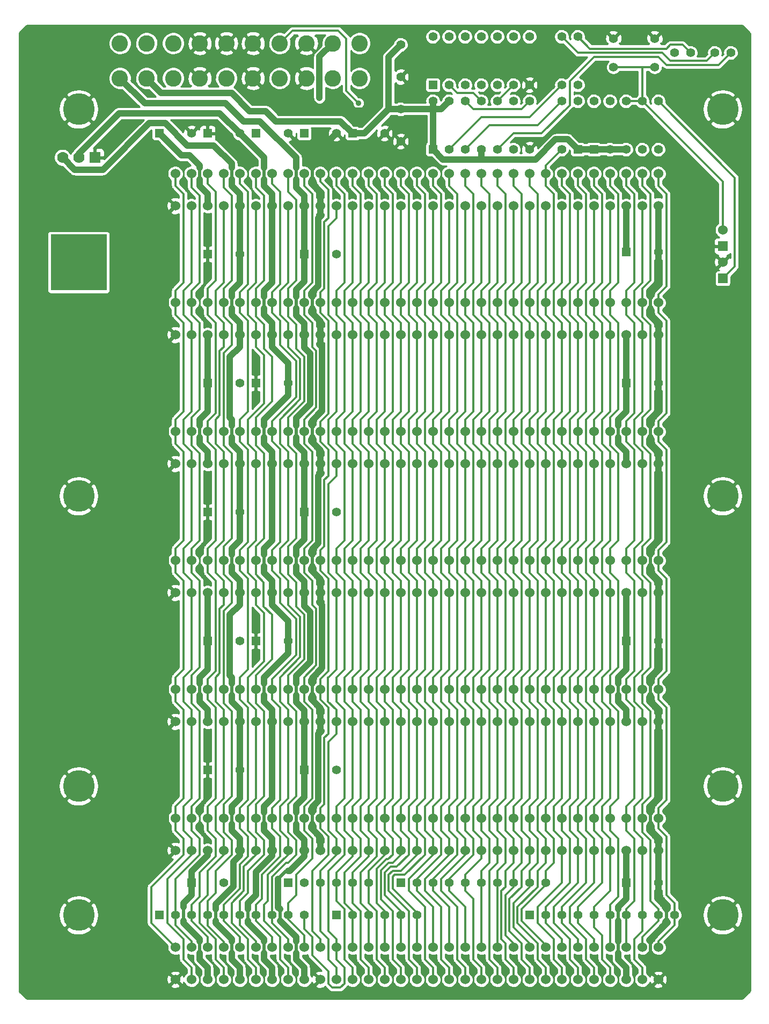
<source format=gtl>
G04 #@! TF.FileFunction,Copper,L1,Top,Signal*
%FSLAX46Y46*%
G04 Gerber Fmt 4.6, Leading zero omitted, Abs format (unit mm)*
G04 Created by KiCad (PCBNEW 4.0.1-stable) date 12/12/2017 1:59:10 PM*
%MOMM*%
G01*
G04 APERTURE LIST*
%ADD10C,0.150000*%
%ADD11R,1.397000X1.397000*%
%ADD12C,1.397000*%
%ADD13C,1.524000*%
%ADD14C,5.001260*%
%ADD15R,1.524000X1.524000*%
%ADD16C,2.600960*%
%ADD17C,1.399540*%
%ADD18R,1.778000X1.778000*%
%ADD19C,1.778000*%
%ADD20R,8.890000X8.890000*%
%ADD21C,0.889000*%
%ADD22C,1.013460*%
%ADD23C,0.505460*%
%ADD24C,0.378460*%
%ADD25C,0.314960*%
%ADD26C,0.254000*%
G04 APERTURE END LIST*
D10*
D11*
X116840000Y-71120000D03*
D12*
X119380000Y-71120000D03*
X121920000Y-71120000D03*
X124460000Y-71120000D03*
X127000000Y-71120000D03*
X129540000Y-71120000D03*
X132080000Y-71120000D03*
X132080000Y-63500000D03*
X129540000Y-63500000D03*
X127000000Y-63500000D03*
X124460000Y-63500000D03*
X121920000Y-63500000D03*
X119380000Y-63500000D03*
X116840000Y-63500000D03*
D13*
X76200000Y-80010000D03*
X78740000Y-80010000D03*
X81280000Y-80010000D03*
X83820000Y-80010000D03*
X86360000Y-80010000D03*
X88900000Y-80010000D03*
X91440000Y-80010000D03*
X93980000Y-80010000D03*
X96520000Y-80010000D03*
X99060000Y-80010000D03*
X101600000Y-80010000D03*
X104140000Y-80010000D03*
X106680000Y-80010000D03*
X109220000Y-80010000D03*
X111760000Y-80010000D03*
X114300000Y-80010000D03*
X116840000Y-80010000D03*
X119380000Y-80010000D03*
X121920000Y-80010000D03*
X124460000Y-80010000D03*
X127000000Y-80010000D03*
X129540000Y-80010000D03*
X132080000Y-80010000D03*
X134620000Y-80010000D03*
X137160000Y-80010000D03*
X139700000Y-80010000D03*
X142240000Y-80010000D03*
X144780000Y-80010000D03*
X147320000Y-80010000D03*
X149860000Y-80010000D03*
X152400000Y-80010000D03*
X76200000Y-74930000D03*
X78740000Y-74930000D03*
X81280000Y-74930000D03*
X83820000Y-74930000D03*
X86360000Y-74930000D03*
X88900000Y-74930000D03*
X91440000Y-74930000D03*
X93980000Y-74930000D03*
X96520000Y-74930000D03*
X99060000Y-74930000D03*
X101600000Y-74930000D03*
X104140000Y-74930000D03*
X106680000Y-74930000D03*
X109220000Y-74930000D03*
X111760000Y-74930000D03*
X114300000Y-74930000D03*
X116840000Y-74930000D03*
X119380000Y-74930000D03*
X121920000Y-74930000D03*
X124460000Y-74930000D03*
X127000000Y-74930000D03*
X129540000Y-74930000D03*
X132080000Y-74930000D03*
X134620000Y-74930000D03*
X137160000Y-74930000D03*
X139700000Y-74930000D03*
X142240000Y-74930000D03*
X144780000Y-74930000D03*
X147320000Y-74930000D03*
X149860000Y-74930000D03*
X152400000Y-74930000D03*
X76200000Y-100330000D03*
X78740000Y-100330000D03*
X81280000Y-100330000D03*
X83820000Y-100330000D03*
X86360000Y-100330000D03*
X88900000Y-100330000D03*
X91440000Y-100330000D03*
X93980000Y-100330000D03*
X96520000Y-100330000D03*
X99060000Y-100330000D03*
X101600000Y-100330000D03*
X104140000Y-100330000D03*
X106680000Y-100330000D03*
X109220000Y-100330000D03*
X111760000Y-100330000D03*
X114300000Y-100330000D03*
X116840000Y-100330000D03*
X119380000Y-100330000D03*
X121920000Y-100330000D03*
X124460000Y-100330000D03*
X127000000Y-100330000D03*
X129540000Y-100330000D03*
X132080000Y-100330000D03*
X134620000Y-100330000D03*
X137160000Y-100330000D03*
X139700000Y-100330000D03*
X142240000Y-100330000D03*
X144780000Y-100330000D03*
X147320000Y-100330000D03*
X149860000Y-100330000D03*
X152400000Y-100330000D03*
X76200000Y-95250000D03*
X78740000Y-95250000D03*
X81280000Y-95250000D03*
X83820000Y-95250000D03*
X86360000Y-95250000D03*
X88900000Y-95250000D03*
X91440000Y-95250000D03*
X93980000Y-95250000D03*
X96520000Y-95250000D03*
X99060000Y-95250000D03*
X101600000Y-95250000D03*
X104140000Y-95250000D03*
X106680000Y-95250000D03*
X109220000Y-95250000D03*
X111760000Y-95250000D03*
X114300000Y-95250000D03*
X116840000Y-95250000D03*
X119380000Y-95250000D03*
X121920000Y-95250000D03*
X124460000Y-95250000D03*
X127000000Y-95250000D03*
X129540000Y-95250000D03*
X132080000Y-95250000D03*
X134620000Y-95250000D03*
X137160000Y-95250000D03*
X139700000Y-95250000D03*
X142240000Y-95250000D03*
X144780000Y-95250000D03*
X147320000Y-95250000D03*
X149860000Y-95250000D03*
X152400000Y-95250000D03*
X76200000Y-120650000D03*
X78740000Y-120650000D03*
X81280000Y-120650000D03*
X83820000Y-120650000D03*
X86360000Y-120650000D03*
X88900000Y-120650000D03*
X91440000Y-120650000D03*
X93980000Y-120650000D03*
X96520000Y-120650000D03*
X99060000Y-120650000D03*
X101600000Y-120650000D03*
X104140000Y-120650000D03*
X106680000Y-120650000D03*
X109220000Y-120650000D03*
X111760000Y-120650000D03*
X114300000Y-120650000D03*
X116840000Y-120650000D03*
X119380000Y-120650000D03*
X121920000Y-120650000D03*
X124460000Y-120650000D03*
X127000000Y-120650000D03*
X129540000Y-120650000D03*
X132080000Y-120650000D03*
X134620000Y-120650000D03*
X137160000Y-120650000D03*
X139700000Y-120650000D03*
X142240000Y-120650000D03*
X144780000Y-120650000D03*
X147320000Y-120650000D03*
X149860000Y-120650000D03*
X152400000Y-120650000D03*
X76200000Y-115570000D03*
X78740000Y-115570000D03*
X81280000Y-115570000D03*
X83820000Y-115570000D03*
X86360000Y-115570000D03*
X88900000Y-115570000D03*
X91440000Y-115570000D03*
X93980000Y-115570000D03*
X96520000Y-115570000D03*
X99060000Y-115570000D03*
X101600000Y-115570000D03*
X104140000Y-115570000D03*
X106680000Y-115570000D03*
X109220000Y-115570000D03*
X111760000Y-115570000D03*
X114300000Y-115570000D03*
X116840000Y-115570000D03*
X119380000Y-115570000D03*
X121920000Y-115570000D03*
X124460000Y-115570000D03*
X127000000Y-115570000D03*
X129540000Y-115570000D03*
X132080000Y-115570000D03*
X134620000Y-115570000D03*
X137160000Y-115570000D03*
X139700000Y-115570000D03*
X142240000Y-115570000D03*
X144780000Y-115570000D03*
X147320000Y-115570000D03*
X149860000Y-115570000D03*
X152400000Y-115570000D03*
X76200000Y-140970000D03*
X78740000Y-140970000D03*
X81280000Y-140970000D03*
X83820000Y-140970000D03*
X86360000Y-140970000D03*
X88900000Y-140970000D03*
X91440000Y-140970000D03*
X93980000Y-140970000D03*
X96520000Y-140970000D03*
X99060000Y-140970000D03*
X101600000Y-140970000D03*
X104140000Y-140970000D03*
X106680000Y-140970000D03*
X109220000Y-140970000D03*
X111760000Y-140970000D03*
X114300000Y-140970000D03*
X116840000Y-140970000D03*
X119380000Y-140970000D03*
X121920000Y-140970000D03*
X124460000Y-140970000D03*
X127000000Y-140970000D03*
X129540000Y-140970000D03*
X132080000Y-140970000D03*
X134620000Y-140970000D03*
X137160000Y-140970000D03*
X139700000Y-140970000D03*
X142240000Y-140970000D03*
X144780000Y-140970000D03*
X147320000Y-140970000D03*
X149860000Y-140970000D03*
X152400000Y-140970000D03*
X76200000Y-135890000D03*
X78740000Y-135890000D03*
X81280000Y-135890000D03*
X83820000Y-135890000D03*
X86360000Y-135890000D03*
X88900000Y-135890000D03*
X91440000Y-135890000D03*
X93980000Y-135890000D03*
X96520000Y-135890000D03*
X99060000Y-135890000D03*
X101600000Y-135890000D03*
X104140000Y-135890000D03*
X106680000Y-135890000D03*
X109220000Y-135890000D03*
X111760000Y-135890000D03*
X114300000Y-135890000D03*
X116840000Y-135890000D03*
X119380000Y-135890000D03*
X121920000Y-135890000D03*
X124460000Y-135890000D03*
X127000000Y-135890000D03*
X129540000Y-135890000D03*
X132080000Y-135890000D03*
X134620000Y-135890000D03*
X137160000Y-135890000D03*
X139700000Y-135890000D03*
X142240000Y-135890000D03*
X144780000Y-135890000D03*
X147320000Y-135890000D03*
X149860000Y-135890000D03*
X152400000Y-135890000D03*
X76200000Y-161290000D03*
X78740000Y-161290000D03*
X81280000Y-161290000D03*
X83820000Y-161290000D03*
X86360000Y-161290000D03*
X88900000Y-161290000D03*
X91440000Y-161290000D03*
X93980000Y-161290000D03*
X96520000Y-161290000D03*
X99060000Y-161290000D03*
X101600000Y-161290000D03*
X104140000Y-161290000D03*
X106680000Y-161290000D03*
X109220000Y-161290000D03*
X111760000Y-161290000D03*
X114300000Y-161290000D03*
X116840000Y-161290000D03*
X119380000Y-161290000D03*
X121920000Y-161290000D03*
X124460000Y-161290000D03*
X127000000Y-161290000D03*
X129540000Y-161290000D03*
X132080000Y-161290000D03*
X134620000Y-161290000D03*
X137160000Y-161290000D03*
X139700000Y-161290000D03*
X142240000Y-161290000D03*
X144780000Y-161290000D03*
X147320000Y-161290000D03*
X149860000Y-161290000D03*
X152400000Y-161290000D03*
X76200000Y-156210000D03*
X78740000Y-156210000D03*
X81280000Y-156210000D03*
X83820000Y-156210000D03*
X86360000Y-156210000D03*
X88900000Y-156210000D03*
X91440000Y-156210000D03*
X93980000Y-156210000D03*
X96520000Y-156210000D03*
X99060000Y-156210000D03*
X101600000Y-156210000D03*
X104140000Y-156210000D03*
X106680000Y-156210000D03*
X109220000Y-156210000D03*
X111760000Y-156210000D03*
X114300000Y-156210000D03*
X116840000Y-156210000D03*
X119380000Y-156210000D03*
X121920000Y-156210000D03*
X124460000Y-156210000D03*
X127000000Y-156210000D03*
X129540000Y-156210000D03*
X132080000Y-156210000D03*
X134620000Y-156210000D03*
X137160000Y-156210000D03*
X139700000Y-156210000D03*
X142240000Y-156210000D03*
X144780000Y-156210000D03*
X147320000Y-156210000D03*
X149860000Y-156210000D03*
X152400000Y-156210000D03*
X76200000Y-181610000D03*
X78740000Y-181610000D03*
X81280000Y-181610000D03*
X83820000Y-181610000D03*
X86360000Y-181610000D03*
X88900000Y-181610000D03*
X91440000Y-181610000D03*
X93980000Y-181610000D03*
X96520000Y-181610000D03*
X99060000Y-181610000D03*
X101600000Y-181610000D03*
X104140000Y-181610000D03*
X106680000Y-181610000D03*
X109220000Y-181610000D03*
X111760000Y-181610000D03*
X114300000Y-181610000D03*
X116840000Y-181610000D03*
X119380000Y-181610000D03*
X121920000Y-181610000D03*
X124460000Y-181610000D03*
X127000000Y-181610000D03*
X129540000Y-181610000D03*
X132080000Y-181610000D03*
X134620000Y-181610000D03*
X137160000Y-181610000D03*
X139700000Y-181610000D03*
X142240000Y-181610000D03*
X144780000Y-181610000D03*
X147320000Y-181610000D03*
X149860000Y-181610000D03*
X152400000Y-181610000D03*
X76200000Y-176530000D03*
X78740000Y-176530000D03*
X81280000Y-176530000D03*
X83820000Y-176530000D03*
X86360000Y-176530000D03*
X88900000Y-176530000D03*
X91440000Y-176530000D03*
X93980000Y-176530000D03*
X96520000Y-176530000D03*
X99060000Y-176530000D03*
X101600000Y-176530000D03*
X104140000Y-176530000D03*
X106680000Y-176530000D03*
X109220000Y-176530000D03*
X111760000Y-176530000D03*
X114300000Y-176530000D03*
X116840000Y-176530000D03*
X119380000Y-176530000D03*
X121920000Y-176530000D03*
X124460000Y-176530000D03*
X127000000Y-176530000D03*
X129540000Y-176530000D03*
X132080000Y-176530000D03*
X134620000Y-176530000D03*
X137160000Y-176530000D03*
X139700000Y-176530000D03*
X142240000Y-176530000D03*
X144780000Y-176530000D03*
X147320000Y-176530000D03*
X149860000Y-176530000D03*
X152400000Y-176530000D03*
D11*
X73660000Y-68580000D03*
D12*
X78740000Y-68580000D03*
D11*
X147320000Y-87312500D03*
D12*
X152400000Y-87312500D03*
D11*
X81280000Y-107950000D03*
D12*
X86360000Y-107950000D03*
D11*
X147320000Y-107950000D03*
D12*
X152400000Y-107950000D03*
D11*
X81280000Y-148590000D03*
D12*
X86360000Y-148590000D03*
D11*
X147320000Y-148590000D03*
D12*
X152400000Y-148590000D03*
D11*
X78740000Y-186690000D03*
D12*
X83820000Y-186690000D03*
D11*
X147320000Y-186690000D03*
D12*
X152400000Y-186690000D03*
D11*
X96520000Y-87630000D03*
D12*
X101600000Y-87630000D03*
D11*
X96520000Y-128270000D03*
D12*
X101600000Y-128270000D03*
D11*
X96520000Y-168910000D03*
D12*
X101600000Y-168910000D03*
D11*
X88900000Y-107950000D03*
D12*
X93980000Y-107950000D03*
D11*
X88900000Y-148590000D03*
D12*
X93980000Y-148590000D03*
D11*
X81280000Y-87630000D03*
D12*
X86360000Y-87630000D03*
D11*
X81280000Y-128270000D03*
D12*
X86360000Y-128270000D03*
D11*
X81280000Y-168910000D03*
D12*
X86360000Y-168910000D03*
D11*
X104140000Y-68580000D03*
D12*
X109220000Y-68580000D03*
D11*
X88900000Y-68580000D03*
D12*
X93980000Y-68580000D03*
D11*
X96520000Y-68580000D03*
D12*
X101600000Y-68580000D03*
X157480000Y-55880000D03*
X154940000Y-55880000D03*
X163830000Y-55880000D03*
X161290000Y-55880000D03*
X139700000Y-63500000D03*
D11*
X139700000Y-71120000D03*
D12*
X142240000Y-63500000D03*
D11*
X142240000Y-71120000D03*
D14*
X60960000Y-171450000D03*
X60960000Y-125730000D03*
X162560000Y-64770000D03*
X162560000Y-191770000D03*
X162560000Y-171450000D03*
X162560000Y-125730000D03*
X60960000Y-191770000D03*
X60960000Y-64770000D03*
D15*
X162560000Y-86360000D03*
D13*
X162560000Y-83820000D03*
D16*
X88460580Y-59900820D03*
X84259420Y-59900820D03*
X80060800Y-59900820D03*
X75859640Y-59900820D03*
X71661020Y-59900820D03*
X67459860Y-59900820D03*
X105260140Y-54399180D03*
X101058980Y-54399180D03*
X96860360Y-54399180D03*
X92659200Y-54399180D03*
X88460580Y-54399180D03*
X84259420Y-54399180D03*
X80060800Y-54399180D03*
X75859640Y-54399180D03*
X71661020Y-54399180D03*
X67459860Y-54399180D03*
X92659200Y-59900820D03*
X96860360Y-59900820D03*
X101058980Y-59900820D03*
X105260140Y-59900820D03*
D12*
X147320000Y-71120000D03*
X147320000Y-63500000D03*
X144780000Y-71120000D03*
X144780000Y-63500000D03*
X137160000Y-71120000D03*
X137160000Y-63500000D03*
X149860000Y-71120000D03*
X149860000Y-63500000D03*
X137160000Y-53340000D03*
X137160000Y-60960000D03*
X139700000Y-53340000D03*
X139700000Y-60960000D03*
X152400000Y-63500000D03*
X152400000Y-71120000D03*
D11*
X132080000Y-191770000D03*
D12*
X134620000Y-191770000D03*
X137160000Y-191770000D03*
X139700000Y-191770000D03*
X142240000Y-191770000D03*
X144780000Y-191770000D03*
X147320000Y-191770000D03*
X149860000Y-191770000D03*
X152400000Y-191770000D03*
X154940000Y-191770000D03*
D11*
X111760000Y-186690000D03*
D12*
X114300000Y-186690000D03*
X116840000Y-186690000D03*
X119380000Y-186690000D03*
X121920000Y-186690000D03*
X124460000Y-186690000D03*
X127000000Y-186690000D03*
X129540000Y-186690000D03*
X132080000Y-186690000D03*
X134620000Y-186690000D03*
D11*
X73660000Y-191770000D03*
D12*
X76200000Y-191770000D03*
X78740000Y-191770000D03*
X81280000Y-191770000D03*
X83820000Y-191770000D03*
X86360000Y-191770000D03*
X88900000Y-191770000D03*
X91440000Y-191770000D03*
X93980000Y-191770000D03*
X96520000Y-191770000D03*
D17*
X151841200Y-53629560D03*
X151841200Y-58130440D03*
X145338800Y-53629560D03*
X145338800Y-58130440D03*
D13*
X76200000Y-201930000D03*
X78740000Y-201930000D03*
X81280000Y-201930000D03*
X83820000Y-201930000D03*
X86360000Y-201930000D03*
X88900000Y-201930000D03*
X91440000Y-201930000D03*
X93980000Y-201930000D03*
X96520000Y-201930000D03*
X99060000Y-201930000D03*
X101600000Y-201930000D03*
X104140000Y-201930000D03*
X106680000Y-201930000D03*
X109220000Y-201930000D03*
X111760000Y-201930000D03*
X114300000Y-201930000D03*
X116840000Y-201930000D03*
X119380000Y-201930000D03*
X121920000Y-201930000D03*
X124460000Y-201930000D03*
X127000000Y-201930000D03*
X129540000Y-201930000D03*
X132080000Y-201930000D03*
X134620000Y-201930000D03*
X137160000Y-201930000D03*
X139700000Y-201930000D03*
X142240000Y-201930000D03*
X144780000Y-201930000D03*
X147320000Y-201930000D03*
X149860000Y-201930000D03*
X152400000Y-201930000D03*
X76200000Y-196850000D03*
X78740000Y-196850000D03*
X81280000Y-196850000D03*
X83820000Y-196850000D03*
X86360000Y-196850000D03*
X88900000Y-196850000D03*
X91440000Y-196850000D03*
X93980000Y-196850000D03*
X96520000Y-196850000D03*
X99060000Y-196850000D03*
X101600000Y-196850000D03*
X104140000Y-196850000D03*
X106680000Y-196850000D03*
X109220000Y-196850000D03*
X111760000Y-196850000D03*
X114300000Y-196850000D03*
X116840000Y-196850000D03*
X119380000Y-196850000D03*
X121920000Y-196850000D03*
X124460000Y-196850000D03*
X127000000Y-196850000D03*
X129540000Y-196850000D03*
X132080000Y-196850000D03*
X134620000Y-196850000D03*
X137160000Y-196850000D03*
X139700000Y-196850000D03*
X142240000Y-196850000D03*
X144780000Y-196850000D03*
X147320000Y-196850000D03*
X149860000Y-196850000D03*
X152400000Y-196850000D03*
D15*
X162560000Y-91440000D03*
D13*
X162560000Y-88900000D03*
D11*
X101600000Y-191770000D03*
D12*
X104140000Y-191770000D03*
X106680000Y-191770000D03*
X109220000Y-191770000D03*
X111760000Y-191770000D03*
X114300000Y-191770000D03*
D11*
X93980000Y-186690000D03*
D12*
X96520000Y-186690000D03*
X99060000Y-186690000D03*
X101600000Y-186690000D03*
X104140000Y-186690000D03*
X106680000Y-186690000D03*
D11*
X116840000Y-60960000D03*
D12*
X119380000Y-60960000D03*
X121920000Y-60960000D03*
X124460000Y-60960000D03*
X127000000Y-60960000D03*
X129540000Y-60960000D03*
X132080000Y-60960000D03*
X132080000Y-53340000D03*
X129540000Y-53340000D03*
X127000000Y-53340000D03*
X124460000Y-53340000D03*
X121920000Y-53340000D03*
X119380000Y-53340000D03*
X116840000Y-53340000D03*
X111760000Y-64770000D03*
X111760000Y-69850000D03*
D11*
X81280000Y-68580000D03*
D12*
X86360000Y-68580000D03*
X111760000Y-54610000D03*
X111760000Y-59690000D03*
D18*
X63500000Y-72390000D03*
D19*
X60960000Y-72390000D03*
X58420000Y-72390000D03*
D20*
X60960000Y-88900000D03*
D21*
X98958400Y-62966600D03*
X105092500Y-63817500D03*
X106997500Y-63817500D03*
X108585000Y-63817500D03*
X104140000Y-64770000D03*
X101600000Y-64770000D03*
D22*
X90170000Y-75882500D02*
X90170000Y-76835000D01*
X90170000Y-76835000D02*
X91440000Y-78105000D01*
X91440000Y-78105000D02*
X91440000Y-80010000D01*
X91440000Y-80010000D02*
X91440000Y-92075000D01*
X91440000Y-92075000D02*
X90170000Y-93345000D01*
X90170000Y-93345000D02*
X90170000Y-94297500D01*
X90170000Y-97155000D02*
X91440000Y-98425000D01*
X90170000Y-96202500D02*
X90170000Y-97155000D01*
X91440000Y-98425000D02*
X91440000Y-100330000D01*
X91440000Y-100330000D02*
X91440000Y-102235000D01*
X91440000Y-102235000D02*
X93980000Y-104775000D01*
X93980000Y-104775000D02*
X93980000Y-107950000D01*
X93980000Y-148590000D02*
X93980000Y-150495000D01*
X93980000Y-150495000D02*
X90170000Y-154305000D01*
X90170000Y-154305000D02*
X90170000Y-155257500D01*
X90170000Y-114617500D02*
X90170000Y-113665000D01*
X90170000Y-113665000D02*
X93980000Y-109855000D01*
X93980000Y-109855000D02*
X93980000Y-107950000D01*
X91440000Y-120650000D02*
X91440000Y-118745000D01*
X91440000Y-118745000D02*
X90170000Y-117475000D01*
X90170000Y-117475000D02*
X90170000Y-116522500D01*
X90170000Y-134937500D02*
X90170000Y-133985000D01*
X90170000Y-133985000D02*
X91440000Y-132715000D01*
X91440000Y-132715000D02*
X91440000Y-120650000D01*
X91440000Y-140970000D02*
X91440000Y-139065000D01*
X91440000Y-139065000D02*
X90170000Y-137795000D01*
X90170000Y-137795000D02*
X90170000Y-136842500D01*
X93980000Y-148590000D02*
X93980000Y-145415000D01*
X93980000Y-145415000D02*
X91440000Y-142875000D01*
X91440000Y-142875000D02*
X91440000Y-140970000D01*
X91440000Y-161290000D02*
X91440000Y-159385000D01*
X91440000Y-159385000D02*
X90170000Y-158115000D01*
X90170000Y-158115000D02*
X90170000Y-157162500D01*
X91440000Y-173355000D02*
X91440000Y-161290000D01*
D23*
X90170000Y-175577500D02*
X90170000Y-177482500D01*
D22*
X90170000Y-178435000D02*
X90170000Y-177482500D01*
X91440000Y-179705000D02*
X90170000Y-178435000D01*
X91440000Y-181610000D02*
X91440000Y-179705000D01*
X90170000Y-174625000D02*
X91440000Y-173355000D01*
X90170000Y-175577500D02*
X90170000Y-174625000D01*
X88900000Y-188597538D02*
X88900000Y-184975500D01*
X88900000Y-184975500D02*
X91440000Y-182435500D01*
X91440000Y-182435500D02*
X91440000Y-181610000D01*
X87630000Y-190817500D02*
X87630000Y-189867538D01*
X87630000Y-189867538D02*
X88900000Y-188597538D01*
X88900000Y-188597538D02*
X88900000Y-188595000D01*
X87630000Y-193040000D02*
X90170000Y-195580000D01*
X87630000Y-192722500D02*
X87630000Y-193040000D01*
X90170000Y-195897500D02*
X90170000Y-195580000D01*
X90170000Y-197802500D02*
X90170000Y-198755000D01*
X90170000Y-198755000D02*
X91440000Y-200025000D01*
X91440000Y-201930000D02*
X91440000Y-200025000D01*
X101058980Y-54399180D02*
X98958400Y-56499760D01*
X98958400Y-56499760D02*
X98958400Y-62966600D01*
X90170000Y-72390000D02*
X90170000Y-73977500D01*
X86360000Y-68580000D02*
X90170000Y-72390000D01*
X83185000Y-65405000D02*
X86360000Y-68580000D01*
X67310000Y-65405000D02*
X83185000Y-65405000D01*
X60960000Y-72390000D02*
X60960000Y-71755000D01*
X60960000Y-71755000D02*
X67310000Y-65405000D01*
D23*
X90170000Y-75882500D02*
X90170000Y-73977500D01*
X87630000Y-190817500D02*
X87630000Y-192722500D01*
X90170000Y-197802500D02*
X90170000Y-195897500D01*
X91440000Y-159385000D02*
X91440000Y-161290000D01*
X90170000Y-155257500D02*
X90170000Y-157162500D01*
X90170000Y-134937500D02*
X90170000Y-136842500D01*
X90170000Y-114617500D02*
X90170000Y-116522500D01*
X90170000Y-94297500D02*
X90170000Y-96202500D01*
D22*
X86360000Y-201930000D02*
X86360000Y-200025000D01*
X86360000Y-200025000D02*
X85090000Y-198755000D01*
X85090000Y-198755000D02*
X85090000Y-197802500D01*
X85090000Y-195580000D02*
X82550000Y-193040000D01*
D23*
X85090000Y-195897500D02*
X85090000Y-197802500D01*
D22*
X85090000Y-195897500D02*
X85090000Y-195580000D01*
X82550000Y-192722500D02*
X82550000Y-193040000D01*
X86360000Y-181610000D02*
X86360000Y-182372000D01*
X86360000Y-182372000D02*
X85344000Y-183388000D01*
X85344000Y-183388000D02*
X85344000Y-187261500D01*
X85344000Y-187261500D02*
X82550000Y-190055500D01*
X82550000Y-190055500D02*
X82550000Y-190817500D01*
X86360000Y-181610000D02*
X86360000Y-179705000D01*
X86360000Y-179705000D02*
X85090000Y-178435000D01*
X85090000Y-178435000D02*
X85090000Y-177482500D01*
X85090000Y-175577500D02*
X85090000Y-174625000D01*
X85090000Y-174625000D02*
X86360000Y-173355000D01*
X86360000Y-173355000D02*
X86360000Y-168910000D01*
X86360000Y-168910000D02*
X86360000Y-161290000D01*
D23*
X85090000Y-157162500D02*
X85090000Y-155257500D01*
D22*
X86360000Y-161290000D02*
X86360000Y-159385000D01*
X86360000Y-159385000D02*
X85090000Y-158115000D01*
X85090000Y-158115000D02*
X85090000Y-157162500D01*
X85090000Y-154305000D02*
X85090000Y-155257500D01*
X86360000Y-142875000D02*
X84772500Y-144462500D01*
X84772500Y-144462500D02*
X84772500Y-153987500D01*
X84772500Y-153987500D02*
X85090000Y-154305000D01*
X86360000Y-140970000D02*
X86360000Y-142875000D01*
D23*
X85090000Y-134937500D02*
X85090000Y-136842500D01*
D22*
X85090000Y-137795000D02*
X85090000Y-136842500D01*
X86360000Y-140970000D02*
X86360000Y-139065000D01*
X86360000Y-139065000D02*
X85090000Y-137795000D01*
X85090000Y-134937500D02*
X85090000Y-133985000D01*
X85090000Y-133985000D02*
X86360000Y-132715000D01*
X86360000Y-128270000D02*
X86360000Y-132715000D01*
X86360000Y-128270000D02*
X86360000Y-120650000D01*
X86360000Y-120650000D02*
X86360000Y-118745000D01*
X86360000Y-118745000D02*
X85090000Y-117475000D01*
X85090000Y-117475000D02*
X85090000Y-116522500D01*
X85090000Y-114617500D02*
X85090000Y-113665000D01*
X86360000Y-102235000D02*
X84772500Y-103822500D01*
X84772500Y-113347500D02*
X85090000Y-113665000D01*
X84772500Y-103822500D02*
X84772500Y-113347500D01*
X86360000Y-100330000D02*
X86360000Y-102235000D01*
X85090000Y-96202500D02*
X85090000Y-97155000D01*
X85090000Y-97155000D02*
X86360000Y-98425000D01*
X86360000Y-100330000D02*
X86360000Y-98425000D01*
X85090000Y-94297500D02*
X85090000Y-93345000D01*
X86360000Y-87630000D02*
X86360000Y-92075000D01*
X86360000Y-92075000D02*
X85090000Y-93345000D01*
D23*
X85090000Y-96202500D02*
X85090000Y-94297500D01*
D22*
X85090000Y-75882500D02*
X85090000Y-76835000D01*
X85090000Y-76835000D02*
X86360000Y-78105000D01*
X86360000Y-78105000D02*
X86360000Y-80010000D01*
X86360000Y-80010000D02*
X86360000Y-87630000D01*
D23*
X85090000Y-75882500D02*
X85090000Y-73977500D01*
D22*
X85090000Y-73977500D02*
X85090000Y-73342500D01*
X85090000Y-73342500D02*
X82232500Y-70485000D01*
X82232500Y-70485000D02*
X78105000Y-70485000D01*
X58420000Y-72390000D02*
X60325000Y-74295000D01*
X60325000Y-74295000D02*
X64770000Y-74295000D01*
X64770000Y-74295000D02*
X72072500Y-66992500D01*
X72072500Y-66992500D02*
X74612500Y-66992500D01*
X74612500Y-66992500D02*
X78105000Y-70485000D01*
D23*
X85090000Y-175577500D02*
X85090000Y-177482500D01*
X85090000Y-116522500D02*
X85090000Y-114617500D01*
X82550000Y-190817500D02*
X82550000Y-192722500D01*
D22*
X95250000Y-94297500D02*
X95250000Y-93218000D01*
X95250000Y-93218000D02*
X96520000Y-91948000D01*
X96520000Y-91948000D02*
X96520000Y-87630000D01*
D23*
X95250000Y-96202500D02*
X95250000Y-94297500D01*
D22*
X96520000Y-100330000D02*
X96520000Y-98552000D01*
X96520000Y-98552000D02*
X95250000Y-97282000D01*
X95250000Y-97282000D02*
X95250000Y-96202500D01*
X95250000Y-114617500D02*
X95250000Y-113474500D01*
X95250000Y-113474500D02*
X97475038Y-111249462D01*
X97475038Y-111249462D02*
X97475038Y-103317038D01*
X96520000Y-100330000D02*
X96520000Y-102362000D01*
X96520000Y-102362000D02*
X97475038Y-103317038D01*
D23*
X95250000Y-116522500D02*
X95250000Y-114617500D01*
D22*
X96520000Y-120650000D02*
X96520000Y-118872000D01*
X96520000Y-118872000D02*
X95250000Y-117602000D01*
X95250000Y-117602000D02*
X95250000Y-116522500D01*
X96520000Y-128270000D02*
X96520000Y-120650000D01*
X95250000Y-135001000D02*
X95250000Y-133858000D01*
X95250000Y-133858000D02*
X96520000Y-132588000D01*
X96520000Y-132588000D02*
X96520000Y-128270000D01*
X96520000Y-140970000D02*
X96520000Y-139192000D01*
X96520000Y-139192000D02*
X95250000Y-137922000D01*
X95250000Y-137922000D02*
X95250000Y-136842500D01*
D23*
X95250000Y-134937500D02*
X95250000Y-135001000D01*
X95250000Y-135001000D02*
X95250000Y-136842500D01*
D22*
X97469962Y-151894538D02*
X97469962Y-144015462D01*
X97469962Y-144015462D02*
X96520000Y-143065500D01*
X96520000Y-143065500D02*
X96520000Y-140970000D01*
X95250000Y-155257500D02*
X95250000Y-154114500D01*
X95250000Y-154114500D02*
X97469962Y-151894538D01*
X95250000Y-75882500D02*
X95250000Y-77152500D01*
X95250000Y-77152500D02*
X96520000Y-78422500D01*
X96520000Y-78422500D02*
X96520000Y-80010000D01*
X95250000Y-157162500D02*
X95250000Y-158242000D01*
X95250000Y-158242000D02*
X96520000Y-159512000D01*
X96520000Y-159512000D02*
X96520000Y-161290000D01*
D23*
X95250000Y-155257500D02*
X95250000Y-157162500D01*
D22*
X95250000Y-175577500D02*
X95250000Y-174498000D01*
X95250000Y-174498000D02*
X96520000Y-173228000D01*
X96520000Y-173228000D02*
X96520000Y-168910000D01*
X96520000Y-161290000D02*
X96520000Y-168910000D01*
D23*
X95250000Y-177482500D02*
X95250000Y-175577500D01*
D22*
X95250000Y-177482500D02*
X95250000Y-178625500D01*
X95250000Y-178625500D02*
X96520000Y-179895500D01*
X96520000Y-179895500D02*
X96520000Y-181610000D01*
X93980000Y-184785000D02*
X94297500Y-184785000D01*
X94297500Y-184785000D02*
X96520000Y-182562500D01*
X96520000Y-182562500D02*
X96520000Y-181610000D01*
X92710000Y-190817500D02*
X92707462Y-190817500D01*
X92707462Y-190817500D02*
X92429225Y-190539263D01*
X92429225Y-190539263D02*
X92429225Y-186091725D01*
X92710000Y-192722500D02*
X95250000Y-195262500D01*
X95250000Y-195897500D02*
X95250000Y-195262500D01*
X95250000Y-198755000D02*
X96520000Y-200025000D01*
X95250000Y-197802500D02*
X95250000Y-198755000D01*
X96520000Y-200025000D02*
X96520000Y-201930000D01*
D23*
X92710000Y-185737500D02*
X93662500Y-184785000D01*
D22*
X89535000Y-66675000D02*
X86995000Y-66675000D01*
X86995000Y-66675000D02*
X84137500Y-63817500D01*
X96520000Y-80010000D02*
X96520000Y-87630000D01*
X95250000Y-73977500D02*
X95250000Y-72390000D01*
X67459860Y-59900820D02*
X71376540Y-63817500D01*
X71376540Y-63817500D02*
X84137500Y-63817500D01*
X89535000Y-66675000D02*
X95250000Y-72390000D01*
D23*
X95250000Y-75882500D02*
X95250000Y-73977500D01*
X93662500Y-184785000D02*
X93980000Y-184785000D01*
X92710000Y-192722500D02*
X92710000Y-190817500D01*
X95250000Y-197802500D02*
X95250000Y-195897500D01*
X95250000Y-195897500D02*
X95250000Y-195580000D01*
D24*
X152400000Y-115570000D02*
X152400000Y-117157500D01*
X152400000Y-117157500D02*
X153670000Y-118427500D01*
X153670000Y-118427500D02*
X153670000Y-133032500D01*
X153670000Y-133032500D02*
X152400000Y-134302500D01*
X152400000Y-95250000D02*
X152400000Y-96837500D01*
X152400000Y-96837500D02*
X153670000Y-98107500D01*
X153670000Y-98107500D02*
X153670000Y-112712500D01*
X153670000Y-112712500D02*
X152400000Y-113982500D01*
X152400000Y-135890000D02*
X152400000Y-137477500D01*
X152400000Y-137477500D02*
X153670000Y-138747500D01*
X153670000Y-138747500D02*
X153670000Y-153352500D01*
X153670000Y-153352500D02*
X152400000Y-154622500D01*
X152400000Y-156210000D02*
X152400000Y-157797500D01*
X152400000Y-157797500D02*
X153670000Y-159067500D01*
X153670000Y-159067500D02*
X153670000Y-173672500D01*
X153670000Y-173672500D02*
X152400000Y-174942500D01*
X152400000Y-174942500D02*
X152400000Y-176530000D01*
X152400000Y-176530000D02*
X152400000Y-178117500D01*
X152400000Y-178117500D02*
X153670000Y-179387500D01*
X153670000Y-179387500D02*
X153670000Y-188595000D01*
X152400000Y-196850000D02*
X152400000Y-195897500D01*
X152400000Y-195897500D02*
X154940000Y-193357500D01*
X154940000Y-193357500D02*
X154940000Y-191770000D01*
X152400000Y-156210000D02*
X152400000Y-154622500D01*
X152400000Y-135890000D02*
X152400000Y-134302500D01*
X152400000Y-115570000D02*
X152400000Y-113982500D01*
X153670000Y-188595000D02*
X154940000Y-189865000D01*
X154940000Y-191770000D02*
X154940000Y-189865000D01*
X153670000Y-92710000D02*
X153670000Y-78105000D01*
X152400000Y-93980000D02*
X153670000Y-92710000D01*
X152400000Y-76835000D02*
X152400000Y-74930000D01*
X152400000Y-95250000D02*
X152400000Y-93980000D01*
X153670000Y-78105000D02*
X152400000Y-76835000D01*
X149860000Y-95250000D02*
X149860000Y-93027500D01*
X149860000Y-93027500D02*
X151130000Y-91757500D01*
X151130000Y-91757500D02*
X151130000Y-78105000D01*
X149860000Y-115570000D02*
X149860000Y-113347500D01*
X149860000Y-113347500D02*
X151130000Y-112077500D01*
X151130000Y-112077500D02*
X151130000Y-98800564D01*
X151130000Y-98800564D02*
X149860000Y-97530564D01*
X149860000Y-97530564D02*
X149860000Y-95250000D01*
X149860000Y-135890000D02*
X149860000Y-133667500D01*
X149860000Y-133667500D02*
X151130000Y-132397500D01*
X151130000Y-132397500D02*
X151130000Y-119120564D01*
X151130000Y-119120564D02*
X149860000Y-117850564D01*
X149860000Y-117850564D02*
X149860000Y-115570000D01*
X149860000Y-156210000D02*
X149860000Y-153987500D01*
X149860000Y-153987500D02*
X151130000Y-152717500D01*
X151130000Y-152717500D02*
X151130000Y-139440564D01*
X151130000Y-139440564D02*
X149860000Y-138170564D01*
X149860000Y-138170564D02*
X149860000Y-135890000D01*
X149860000Y-176530000D02*
X149860000Y-174307500D01*
X149860000Y-174307500D02*
X151130000Y-173037500D01*
X151130000Y-173037500D02*
X151130000Y-159702500D01*
X151130000Y-159702500D02*
X149860000Y-158432500D01*
X149860000Y-158432500D02*
X149860000Y-156210000D01*
X152400000Y-191770000D02*
X152400000Y-190817500D01*
X152400000Y-190817500D02*
X151130000Y-189547500D01*
X151130000Y-189547500D02*
X151130000Y-180022500D01*
X151130000Y-180022500D02*
X149860000Y-178752500D01*
X149860000Y-178752500D02*
X149860000Y-176530000D01*
X149860000Y-196850000D02*
X149860000Y-195262500D01*
X149860000Y-195262500D02*
X152400000Y-192722500D01*
X152400000Y-192722500D02*
X152400000Y-191770000D01*
X149860000Y-74930000D02*
X149860000Y-76835000D01*
X149860000Y-76835000D02*
X151130000Y-78105000D01*
X149860000Y-154940000D02*
X149860000Y-156210000D01*
X127000000Y-156210000D02*
X127000000Y-154305000D01*
X127000000Y-154305000D02*
X128270000Y-153035000D01*
X127000000Y-176530000D02*
X127000000Y-174625000D01*
X127000000Y-174625000D02*
X128270000Y-173355000D01*
X127000000Y-135890000D02*
X127000000Y-133985000D01*
X127000000Y-133985000D02*
X128270000Y-132715000D01*
X127000000Y-115570000D02*
X127000000Y-113665000D01*
X127000000Y-113665000D02*
X128270000Y-112395000D01*
X127000000Y-95250000D02*
X127000000Y-93345000D01*
X127000000Y-93345000D02*
X128270000Y-92075000D01*
X127000000Y-186690000D02*
X127000000Y-184785000D01*
X127000000Y-178435000D02*
X128270000Y-179705000D01*
X127000000Y-178435000D02*
X127000000Y-176530000D01*
X128270000Y-183515000D02*
X128270000Y-179705000D01*
X127000000Y-184785000D02*
X128270000Y-183515000D01*
X127000000Y-196850000D02*
X127000000Y-186690000D01*
X127000000Y-76835000D02*
X128270000Y-78105000D01*
X128270000Y-78105000D02*
X128270000Y-92075000D01*
X127000000Y-74930000D02*
X127000000Y-76835000D01*
X128270000Y-159385000D02*
X128270000Y-173355000D01*
X127000000Y-158115000D02*
X128270000Y-159385000D01*
X127000000Y-156210000D02*
X127000000Y-158115000D01*
X127000000Y-117475000D02*
X128270000Y-118745000D01*
X127000000Y-115570000D02*
X127000000Y-117475000D01*
X128270000Y-118745000D02*
X128270000Y-132715000D01*
X127000000Y-97155000D02*
X128270000Y-98425000D01*
X128270000Y-98425000D02*
X128270000Y-112395000D01*
X127000000Y-95250000D02*
X127000000Y-97155000D01*
X127000000Y-137795000D02*
X128270000Y-139065000D01*
X127000000Y-135890000D02*
X127000000Y-137795000D01*
X128270000Y-139065000D02*
X128270000Y-153035000D01*
X124460000Y-156210000D02*
X124460000Y-154305000D01*
X124460000Y-154305000D02*
X125730000Y-153035000D01*
X124460000Y-176530000D02*
X124460000Y-174625000D01*
X124460000Y-174625000D02*
X125730000Y-173355000D01*
X124460000Y-135890000D02*
X124460000Y-133985000D01*
X124460000Y-133985000D02*
X125730000Y-132715000D01*
X124460000Y-115570000D02*
X124460000Y-113665000D01*
X124460000Y-113665000D02*
X125730000Y-112395000D01*
X124460000Y-95250000D02*
X124460000Y-93345000D01*
X124460000Y-93345000D02*
X125730000Y-92075000D01*
X124460000Y-186690000D02*
X124460000Y-184785000D01*
X124460000Y-178435000D02*
X124460000Y-176530000D01*
X124460000Y-178435000D02*
X125730000Y-179705000D01*
X125730000Y-183515000D02*
X125730000Y-179705000D01*
X124460000Y-184785000D02*
X125730000Y-183515000D01*
X124460000Y-196850000D02*
X124460000Y-186690000D01*
X124460000Y-137795000D02*
X125730000Y-139065000D01*
X125730000Y-118745000D02*
X125730000Y-132715000D01*
X124460000Y-115570000D02*
X124460000Y-117475000D01*
X124460000Y-117475000D02*
X125730000Y-118745000D01*
X125730000Y-98425000D02*
X125730000Y-112395000D01*
X124460000Y-95250000D02*
X124460000Y-97155000D01*
X124460000Y-97155000D02*
X125730000Y-98425000D01*
X125730000Y-78105000D02*
X125730000Y-92075000D01*
X124460000Y-158115000D02*
X125730000Y-159385000D01*
X124460000Y-156210000D02*
X124460000Y-158115000D01*
X125730000Y-159385000D02*
X125730000Y-173355000D01*
X124460000Y-76835000D02*
X125730000Y-78105000D01*
X124460000Y-135890000D02*
X124460000Y-137795000D01*
X124460000Y-74930000D02*
X124460000Y-76835000D01*
X125730000Y-139065000D02*
X125730000Y-153035000D01*
X121920000Y-156210000D02*
X121920000Y-154305000D01*
X121920000Y-154305000D02*
X123190000Y-153035000D01*
X121920000Y-176530000D02*
X121920000Y-174625000D01*
X121920000Y-174625000D02*
X123190000Y-173355000D01*
X121920000Y-135890000D02*
X121920000Y-133985000D01*
X121920000Y-133985000D02*
X123190000Y-132715000D01*
X121920000Y-115570000D02*
X121920000Y-113665000D01*
X121920000Y-113665000D02*
X123190000Y-112395000D01*
X121920000Y-95250000D02*
X121920000Y-93345000D01*
X121920000Y-93345000D02*
X123190000Y-92075000D01*
X119380000Y-186690000D02*
X119380000Y-186055000D01*
X119380000Y-186055000D02*
X123190000Y-182245000D01*
X121920000Y-176530000D02*
X121920000Y-178435000D01*
X121920000Y-178435000D02*
X123190000Y-179705000D01*
X123190000Y-182245000D02*
X123190000Y-179705000D01*
X119380000Y-186690000D02*
X119380000Y-187960000D01*
X121920000Y-190500000D02*
X121920000Y-196850000D01*
X119380000Y-187960000D02*
X121920000Y-190500000D01*
X121920000Y-76835000D02*
X123190000Y-78105000D01*
X121920000Y-137795000D02*
X123190000Y-139065000D01*
X121920000Y-117475000D02*
X123190000Y-118745000D01*
X123190000Y-118745000D02*
X123190000Y-132715000D01*
X121920000Y-115570000D02*
X121920000Y-117475000D01*
X121920000Y-95250000D02*
X121920000Y-97155000D01*
X123190000Y-98425000D02*
X123190000Y-112395000D01*
X121920000Y-97155000D02*
X123190000Y-98425000D01*
X123190000Y-139065000D02*
X123190000Y-153035000D01*
X121920000Y-74930000D02*
X121920000Y-76835000D01*
X121920000Y-135890000D02*
X121920000Y-137795000D01*
X123190000Y-78105000D02*
X123190000Y-92075000D01*
X121920000Y-156210000D02*
X121920000Y-158115000D01*
X121920000Y-158115000D02*
X123190000Y-159385000D01*
X123190000Y-159385000D02*
X123190000Y-173355000D01*
X119380000Y-156210000D02*
X119380000Y-154305000D01*
X119380000Y-154305000D02*
X120650000Y-153035000D01*
X119380000Y-176530000D02*
X119380000Y-174625000D01*
X119380000Y-174625000D02*
X120650000Y-173355000D01*
X119380000Y-135890000D02*
X119380000Y-133985000D01*
X119380000Y-133985000D02*
X120650000Y-132715000D01*
X119380000Y-115570000D02*
X119380000Y-113665000D01*
X119380000Y-113665000D02*
X120650000Y-112395000D01*
X119380000Y-95250000D02*
X119380000Y-93345000D01*
X119380000Y-93345000D02*
X120650000Y-92075000D01*
X116840000Y-186690000D02*
X116840000Y-186055000D01*
X116840000Y-186055000D02*
X120650000Y-182245000D01*
X119380000Y-178435000D02*
X119380000Y-176530000D01*
X120650000Y-179705000D02*
X119380000Y-178435000D01*
X120650000Y-182245000D02*
X120650000Y-179705000D01*
X119380000Y-196850000D02*
X119380000Y-190500000D01*
X116840000Y-187960000D02*
X116840000Y-186690000D01*
X119380000Y-190500000D02*
X116840000Y-187960000D01*
X119380000Y-117475000D02*
X120650000Y-118745000D01*
X120650000Y-118745000D02*
X120650000Y-132715000D01*
X119380000Y-115570000D02*
X119380000Y-117475000D01*
X119380000Y-158115000D02*
X120650000Y-159385000D01*
X120650000Y-159385000D02*
X120650000Y-173355000D01*
X119380000Y-156210000D02*
X119380000Y-158115000D01*
X119380000Y-97155000D02*
X120650000Y-98425000D01*
X120650000Y-98425000D02*
X120650000Y-112395000D01*
X119380000Y-95250000D02*
X119380000Y-97155000D01*
X119380000Y-135890000D02*
X119380000Y-137795000D01*
X120650000Y-139065000D02*
X120650000Y-153035000D01*
X119380000Y-137795000D02*
X120650000Y-139065000D01*
X120650000Y-78105000D02*
X120650000Y-92075000D01*
X119380000Y-76835000D02*
X120650000Y-78105000D01*
X119380000Y-74930000D02*
X119380000Y-76835000D01*
X116840000Y-156210000D02*
X116840000Y-154305000D01*
X116840000Y-154305000D02*
X118110000Y-153035000D01*
X116840000Y-176530000D02*
X116840000Y-174625000D01*
X116840000Y-174625000D02*
X118110000Y-173355000D01*
X116840000Y-135890000D02*
X116840000Y-133985000D01*
X116840000Y-133985000D02*
X118110000Y-132715000D01*
X118110000Y-112395000D02*
X118110000Y-98425000D01*
X116840000Y-97155000D02*
X118110000Y-98425000D01*
X116840000Y-95250000D02*
X116840000Y-97155000D01*
X116840000Y-113665000D02*
X118110000Y-112395000D01*
X116840000Y-113665000D02*
X116840000Y-115570000D01*
X116840000Y-95250000D02*
X116840000Y-93345000D01*
X116840000Y-93345000D02*
X118110000Y-92075000D01*
X114300000Y-186690000D02*
X114300000Y-186055000D01*
X114300000Y-186055000D02*
X118110000Y-182245000D01*
X116840000Y-178435000D02*
X116840000Y-176530000D01*
X118110000Y-179705000D02*
X116840000Y-178435000D01*
X118110000Y-182245000D02*
X118110000Y-179705000D01*
X116840000Y-196850000D02*
X116840000Y-190500000D01*
X114300000Y-187960000D02*
X114300000Y-186690000D01*
X116840000Y-190500000D02*
X114300000Y-187960000D01*
X116840000Y-115570000D02*
X116840000Y-117475000D01*
X116840000Y-117475000D02*
X118110000Y-118745000D01*
X118110000Y-118745000D02*
X118110000Y-132715000D01*
X116840000Y-156210000D02*
X116840000Y-158115000D01*
X118110000Y-159385000D02*
X118110000Y-173355000D01*
X116840000Y-158115000D02*
X118110000Y-159385000D01*
X116840000Y-74930000D02*
X116840000Y-76835000D01*
X116840000Y-76835000D02*
X118110000Y-78105000D01*
X118110000Y-78105000D02*
X118110000Y-92075000D01*
X116840000Y-137795000D02*
X118110000Y-139065000D01*
X118110000Y-139065000D02*
X118110000Y-153035000D01*
X116840000Y-135890000D02*
X116840000Y-137795000D01*
X114300000Y-156210000D02*
X114300000Y-154305000D01*
X114300000Y-154305000D02*
X115570000Y-153035000D01*
X114300000Y-176530000D02*
X114300000Y-174625000D01*
X114300000Y-174625000D02*
X115570000Y-173355000D01*
X114300000Y-135890000D02*
X114300000Y-133985000D01*
X114300000Y-133985000D02*
X115570000Y-132715000D01*
X114300000Y-115570000D02*
X114300000Y-113665000D01*
X114300000Y-113665000D02*
X115570000Y-112395000D01*
X114300000Y-95250000D02*
X114300000Y-93345000D01*
X114300000Y-93345000D02*
X115570000Y-92075000D01*
X110807500Y-185420000D02*
X112395000Y-185420000D01*
X112395000Y-185420000D02*
X115570000Y-182245000D01*
X115570000Y-182245000D02*
X115570000Y-179705000D01*
X115570000Y-179705000D02*
X114300000Y-178435000D01*
X114300000Y-178435000D02*
X114300000Y-176530000D01*
X110490000Y-187642500D02*
X110490000Y-185737500D01*
X110490000Y-185737500D02*
X110807500Y-185420000D01*
X114300000Y-191452500D02*
X110490000Y-187642500D01*
X114300000Y-191770000D02*
X114300000Y-191452500D01*
X114300000Y-196850000D02*
X114300000Y-191770000D01*
X115570000Y-139065000D02*
X115570000Y-153035000D01*
X115570000Y-159385000D02*
X115570000Y-173355000D01*
X114300000Y-158115000D02*
X115570000Y-159385000D01*
X114300000Y-156210000D02*
X114300000Y-158115000D01*
X115570000Y-78105000D02*
X115570000Y-92075000D01*
X114300000Y-137795000D02*
X115570000Y-139065000D01*
X114300000Y-97155000D02*
X115570000Y-98425000D01*
X115570000Y-98425000D02*
X115570000Y-112395000D01*
X114300000Y-95250000D02*
X114300000Y-97155000D01*
X114300000Y-74930000D02*
X114300000Y-76835000D01*
X114300000Y-117475000D02*
X115570000Y-118745000D01*
X115570000Y-118745000D02*
X115570000Y-132715000D01*
X114300000Y-115570000D02*
X114300000Y-117475000D01*
X114300000Y-76835000D02*
X115570000Y-78105000D01*
X114300000Y-135890000D02*
X114300000Y-137795000D01*
X111760000Y-156210000D02*
X111760000Y-154305000D01*
X111760000Y-154305000D02*
X113030000Y-153035000D01*
X111760000Y-176530000D02*
X111760000Y-174625000D01*
X111760000Y-174625000D02*
X113030000Y-173355000D01*
X113030000Y-132715000D02*
X113030000Y-118745000D01*
X111760000Y-115570000D02*
X111760000Y-117475000D01*
X111760000Y-117475000D02*
X113030000Y-118745000D01*
X111760000Y-133985000D02*
X113030000Y-132715000D01*
X111760000Y-133985000D02*
X111760000Y-135890000D01*
X111760000Y-115570000D02*
X111760000Y-113665000D01*
X111760000Y-113665000D02*
X113030000Y-112395000D01*
X111760000Y-95250000D02*
X111760000Y-93345000D01*
X111760000Y-93345000D02*
X113030000Y-92075000D01*
X113030000Y-182245000D02*
X111125000Y-184150000D01*
X111125000Y-184150000D02*
X110172500Y-184150000D01*
X111760000Y-191770000D02*
X111760000Y-191135000D01*
D25*
X111760000Y-191135000D02*
X109220000Y-188595000D01*
X109220000Y-188595000D02*
X109220000Y-185102500D01*
X109220000Y-185102500D02*
X110172500Y-184150000D01*
D24*
X111760000Y-178435000D02*
X111760000Y-176530000D01*
X113030000Y-179705000D02*
X111760000Y-178435000D01*
X113030000Y-182245000D02*
X113030000Y-179705000D01*
X111760000Y-196850000D02*
X111760000Y-191770000D01*
X111760000Y-76835000D02*
X113030000Y-78105000D01*
X111760000Y-97155000D02*
X113030000Y-98425000D01*
X113030000Y-98425000D02*
X113030000Y-112395000D01*
X111760000Y-95250000D02*
X111760000Y-97155000D01*
X111760000Y-137795000D02*
X113030000Y-139065000D01*
X113030000Y-139065000D02*
X113030000Y-153035000D01*
X111760000Y-135890000D02*
X111760000Y-137795000D01*
X113030000Y-78105000D02*
X113030000Y-92075000D01*
X111760000Y-74930000D02*
X111760000Y-76835000D01*
X113030000Y-159385000D02*
X113030000Y-173355000D01*
X111760000Y-156210000D02*
X111760000Y-158115000D01*
X111760000Y-158115000D02*
X113030000Y-159385000D01*
X109220000Y-156210000D02*
X109220000Y-154305000D01*
X109220000Y-154305000D02*
X110490000Y-153035000D01*
X110490000Y-173355000D02*
X110490000Y-159385000D01*
X109220000Y-158115000D02*
X110490000Y-159385000D01*
X109220000Y-156210000D02*
X109220000Y-158115000D01*
X109220000Y-174625000D02*
X110490000Y-173355000D01*
X109220000Y-174625000D02*
X109220000Y-176530000D01*
X110490000Y-132715000D02*
X110490000Y-118745000D01*
X109220000Y-115570000D02*
X109220000Y-117475000D01*
X109220000Y-117475000D02*
X110490000Y-118745000D01*
X109220000Y-133985000D02*
X110490000Y-132715000D01*
X109220000Y-133985000D02*
X109220000Y-135890000D01*
X109220000Y-115570000D02*
X109220000Y-113665000D01*
X109220000Y-113665000D02*
X110490000Y-112395000D01*
X109220000Y-95250000D02*
X109220000Y-93345000D01*
X109220000Y-93345000D02*
X110490000Y-92075000D01*
X109220000Y-191770000D02*
X109220000Y-191135000D01*
X109220000Y-191135000D02*
X107950000Y-189865000D01*
X107950000Y-189865000D02*
X107950000Y-184467500D01*
X107950000Y-184467500D02*
X109471462Y-182946038D01*
D25*
X109471462Y-182946038D02*
X109788962Y-182946038D01*
X109788962Y-182946038D02*
X110490000Y-182245000D01*
D24*
X110490000Y-182245000D02*
X110490000Y-179705000D01*
X110490000Y-179705000D02*
X109220000Y-178435000D01*
X109220000Y-178435000D02*
X109220000Y-176530000D01*
X109220000Y-196850000D02*
X109220000Y-191770000D01*
X110490000Y-78105000D02*
X110490000Y-92075000D01*
X109220000Y-95250000D02*
X109220000Y-97155000D01*
X109220000Y-97155000D02*
X110490000Y-98425000D01*
X110490000Y-98425000D02*
X110490000Y-112395000D01*
X110490000Y-139065000D02*
X110490000Y-153035000D01*
X109220000Y-137795000D02*
X110490000Y-139065000D01*
X109220000Y-135890000D02*
X109220000Y-137795000D01*
X109220000Y-74930000D02*
X109220000Y-76835000D01*
X109220000Y-76835000D02*
X110490000Y-78105000D01*
X106680000Y-156210000D02*
X106680000Y-154305000D01*
X106680000Y-154305000D02*
X107950000Y-153035000D01*
X106680000Y-176530000D02*
X106680000Y-174625000D01*
X106680000Y-174625000D02*
X107950000Y-173355000D01*
X106680000Y-135890000D02*
X106680000Y-133985000D01*
X106680000Y-133985000D02*
X107950000Y-132715000D01*
X106680000Y-115570000D02*
X106680000Y-113665000D01*
X106680000Y-113665000D02*
X107950000Y-112395000D01*
X106680000Y-95250000D02*
X106680000Y-93345000D01*
X106680000Y-93345000D02*
X107950000Y-92075000D01*
X107950000Y-179705000D02*
X107950000Y-182562500D01*
X107950000Y-182562500D02*
X105410000Y-185102500D01*
X106680000Y-191770000D02*
X106680000Y-191135000D01*
X106680000Y-191135000D02*
X105410000Y-189865000D01*
X105410000Y-189865000D02*
X105410000Y-185102500D01*
X106680000Y-178435000D02*
X106680000Y-176530000D01*
X107950000Y-179705000D02*
X106680000Y-178435000D01*
X106680000Y-196850000D02*
X106680000Y-191770000D01*
X107950000Y-78105000D02*
X107950000Y-92075000D01*
X106680000Y-115570000D02*
X106680000Y-117475000D01*
X106680000Y-117475000D02*
X107950000Y-118745000D01*
X107950000Y-118745000D02*
X107950000Y-132715000D01*
X107950000Y-159385000D02*
X107950000Y-173355000D01*
X106680000Y-158115000D02*
X107950000Y-159385000D01*
X106680000Y-156210000D02*
X106680000Y-158115000D01*
X106680000Y-97155000D02*
X107950000Y-98425000D01*
X106680000Y-95250000D02*
X106680000Y-97155000D01*
X107950000Y-98425000D02*
X107950000Y-112395000D01*
X107950000Y-139065000D02*
X107950000Y-153035000D01*
X106680000Y-137795000D02*
X107950000Y-139065000D01*
X106680000Y-135890000D02*
X106680000Y-137795000D01*
X106680000Y-74930000D02*
X106680000Y-76835000D01*
X106680000Y-76835000D02*
X107950000Y-78105000D01*
X104140000Y-156210000D02*
X104140000Y-154305000D01*
X104140000Y-154305000D02*
X105410000Y-153035000D01*
X104140000Y-176530000D02*
X104140000Y-174625000D01*
X104140000Y-174625000D02*
X105410000Y-173355000D01*
X104140000Y-135890000D02*
X104140000Y-133985000D01*
X104140000Y-133985000D02*
X105410000Y-132715000D01*
X104140000Y-115570000D02*
X104140000Y-113665000D01*
X104140000Y-113665000D02*
X105410000Y-112395000D01*
X104140000Y-95250000D02*
X104140000Y-93345000D01*
X104140000Y-93345000D02*
X105410000Y-92075000D01*
X105410000Y-179705000D02*
X105410000Y-182562500D01*
X102870000Y-185102500D02*
X102870000Y-189865000D01*
X105410000Y-182562500D02*
X102870000Y-185102500D01*
X104140000Y-191770000D02*
X104140000Y-191135000D01*
X104140000Y-191135000D02*
X102870000Y-189865000D01*
X104140000Y-178435000D02*
X104140000Y-176530000D01*
X105410000Y-179705000D02*
X104140000Y-178435000D01*
X104140000Y-196850000D02*
X104140000Y-191770000D01*
X105410000Y-98425000D02*
X104140000Y-97155000D01*
X105410000Y-132715000D02*
X105410000Y-118745000D01*
X104140000Y-158115000D02*
X104140000Y-156210000D01*
X105410000Y-153035000D02*
X105410000Y-139065000D01*
X105410000Y-159385000D02*
X104140000Y-158115000D01*
X105410000Y-173355000D02*
X105410000Y-159385000D01*
X105410000Y-139065000D02*
X104140000Y-137795000D01*
X104140000Y-117475000D02*
X104140000Y-115570000D01*
X105410000Y-118745000D02*
X104140000Y-117475000D01*
X105410000Y-112395000D02*
X105410000Y-98425000D01*
X104140000Y-137795000D02*
X104140000Y-135890000D01*
X105410000Y-92075000D02*
X105410000Y-78105000D01*
X104140000Y-97155000D02*
X104140000Y-95250000D01*
X104140000Y-76835000D02*
X104140000Y-74930000D01*
X105410000Y-78105000D02*
X104140000Y-76835000D01*
X148590000Y-179705000D02*
X148590000Y-189547500D01*
X148590000Y-189547500D02*
X147320000Y-190817500D01*
X147320000Y-190817500D02*
X147320000Y-191770000D01*
X148590000Y-139065000D02*
X148590000Y-153352500D01*
X148590000Y-153352500D02*
X147320000Y-154622500D01*
X147320000Y-154622500D02*
X147320000Y-156210000D01*
X148590000Y-173355000D02*
X148590000Y-159067500D01*
X148590000Y-159067500D02*
X147320000Y-157797500D01*
X147320000Y-117157500D02*
X148590000Y-118427500D01*
X148590000Y-118427500D02*
X148590000Y-132715000D01*
X148590000Y-98425000D02*
X148590000Y-112712500D01*
X148590000Y-112712500D02*
X147320000Y-113982500D01*
X147320000Y-176530000D02*
X147320000Y-174625000D01*
X147320000Y-174625000D02*
X148590000Y-173355000D01*
X147320000Y-135890000D02*
X147320000Y-133985000D01*
X147320000Y-133985000D02*
X148590000Y-132715000D01*
X147320000Y-115570000D02*
X147320000Y-113982500D01*
X147320000Y-95250000D02*
X147320000Y-93345000D01*
X147320000Y-93345000D02*
X148590000Y-92075000D01*
X147320000Y-196850000D02*
X147320000Y-191770000D01*
X147320000Y-178435000D02*
X147320000Y-176530000D01*
X148590000Y-179705000D02*
X147320000Y-178435000D01*
X148590000Y-112395000D02*
X148590000Y-98425000D01*
X147320000Y-157797500D02*
X147320000Y-156210000D01*
X148590000Y-98425000D02*
X147320000Y-97155000D01*
X148590000Y-78105000D02*
X147320000Y-76835000D01*
X148590000Y-139065000D02*
X147320000Y-137795000D01*
X147320000Y-97155000D02*
X147320000Y-95250000D01*
X147320000Y-137795000D02*
X147320000Y-135890000D01*
X148590000Y-92075000D02*
X148590000Y-78105000D01*
X147320000Y-117157500D02*
X147320000Y-115570000D01*
X147320000Y-76835000D02*
X147320000Y-74930000D01*
X144780000Y-191770000D02*
X144780000Y-190182500D01*
X144780000Y-190182500D02*
X146050000Y-188912500D01*
X144780000Y-156210000D02*
X144780000Y-153987500D01*
X144780000Y-153987500D02*
X146050000Y-152717500D01*
X146050000Y-152717500D02*
X146050000Y-139065000D01*
X146050000Y-159702500D02*
X144780000Y-158432500D01*
X144780000Y-158432500D02*
X144780000Y-156210000D01*
X144780000Y-115570000D02*
X144780000Y-117792500D01*
X144780000Y-117792500D02*
X146050000Y-119062500D01*
X144780000Y-115570000D02*
X144780000Y-113347500D01*
X144780000Y-113347500D02*
X146050000Y-112077500D01*
X146050000Y-173355000D02*
X146050000Y-159702500D01*
X144780000Y-174625000D02*
X146050000Y-173355000D01*
X144780000Y-174625000D02*
X144780000Y-176530000D01*
X144780000Y-135890000D02*
X144780000Y-133985000D01*
X144780000Y-133985000D02*
X146050000Y-132715000D01*
X144780000Y-115570000D02*
X144780000Y-113665000D01*
X144780000Y-95250000D02*
X144780000Y-93345000D01*
X144780000Y-93345000D02*
X146050000Y-92075000D01*
X146050000Y-78105000D02*
X146050000Y-92075000D01*
X146050000Y-78105000D02*
X144780000Y-76835000D01*
X144780000Y-76835000D02*
X144780000Y-74930000D01*
X146050000Y-119062500D02*
X146050000Y-132715000D01*
X146050000Y-98425000D02*
X146050000Y-112077500D01*
X144780000Y-97155000D02*
X144780000Y-95250000D01*
X146050000Y-98425000D02*
X144780000Y-97155000D01*
X146050000Y-188912500D02*
X146050000Y-179705000D01*
X146050000Y-179705000D02*
X144780000Y-178435000D01*
X144780000Y-178435000D02*
X144780000Y-176530000D01*
X144780000Y-196850000D02*
X144780000Y-191770000D01*
X146050000Y-139065000D02*
X144780000Y-137795000D01*
X144780000Y-137795000D02*
X144780000Y-135890000D01*
X142240000Y-156210000D02*
X142240000Y-154305000D01*
X142240000Y-154305000D02*
X143510000Y-153035000D01*
X142240000Y-176530000D02*
X142240000Y-174625000D01*
X142240000Y-174625000D02*
X143510000Y-173355000D01*
X142240000Y-135890000D02*
X142240000Y-133985000D01*
X142240000Y-133985000D02*
X143510000Y-132715000D01*
X142240000Y-115570000D02*
X142240000Y-113665000D01*
X142240000Y-113665000D02*
X143510000Y-112395000D01*
X142240000Y-95250000D02*
X142240000Y-93345000D01*
X142240000Y-93345000D02*
X143510000Y-92075000D01*
X139700000Y-191770000D02*
X139700000Y-190500000D01*
X139700000Y-190500000D02*
X143510000Y-186690000D01*
X139700000Y-191770000D02*
X139700000Y-191135000D01*
X142240000Y-178435000D02*
X142240000Y-176530000D01*
X143510000Y-186690000D02*
X143510000Y-179705000D01*
X143510000Y-179705000D02*
X142240000Y-178435000D01*
X142240000Y-196850000D02*
X142240000Y-195580000D01*
X139700000Y-193040000D02*
X139700000Y-191770000D01*
X142240000Y-195580000D02*
X139700000Y-193040000D01*
X142240000Y-158115000D02*
X143510000Y-159385000D01*
X142240000Y-156210000D02*
X142240000Y-158115000D01*
X143510000Y-159385000D02*
X143510000Y-173355000D01*
X142240000Y-135890000D02*
X142240000Y-137795000D01*
X143510000Y-98425000D02*
X143510000Y-112395000D01*
X142240000Y-95250000D02*
X142240000Y-97155000D01*
X142240000Y-97155000D02*
X143510000Y-98425000D01*
X142240000Y-117475000D02*
X143510000Y-118745000D01*
X143510000Y-118745000D02*
X143510000Y-132715000D01*
X142240000Y-115570000D02*
X142240000Y-117475000D01*
X142240000Y-76835000D02*
X143510000Y-78105000D01*
X143510000Y-78105000D02*
X143510000Y-92075000D01*
X142240000Y-74930000D02*
X142240000Y-76835000D01*
X142240000Y-137795000D02*
X143510000Y-139065000D01*
X143510000Y-139065000D02*
X143510000Y-153035000D01*
X139700000Y-156210000D02*
X139700000Y-154305000D01*
X139700000Y-154305000D02*
X140970000Y-153035000D01*
X139700000Y-176530000D02*
X139700000Y-174625000D01*
X139700000Y-174625000D02*
X140970000Y-173355000D01*
X139700000Y-135890000D02*
X139700000Y-133985000D01*
X139700000Y-133985000D02*
X140970000Y-132715000D01*
X139700000Y-115570000D02*
X139700000Y-113665000D01*
X139700000Y-113665000D02*
X140970000Y-112395000D01*
X139700000Y-95250000D02*
X139700000Y-93345000D01*
X139700000Y-93345000D02*
X140970000Y-92075000D01*
X137160000Y-191770000D02*
X137160000Y-190500000D01*
X139700000Y-178435000D02*
X139700000Y-176530000D01*
X140970000Y-179705000D02*
X139700000Y-178435000D01*
X140970000Y-186690000D02*
X140970000Y-179705000D01*
X137160000Y-190500000D02*
X140970000Y-186690000D01*
X139700000Y-196850000D02*
X139700000Y-195580000D01*
X137160000Y-193040000D02*
X137160000Y-191770000D01*
X139700000Y-195580000D02*
X137160000Y-193040000D01*
X139700000Y-135890000D02*
X139700000Y-137795000D01*
X139700000Y-137795000D02*
X140970000Y-139065000D01*
X140970000Y-159385000D02*
X140970000Y-173355000D01*
X139700000Y-158115000D02*
X140970000Y-159385000D01*
X139700000Y-156210000D02*
X139700000Y-158115000D01*
X140970000Y-139065000D02*
X140970000Y-153035000D01*
X140970000Y-98425000D02*
X140970000Y-112395000D01*
X139700000Y-97155000D02*
X140970000Y-98425000D01*
X139700000Y-95250000D02*
X139700000Y-97155000D01*
X139700000Y-74930000D02*
X139700000Y-76835000D01*
X139700000Y-76835000D02*
X140970000Y-78105000D01*
X140970000Y-78105000D02*
X140970000Y-92075000D01*
X140970000Y-118745000D02*
X140970000Y-132715000D01*
X139700000Y-115570000D02*
X139700000Y-117475000D01*
X139700000Y-117475000D02*
X140970000Y-118745000D01*
X137160000Y-156210000D02*
X137160000Y-154305000D01*
X137160000Y-154305000D02*
X138430000Y-153035000D01*
X137160000Y-176530000D02*
X137160000Y-174625000D01*
X137160000Y-174625000D02*
X138430000Y-173355000D01*
X137160000Y-135890000D02*
X137160000Y-133985000D01*
X137160000Y-133985000D02*
X138430000Y-132715000D01*
X137160000Y-115570000D02*
X137160000Y-113665000D01*
X137160000Y-113665000D02*
X138430000Y-112395000D01*
X137160000Y-95250000D02*
X137160000Y-93345000D01*
X137160000Y-93345000D02*
X138430000Y-92075000D01*
X134620000Y-191770000D02*
X134620000Y-190500000D01*
X137160000Y-178435000D02*
X137160000Y-176530000D01*
X138430000Y-179705000D02*
X137160000Y-178435000D01*
X138430000Y-186690000D02*
X138430000Y-179705000D01*
X134620000Y-190500000D02*
X138430000Y-186690000D01*
X137160000Y-196850000D02*
X137160000Y-195580000D01*
X134620000Y-193040000D02*
X134620000Y-191770000D01*
X137160000Y-195580000D02*
X134620000Y-193040000D01*
X137160000Y-117475000D02*
X138430000Y-118745000D01*
X137160000Y-115570000D02*
X137160000Y-117475000D01*
X138430000Y-118745000D02*
X138430000Y-132715000D01*
X138430000Y-159385000D02*
X138430000Y-173355000D01*
X137160000Y-156210000D02*
X137160000Y-158115000D01*
X137160000Y-158115000D02*
X138430000Y-159385000D01*
X137160000Y-74930000D02*
X137160000Y-76835000D01*
X138430000Y-78105000D02*
X138430000Y-92075000D01*
X137160000Y-76835000D02*
X138430000Y-78105000D01*
X137160000Y-137795000D02*
X138430000Y-139065000D01*
X138430000Y-139065000D02*
X138430000Y-153035000D01*
X137160000Y-95250000D02*
X137160000Y-97155000D01*
X138430000Y-98425000D02*
X138430000Y-112395000D01*
X137160000Y-97155000D02*
X138430000Y-98425000D01*
X137160000Y-135890000D02*
X137160000Y-137795000D01*
X134620000Y-156210000D02*
X134620000Y-154305000D01*
X134620000Y-154305000D02*
X135890000Y-153035000D01*
X134620000Y-74930000D02*
X134620000Y-73660000D01*
X134620000Y-73660000D02*
X137160000Y-71120000D01*
X134620000Y-176530000D02*
X134620000Y-174625000D01*
X134620000Y-174625000D02*
X135890000Y-173355000D01*
X134620000Y-135890000D02*
X134620000Y-133985000D01*
X134620000Y-133985000D02*
X135890000Y-132715000D01*
X134620000Y-115570000D02*
X134620000Y-113665000D01*
X134620000Y-113665000D02*
X135890000Y-112395000D01*
X134620000Y-95250000D02*
X134620000Y-93345000D01*
X134620000Y-93345000D02*
X135890000Y-92075000D01*
X130810000Y-190817500D02*
X130810000Y-192722500D01*
X130810000Y-190817500D02*
X134620000Y-187007500D01*
X134620000Y-187007500D02*
X134620000Y-186690000D01*
X134620000Y-196850000D02*
X134620000Y-196532500D01*
X134620000Y-196532500D02*
X130810000Y-192722500D01*
X135890000Y-179705000D02*
X135890000Y-183515000D01*
X135890000Y-183515000D02*
X134620000Y-184785000D01*
X134620000Y-186690000D02*
X134620000Y-184785000D01*
X134620000Y-97155000D02*
X135890000Y-98425000D01*
X135890000Y-98425000D02*
X135890000Y-112395000D01*
X134620000Y-95250000D02*
X134620000Y-97155000D01*
X134620000Y-178435000D02*
X135890000Y-179705000D01*
X134620000Y-176530000D02*
X134620000Y-178435000D01*
X135890000Y-159385000D02*
X135890000Y-173355000D01*
X134620000Y-156210000D02*
X134620000Y-158115000D01*
X134620000Y-158115000D02*
X135890000Y-159385000D01*
X135890000Y-118745000D02*
X135890000Y-132715000D01*
X134620000Y-117475000D02*
X135890000Y-118745000D01*
X134620000Y-115570000D02*
X134620000Y-117475000D01*
X135890000Y-139065000D02*
X135890000Y-153035000D01*
X135890000Y-78105000D02*
X135890000Y-92075000D01*
X134620000Y-74930000D02*
X134620000Y-76835000D01*
X134620000Y-76835000D02*
X135890000Y-78105000D01*
X134620000Y-137795000D02*
X135890000Y-139065000D01*
X134620000Y-135890000D02*
X134620000Y-137795000D01*
X132080000Y-156210000D02*
X132080000Y-154305000D01*
X132080000Y-154305000D02*
X133350000Y-153035000D01*
X133350000Y-173355000D02*
X133350000Y-159385000D01*
X132080000Y-156210000D02*
X132080000Y-158115000D01*
X132080000Y-158115000D02*
X133350000Y-159385000D01*
X132080000Y-174625000D02*
X133350000Y-173355000D01*
X132080000Y-174625000D02*
X132080000Y-176530000D01*
X132080000Y-135890000D02*
X132080000Y-133985000D01*
X132080000Y-133985000D02*
X133350000Y-132715000D01*
X132080000Y-115570000D02*
X132080000Y-113665000D01*
X132080000Y-113665000D02*
X133350000Y-112395000D01*
X132080000Y-95250000D02*
X132080000Y-93345000D01*
X132080000Y-93345000D02*
X133350000Y-92075000D01*
X132080000Y-186690000D02*
X132080000Y-184785000D01*
X132080000Y-178435000D02*
X133350000Y-179705000D01*
X132080000Y-178435000D02*
X132080000Y-176530000D01*
X132080000Y-184785000D02*
X133350000Y-183515000D01*
X133350000Y-183515000D02*
X133350000Y-179705000D01*
X129540000Y-193675000D02*
X129540000Y-189865000D01*
X129540000Y-189865000D02*
X132080000Y-187325000D01*
X132080000Y-187325000D02*
X132080000Y-186690000D01*
X132080000Y-196850000D02*
X132080000Y-196215000D01*
X132080000Y-196215000D02*
X129540000Y-193675000D01*
X132080000Y-137795000D02*
X133350000Y-139065000D01*
X133350000Y-78105000D02*
X133350000Y-92075000D01*
X132080000Y-74930000D02*
X132080000Y-76835000D01*
X132080000Y-76835000D02*
X133350000Y-78105000D01*
X133350000Y-98425000D02*
X133350000Y-112395000D01*
X132080000Y-97155000D02*
X133350000Y-98425000D01*
X132080000Y-95250000D02*
X132080000Y-97155000D01*
X132080000Y-135890000D02*
X132080000Y-137795000D01*
X133350000Y-139065000D02*
X133350000Y-153035000D01*
X132080000Y-117475000D02*
X133350000Y-118745000D01*
X133350000Y-118745000D02*
X133350000Y-132715000D01*
X132080000Y-115570000D02*
X132080000Y-117475000D01*
X129540000Y-156210000D02*
X129540000Y-154305000D01*
X129540000Y-154305000D02*
X130810000Y-153035000D01*
X129540000Y-176530000D02*
X129540000Y-174625000D01*
X129540000Y-174625000D02*
X130810000Y-173355000D01*
X129540000Y-135890000D02*
X129540000Y-133985000D01*
X129540000Y-133985000D02*
X130810000Y-132715000D01*
X129540000Y-115570000D02*
X129540000Y-113665000D01*
X129540000Y-113665000D02*
X130810000Y-112395000D01*
X129540000Y-95250000D02*
X129540000Y-93345000D01*
X129540000Y-93345000D02*
X130810000Y-92075000D01*
X129540000Y-178435000D02*
X130810000Y-179705000D01*
X129540000Y-176530000D02*
X129540000Y-178435000D01*
X129540000Y-184785000D02*
X130810000Y-183515000D01*
X129540000Y-184785000D02*
X129540000Y-186690000D01*
X130810000Y-179705000D02*
X130810000Y-183515000D01*
X128270000Y-194945000D02*
X128270000Y-188595000D01*
X128270000Y-188595000D02*
X129540000Y-187325000D01*
X129540000Y-187325000D02*
X129540000Y-186690000D01*
X129540000Y-196850000D02*
X129540000Y-196215000D01*
X129540000Y-196215000D02*
X128270000Y-194945000D01*
X129540000Y-135890000D02*
X129540000Y-137795000D01*
X129540000Y-156210000D02*
X129540000Y-158115000D01*
X129540000Y-158115000D02*
X130810000Y-159385000D01*
X130810000Y-159385000D02*
X130810000Y-173355000D01*
X129540000Y-115570000D02*
X129540000Y-117475000D01*
X130810000Y-118745000D02*
X130810000Y-132715000D01*
X129540000Y-117475000D02*
X130810000Y-118745000D01*
X129540000Y-137795000D02*
X130810000Y-139065000D01*
X130810000Y-78105000D02*
X130810000Y-92075000D01*
X129540000Y-74930000D02*
X129540000Y-76835000D01*
X129540000Y-76835000D02*
X130810000Y-78105000D01*
X130810000Y-139065000D02*
X130810000Y-153035000D01*
X129540000Y-95250000D02*
X129540000Y-97155000D01*
X130810000Y-98425000D02*
X130810000Y-112395000D01*
X129540000Y-97155000D02*
X130810000Y-98425000D01*
X97790000Y-198120000D02*
X97790000Y-195262500D01*
X97790000Y-195262500D02*
X96520000Y-193992500D01*
X101600000Y-156210000D02*
X101600000Y-154305000D01*
X101600000Y-154305000D02*
X102870000Y-153035000D01*
X101600000Y-176530000D02*
X101600000Y-174625000D01*
X101600000Y-174625000D02*
X102870000Y-173355000D01*
X101600000Y-135890000D02*
X101600000Y-133985000D01*
X101600000Y-133985000D02*
X102870000Y-132715000D01*
X101600000Y-115570000D02*
X101600000Y-113665000D01*
X101600000Y-113665000D02*
X102870000Y-112395000D01*
X101600000Y-95250000D02*
X101600000Y-93345000D01*
X101600000Y-93345000D02*
X102870000Y-92075000D01*
X100330000Y-200660000D02*
X100330000Y-202565000D01*
X97790000Y-198120000D02*
X100330000Y-200660000D01*
X96520000Y-191770000D02*
X96520000Y-193992500D01*
X101600000Y-198755000D02*
X101600000Y-196850000D01*
X102870000Y-200025000D02*
X101600000Y-198755000D01*
X102870000Y-202565000D02*
X102870000Y-200025000D01*
X102235000Y-203200000D02*
X102870000Y-202565000D01*
X100965000Y-203200000D02*
X102235000Y-203200000D01*
X100330000Y-202565000D02*
X100965000Y-203200000D01*
X101600000Y-196850000D02*
X101600000Y-195580000D01*
X101600000Y-178435000D02*
X101600000Y-176530000D01*
X102870000Y-179705000D02*
X101600000Y-178435000D01*
X102870000Y-182245000D02*
X102870000Y-179705000D01*
X100330000Y-184785000D02*
X102870000Y-182245000D01*
X100330000Y-194310000D02*
X100330000Y-184785000D01*
X101600000Y-195580000D02*
X100330000Y-194310000D01*
X101600000Y-117475000D02*
X101600000Y-115570000D01*
X101600000Y-137795000D02*
X101600000Y-135890000D01*
X102870000Y-173355000D02*
X102870000Y-159385000D01*
X101600000Y-158115000D02*
X101600000Y-156210000D01*
X102870000Y-159385000D02*
X101600000Y-158115000D01*
X102870000Y-92075000D02*
X102870000Y-78105000D01*
X102870000Y-98425000D02*
X101600000Y-97155000D01*
X102870000Y-78105000D02*
X101600000Y-76835000D01*
X101600000Y-76835000D02*
X101600000Y-74930000D01*
X102870000Y-112395000D02*
X102870000Y-98425000D01*
X102870000Y-132715000D02*
X102870000Y-118745000D01*
X101600000Y-97155000D02*
X101600000Y-95250000D01*
X102870000Y-118745000D02*
X101600000Y-117475000D01*
X102870000Y-139065000D02*
X101600000Y-137795000D01*
X102870000Y-153035000D02*
X102870000Y-139065000D01*
X143510000Y-158115000D02*
X143510000Y-154305000D01*
X143510000Y-154305000D02*
X144780000Y-153035000D01*
X143510000Y-178435000D02*
X143510000Y-174625000D01*
X143510000Y-174625000D02*
X144780000Y-173355000D01*
X143510000Y-137795000D02*
X143510000Y-133985000D01*
X143510000Y-133985000D02*
X144780000Y-132715000D01*
X143510000Y-117475000D02*
X143510000Y-113665000D01*
X143510000Y-113665000D02*
X144780000Y-112395000D01*
X143510000Y-97155000D02*
X143510000Y-93345000D01*
X143510000Y-93345000D02*
X144780000Y-92075000D01*
X142240000Y-190500000D02*
X144780000Y-187960000D01*
X144780000Y-187960000D02*
X144780000Y-181610000D01*
X143510000Y-194945000D02*
X142240000Y-193675000D01*
X144780000Y-200025000D02*
X143510000Y-198755000D01*
X143510000Y-198755000D02*
X143510000Y-194945000D01*
X144780000Y-201930000D02*
X144780000Y-200025000D01*
X142240000Y-193675000D02*
X142240000Y-191770000D01*
X144780000Y-140970000D02*
X144780000Y-139065000D01*
X144780000Y-92075000D02*
X144780000Y-80010000D01*
X144780000Y-132715000D02*
X144780000Y-120650000D01*
X144780000Y-112395000D02*
X144780000Y-100330000D01*
X144780000Y-100330000D02*
X144780000Y-98425000D01*
X144780000Y-98425000D02*
X143510000Y-97155000D01*
X144780000Y-118745000D02*
X143510000Y-117475000D01*
X144780000Y-153035000D02*
X144780000Y-140970000D01*
X144780000Y-139065000D02*
X143510000Y-137795000D01*
X144780000Y-120650000D02*
X144780000Y-118745000D01*
X144780000Y-159385000D02*
X143510000Y-158115000D01*
X144780000Y-161290000D02*
X144780000Y-159385000D01*
X144780000Y-179705000D02*
X143510000Y-178435000D01*
X144780000Y-173355000D02*
X144780000Y-161290000D01*
X144780000Y-181610000D02*
X144780000Y-179705000D01*
X142240000Y-190500000D02*
X142240000Y-191770000D01*
X123190000Y-158115000D02*
X123190000Y-154305000D01*
X123190000Y-154305000D02*
X124460000Y-153035000D01*
X123190000Y-178435000D02*
X123190000Y-174625000D01*
X123190000Y-174625000D02*
X124460000Y-173355000D01*
X123190000Y-137795000D02*
X123190000Y-133985000D01*
X123190000Y-133985000D02*
X124460000Y-132715000D01*
X123190000Y-117475000D02*
X123190000Y-113665000D01*
X123190000Y-113665000D02*
X124460000Y-112395000D01*
X123190000Y-97155000D02*
X123190000Y-93345000D01*
X123190000Y-93345000D02*
X124460000Y-92075000D01*
X121920000Y-186690000D02*
X121920000Y-185420000D01*
X124460000Y-182880000D02*
X124460000Y-181610000D01*
X121920000Y-185420000D02*
X124460000Y-182880000D01*
X123190000Y-189230000D02*
X121920000Y-187960000D01*
X124460000Y-201930000D02*
X124460000Y-200025000D01*
X124460000Y-200025000D02*
X123190000Y-198755000D01*
X123190000Y-189230000D02*
X123190000Y-198755000D01*
X121920000Y-187960000D02*
X121920000Y-186690000D01*
X124460000Y-132715000D02*
X124460000Y-120650000D01*
X124460000Y-140970000D02*
X124460000Y-139065000D01*
X124460000Y-98425000D02*
X123190000Y-97155000D01*
X124460000Y-118745000D02*
X123190000Y-117475000D01*
X124460000Y-100330000D02*
X124460000Y-98425000D01*
X124460000Y-112395000D02*
X124460000Y-100330000D01*
X124460000Y-139065000D02*
X123190000Y-137795000D01*
X124460000Y-153035000D02*
X124460000Y-140970000D01*
X124460000Y-120650000D02*
X124460000Y-118745000D01*
X124460000Y-92075000D02*
X124460000Y-80010000D01*
X124460000Y-161290000D02*
X124460000Y-159385000D01*
X124460000Y-181610000D02*
X124460000Y-179705000D01*
X124460000Y-179705000D02*
X123190000Y-178435000D01*
X124460000Y-173355000D02*
X124460000Y-161290000D01*
X124460000Y-159385000D02*
X123190000Y-158115000D01*
X96520000Y-196850000D02*
X96520000Y-194945000D01*
X96520000Y-194945000D02*
X93980000Y-192405000D01*
X93980000Y-192405000D02*
X93980000Y-191770000D01*
X97790000Y-159385000D02*
X97790000Y-173355000D01*
X96520000Y-174625000D02*
X96520000Y-176530000D01*
X97790000Y-173355000D02*
X96520000Y-174625000D01*
X97790000Y-142875000D02*
X98425000Y-143510000D01*
X98425000Y-152400000D02*
X96520000Y-154305000D01*
X98425000Y-143510000D02*
X98425000Y-152400000D01*
X96520000Y-135890000D02*
X96520000Y-137795000D01*
X96520000Y-154305000D02*
X96520000Y-156210000D01*
X97790000Y-139065000D02*
X97790000Y-142875000D01*
X96520000Y-137795000D02*
X97790000Y-139065000D01*
X97790000Y-118745000D02*
X97790000Y-132715000D01*
X96520000Y-133985000D02*
X96520000Y-135890000D01*
X97790000Y-132715000D02*
X96520000Y-133985000D01*
X97790000Y-78105000D02*
X97790000Y-92075000D01*
X97790000Y-92075000D02*
X96520000Y-93345000D01*
X96520000Y-93345000D02*
X96520000Y-95250000D01*
X98425000Y-102870000D02*
X98425000Y-111760000D01*
X98425000Y-102870000D02*
X97790000Y-102235000D01*
X96520000Y-113665000D02*
X98425000Y-111760000D01*
X96520000Y-115570000D02*
X96520000Y-113665000D01*
X96520000Y-115570000D02*
X96520000Y-114300000D01*
X97790000Y-98425000D02*
X97790000Y-102235000D01*
X96520000Y-114300000D02*
X96520000Y-115570000D01*
X93980000Y-191770000D02*
X93980000Y-189865000D01*
X93980000Y-189865000D02*
X95250000Y-188595000D01*
X95250000Y-188595000D02*
X95250000Y-185420000D01*
X95250000Y-185420000D02*
X97790000Y-182880000D01*
X97790000Y-182880000D02*
X97790000Y-179705000D01*
X97790000Y-179705000D02*
X96520000Y-178435000D01*
X96520000Y-178435000D02*
X96520000Y-176530000D01*
X96520000Y-76835000D02*
X96520000Y-74930000D01*
X96520000Y-158115000D02*
X96520000Y-156210000D01*
X97790000Y-159385000D02*
X96520000Y-158115000D01*
X97790000Y-98425000D02*
X96520000Y-97155000D01*
X97790000Y-118745000D02*
X96520000Y-117475000D01*
X96520000Y-97155000D02*
X96520000Y-95250000D01*
X97790000Y-78105000D02*
X96520000Y-76835000D01*
X96520000Y-117475000D02*
X96520000Y-115570000D01*
X95250000Y-139382500D02*
X95250000Y-143192500D01*
X95250000Y-143192500D02*
X96520000Y-144462500D01*
X96520000Y-144462500D02*
X96520000Y-151447500D01*
X95250000Y-79057500D02*
X95250000Y-91757500D01*
X93980000Y-74930000D02*
X93980000Y-77787500D01*
X93980000Y-77787500D02*
X95250000Y-79057500D01*
X93980000Y-95250000D02*
X93980000Y-93027500D01*
X93980000Y-93027500D02*
X95250000Y-91757500D01*
X95250000Y-98742500D02*
X95250000Y-102552500D01*
X95250000Y-102552500D02*
X96520000Y-103822500D01*
X93980000Y-95250000D02*
X93980000Y-97472500D01*
X93980000Y-97472500D02*
X95250000Y-98742500D01*
X93980000Y-115570000D02*
X93980000Y-113347500D01*
X93980000Y-113347500D02*
X96520000Y-110807500D01*
X93980000Y-115570000D02*
X93980000Y-117792500D01*
X93980000Y-117792500D02*
X95250000Y-119062500D01*
X93980000Y-135890000D02*
X93980000Y-133667500D01*
X93980000Y-133667500D02*
X95250000Y-132397500D01*
X93980000Y-135890000D02*
X93980000Y-138112500D01*
X93980000Y-138112500D02*
X95250000Y-139382500D01*
X93980000Y-156210000D02*
X93980000Y-153987500D01*
X93980000Y-153987500D02*
X96520000Y-151447500D01*
X93980000Y-156210000D02*
X93980000Y-158432500D01*
X93980000Y-158432500D02*
X95250000Y-159702500D01*
X93980000Y-176530000D02*
X93980000Y-174307500D01*
X93980000Y-174307500D02*
X95250000Y-173037500D01*
X95250000Y-180022500D02*
X93980000Y-178752500D01*
X93980000Y-178752500D02*
X93980000Y-176530000D01*
X93662500Y-183515000D02*
X91440000Y-185737500D01*
X95250000Y-132397500D02*
X95250000Y-119062500D01*
X93980000Y-115570000D02*
X93980000Y-113665000D01*
X96520000Y-110807500D02*
X96520000Y-103822500D01*
X93980000Y-115570000D02*
X93980000Y-113665000D01*
X91440000Y-191770000D02*
X91440000Y-185737500D01*
X95250000Y-182245000D02*
X95250000Y-180022500D01*
X93980000Y-183515000D02*
X95250000Y-182245000D01*
X93662500Y-183515000D02*
X93980000Y-183515000D01*
X93980000Y-196850000D02*
X93980000Y-195580000D01*
X91440000Y-193040000D02*
X91440000Y-191770000D01*
X93980000Y-195580000D02*
X91440000Y-193040000D01*
X95250000Y-173037500D02*
X95250000Y-159702500D01*
X95250000Y-145097500D02*
X95250000Y-150812500D01*
X95250000Y-150812500D02*
X91440000Y-154622500D01*
X91440000Y-154622500D02*
X91440000Y-156210000D01*
X91440000Y-115570000D02*
X91440000Y-117099436D01*
X91440000Y-117099436D02*
X92710000Y-118369436D01*
X92710000Y-118369436D02*
X92710000Y-133032500D01*
X92710000Y-133032500D02*
X91440000Y-134302500D01*
X91440000Y-134302500D02*
X91440000Y-135890000D01*
X92710000Y-142557500D02*
X92710000Y-138747500D01*
X92710000Y-138747500D02*
X91440000Y-137477500D01*
X91440000Y-156210000D02*
X91440000Y-157797500D01*
X91440000Y-157797500D02*
X92710000Y-159067500D01*
X92710000Y-159067500D02*
X92710000Y-173672500D01*
X92710000Y-173672500D02*
X91440000Y-174942500D01*
X91440000Y-174942500D02*
X91440000Y-176530000D01*
X92710000Y-98107500D02*
X92710000Y-101917500D01*
X92710000Y-182562500D02*
X92710000Y-179387500D01*
X92710000Y-179387500D02*
X91440000Y-178117500D01*
X91440000Y-178117500D02*
X91440000Y-176530000D01*
X92710000Y-182562500D02*
X89852500Y-185420000D01*
X88900000Y-191770000D02*
X88900000Y-190182500D01*
X88900000Y-190182500D02*
X89852500Y-189230000D01*
X89852500Y-189230000D02*
X89852500Y-185420000D01*
X91440000Y-196850000D02*
X91440000Y-195262500D01*
X91440000Y-195262500D02*
X88900000Y-192722500D01*
X88900000Y-192722500D02*
X88900000Y-191770000D01*
X92710000Y-101917500D02*
X95252538Y-104460038D01*
X95252538Y-104460038D02*
X95252538Y-110169962D01*
X95252538Y-110169962D02*
X91440000Y-113982500D01*
X91440000Y-113982500D02*
X91440000Y-115570000D01*
X92710000Y-98107500D02*
X91440000Y-96837500D01*
X91440000Y-74930000D02*
X91440000Y-76517500D01*
X91440000Y-76517500D02*
X92710000Y-77787500D01*
X92710000Y-77787500D02*
X92710000Y-92392500D01*
X92710000Y-92392500D02*
X91440000Y-93662500D01*
X91440000Y-137477500D02*
X91440000Y-135890000D01*
X95250000Y-145097500D02*
X92710000Y-142557500D01*
X91440000Y-95250000D02*
X91440000Y-93662500D01*
X91440000Y-96837500D02*
X91440000Y-95250000D01*
X88900000Y-176530000D02*
X88900000Y-178752500D01*
X88900000Y-178752500D02*
X90170000Y-180022500D01*
X88900000Y-196850000D02*
X88900000Y-195897500D01*
X88900000Y-195897500D02*
X86360000Y-193357500D01*
X86360000Y-193357500D02*
X86360000Y-191770000D01*
X86360000Y-191770000D02*
X86360000Y-189547500D01*
X86360000Y-189547500D02*
X87630000Y-188277500D01*
X88900000Y-156210000D02*
X88900000Y-158432500D01*
X88900000Y-158432500D02*
X90170000Y-159702500D01*
X90170000Y-159702500D02*
X90170000Y-173037500D01*
X90170000Y-173037500D02*
X88900000Y-174307500D01*
X88900000Y-174307500D02*
X88900000Y-176530000D01*
X88900000Y-135890000D02*
X88900000Y-138112500D01*
X88900000Y-138112500D02*
X90140968Y-139353468D01*
X90140968Y-139353468D02*
X90140968Y-143163468D01*
X90140968Y-143163468D02*
X91440000Y-144462500D01*
X91440000Y-144462500D02*
X91440000Y-151447500D01*
X91440000Y-151447500D02*
X88900000Y-153987500D01*
X88900000Y-153987500D02*
X88900000Y-156210000D01*
X88900000Y-115570000D02*
X88900000Y-117792500D01*
X88900000Y-117792500D02*
X90170000Y-119062500D01*
X90170000Y-119062500D02*
X90170000Y-132397500D01*
X90170000Y-132397500D02*
X88900000Y-133667500D01*
X88900000Y-133667500D02*
X88900000Y-135890000D01*
X88900000Y-115570000D02*
X88900000Y-113347500D01*
X88900000Y-113347500D02*
X91440000Y-110807500D01*
X90170000Y-98742500D02*
X90170000Y-102552500D01*
X90170000Y-102552500D02*
X91440000Y-103822500D01*
X88900000Y-95250000D02*
X88900000Y-97472500D01*
X88900000Y-97472500D02*
X90170000Y-98742500D01*
X88900000Y-95250000D02*
X88900000Y-93027500D01*
X88900000Y-93027500D02*
X90170000Y-91757500D01*
X88900000Y-74930000D02*
X88900000Y-77152500D01*
X88900000Y-77152500D02*
X90170000Y-78422500D01*
X91440000Y-103822500D02*
X91440000Y-110807500D01*
X87630000Y-184785000D02*
X87630000Y-188277500D01*
X90170000Y-182245000D02*
X90170000Y-180022500D01*
X87630000Y-184785000D02*
X90170000Y-182245000D01*
X90170000Y-91757500D02*
X90170000Y-78422500D01*
X86360000Y-196850000D02*
X86360000Y-195262500D01*
X86360000Y-195262500D02*
X83820000Y-192722500D01*
X83820000Y-192722500D02*
X83820000Y-191770000D01*
X86360000Y-183832500D02*
X86360000Y-187642500D01*
X86360000Y-187642500D02*
X83820000Y-190182500D01*
X87630000Y-179387500D02*
X87630000Y-182562500D01*
X87630000Y-182562500D02*
X86360000Y-183832500D01*
X86360000Y-176530000D02*
X86360000Y-178117500D01*
X86360000Y-178117500D02*
X87630000Y-179387500D01*
X86360000Y-176530000D02*
X86360000Y-174942500D01*
X86360000Y-174942500D02*
X87630000Y-173672500D01*
X87630000Y-173672500D02*
X87630000Y-159067500D01*
X86360000Y-156210000D02*
X86360000Y-157797500D01*
X86360000Y-157797500D02*
X87630000Y-159067500D01*
X86360000Y-135890000D02*
X86360000Y-137477500D01*
X86360000Y-137477500D02*
X87630000Y-138747500D01*
X87630000Y-138747500D02*
X87630000Y-153035000D01*
X86360000Y-134302500D02*
X86360000Y-135890000D01*
X86360000Y-115570000D02*
X86360000Y-117157500D01*
X86360000Y-117157500D02*
X87630000Y-118427500D01*
X87630000Y-118427500D02*
X87630000Y-133032500D01*
X87630000Y-133032500D02*
X86360000Y-134302500D01*
X86360000Y-95250000D02*
X86360000Y-96837500D01*
X86360000Y-96837500D02*
X87630000Y-98107500D01*
X87630000Y-98107500D02*
X87630000Y-112395000D01*
X87630000Y-112395000D02*
X86360000Y-113665000D01*
X87630000Y-77787500D02*
X87630000Y-92392500D01*
X87630000Y-92392500D02*
X86360000Y-93662500D01*
X86360000Y-93662500D02*
X86360000Y-95250000D01*
X86360000Y-74930000D02*
X86360000Y-76517500D01*
X86360000Y-76517500D02*
X87630000Y-77787500D01*
X83820000Y-190182500D02*
X83820000Y-191770000D01*
X86360000Y-154305000D02*
X87630000Y-153035000D01*
X86360000Y-115570000D02*
X86360000Y-113665000D01*
X86360000Y-156210000D02*
X86360000Y-154305000D01*
X86360000Y-113665000D02*
X87630000Y-112395000D01*
X85090000Y-139382500D02*
X85090000Y-142557500D01*
X85090000Y-142557500D02*
X83820000Y-143827500D01*
X83820000Y-143827500D02*
X83820000Y-156210000D01*
X83820000Y-196850000D02*
X83820000Y-195955564D01*
X83820000Y-195955564D02*
X81280000Y-193415564D01*
X81280000Y-193415564D02*
X81280000Y-191770000D01*
X81280000Y-191770000D02*
X81280000Y-189547500D01*
X81280000Y-189547500D02*
X82550000Y-188277500D01*
X83820000Y-176530000D02*
X83820000Y-178752500D01*
X83820000Y-178752500D02*
X85090000Y-180022500D01*
X83820000Y-176530000D02*
X83820000Y-174307500D01*
X83820000Y-174307500D02*
X85090000Y-173037500D01*
X83820000Y-156210000D02*
X83820000Y-158432500D01*
X83820000Y-158432500D02*
X85090000Y-159702500D01*
X85090000Y-139382500D02*
X83820000Y-138112500D01*
X83820000Y-138112500D02*
X83820000Y-135890000D01*
X83820000Y-135890000D02*
X83820000Y-133667500D01*
X83820000Y-133667500D02*
X85090000Y-132397500D01*
X83820000Y-115570000D02*
X83820000Y-117792500D01*
X83820000Y-117792500D02*
X85090000Y-119062500D01*
X85090000Y-98742500D02*
X85090000Y-101917500D01*
X85090000Y-101917500D02*
X83820000Y-103187500D01*
X83820000Y-103187500D02*
X83820000Y-115570000D01*
X83820000Y-95250000D02*
X83820000Y-97472500D01*
X83820000Y-97472500D02*
X85090000Y-98742500D01*
X83820000Y-95250000D02*
X83820000Y-93027500D01*
X83820000Y-93027500D02*
X85090000Y-91757500D01*
X83820000Y-74930000D02*
X83820000Y-77152500D01*
X83820000Y-77152500D02*
X85090000Y-78422500D01*
X85090000Y-78422500D02*
X85090000Y-91757500D01*
X85090000Y-159702500D02*
X85090000Y-173037500D01*
X85090000Y-119062500D02*
X85090000Y-132397500D01*
X82550000Y-184785000D02*
X82550000Y-188277500D01*
X85090000Y-182245000D02*
X85090000Y-180022500D01*
X82550000Y-184785000D02*
X85090000Y-182245000D01*
X78740000Y-191770000D02*
X78740000Y-192722500D01*
X78740000Y-192722500D02*
X81280000Y-195262500D01*
X81280000Y-195262500D02*
X81280000Y-196850000D01*
X82550000Y-179705000D02*
X82550000Y-182562500D01*
X82550000Y-182562500D02*
X80010000Y-185102500D01*
X80010000Y-185102500D02*
X80010000Y-188912500D01*
X80010000Y-188912500D02*
X78740000Y-190182500D01*
X81280000Y-156210000D02*
X81280000Y-157797500D01*
X81280000Y-157797500D02*
X82550000Y-159067500D01*
X82550000Y-159067500D02*
X82550000Y-173355000D01*
X81280000Y-156210000D02*
X81280000Y-154622500D01*
X81280000Y-154622500D02*
X82550000Y-153352500D01*
X82550000Y-153352500D02*
X82550000Y-139065000D01*
X81280000Y-115570000D02*
X81280000Y-117157500D01*
X81280000Y-117157500D02*
X82550000Y-118427500D01*
X82550000Y-118427500D02*
X82550000Y-132715000D01*
X82550000Y-98425000D02*
X82550000Y-112712500D01*
X82550000Y-112712500D02*
X81280000Y-113982500D01*
X81280000Y-74930000D02*
X81280000Y-76517500D01*
X81280000Y-76517500D02*
X82550000Y-77787500D01*
X82550000Y-77787500D02*
X82550000Y-91757500D01*
X82550000Y-91757500D02*
X81280000Y-93027500D01*
X81280000Y-93027500D02*
X81280000Y-95250000D01*
X82550000Y-139065000D02*
X81280000Y-137795000D01*
X81280000Y-137795000D02*
X81280000Y-135890000D01*
X81280000Y-174625000D02*
X81280000Y-176530000D01*
X82550000Y-173355000D02*
X81280000Y-174625000D01*
X82550000Y-132715000D02*
X81280000Y-133985000D01*
X81280000Y-133985000D02*
X81280000Y-135890000D01*
X82550000Y-98425000D02*
X82550000Y-112395000D01*
X81280000Y-113982500D02*
X81280000Y-115570000D01*
X82550000Y-179705000D02*
X81280000Y-178435000D01*
X81280000Y-176530000D02*
X81280000Y-178435000D01*
X78740000Y-190182500D02*
X78740000Y-191770000D01*
X82550000Y-98425000D02*
X81280000Y-97155000D01*
X81280000Y-97155000D02*
X81280000Y-95250000D01*
X78740000Y-196850000D02*
X78740000Y-195897500D01*
X78740000Y-195897500D02*
X76200000Y-193357500D01*
X76200000Y-193357500D02*
X76200000Y-191770000D01*
X78740000Y-156210000D02*
X78740000Y-158432500D01*
X78740000Y-158432500D02*
X80010000Y-159702500D01*
X78740000Y-156210000D02*
X78740000Y-153987500D01*
X78740000Y-153987500D02*
X80010000Y-152717500D01*
X80010000Y-119062500D02*
X80010000Y-132715000D01*
X78740000Y-115570000D02*
X78740000Y-117792500D01*
X78740000Y-117792500D02*
X80010000Y-119062500D01*
X80010000Y-112077500D02*
X80010000Y-98425000D01*
X78740000Y-115570000D02*
X78740000Y-113347500D01*
X78740000Y-97155000D02*
X78740000Y-95250000D01*
X80010000Y-98425000D02*
X78740000Y-97155000D01*
X78740000Y-113347500D02*
X80010000Y-112077500D01*
X78740000Y-74930000D02*
X78740000Y-77152500D01*
X78740000Y-77152500D02*
X80010000Y-78422500D01*
X80010000Y-78422500D02*
X80010000Y-92075000D01*
X80010000Y-159702500D02*
X80010000Y-173355000D01*
X80010000Y-173355000D02*
X78740000Y-174625000D01*
X80010000Y-152717500D02*
X80010000Y-139065000D01*
X80010000Y-132715000D02*
X78740000Y-133985000D01*
X80010000Y-92075000D02*
X78740000Y-93345000D01*
X76200000Y-191770000D02*
X76200000Y-186055000D01*
X76200000Y-186055000D02*
X80010000Y-182245000D01*
X80010000Y-179705000D02*
X78740000Y-178435000D01*
X80010000Y-179705000D02*
X80010000Y-182245000D01*
X78740000Y-178435000D02*
X78740000Y-176530000D01*
X80010000Y-139065000D02*
X78740000Y-137795000D01*
X78740000Y-137795000D02*
X78740000Y-135890000D01*
X78740000Y-176530000D02*
X78740000Y-174625000D01*
X78740000Y-95250000D02*
X78740000Y-93345000D01*
X78740000Y-117475000D02*
X78740000Y-115570000D01*
X78740000Y-135890000D02*
X78740000Y-133985000D01*
X118110000Y-158115000D02*
X118110000Y-154305000D01*
X118110000Y-154305000D02*
X119380000Y-153035000D01*
X118110000Y-178435000D02*
X118110000Y-174625000D01*
X118110000Y-174625000D02*
X119380000Y-173355000D01*
X118110000Y-137795000D02*
X118110000Y-133985000D01*
X118110000Y-133985000D02*
X119380000Y-132715000D01*
X118110000Y-117475000D02*
X118110000Y-113665000D01*
X118110000Y-113665000D02*
X119380000Y-112395000D01*
X118110000Y-97155000D02*
X118110000Y-93345000D01*
X118110000Y-93345000D02*
X119380000Y-92075000D01*
X119380000Y-201930000D02*
X119380000Y-200025000D01*
X115570000Y-186055000D02*
X119380000Y-182245000D01*
X115570000Y-187960000D02*
X115570000Y-186055000D01*
X118110000Y-190500000D02*
X115570000Y-187960000D01*
X118110000Y-198755000D02*
X118110000Y-190500000D01*
X119380000Y-200025000D02*
X118110000Y-198755000D01*
X119380000Y-182245000D02*
X119380000Y-181610000D01*
X119380000Y-118745000D02*
X118110000Y-117475000D01*
X119380000Y-132715000D02*
X119380000Y-120650000D01*
X119380000Y-112395000D02*
X119380000Y-100330000D01*
X119380000Y-140970000D02*
X119380000Y-139065000D01*
X119380000Y-100330000D02*
X119380000Y-98425000D01*
X119380000Y-153035000D02*
X119380000Y-140970000D01*
X119380000Y-120650000D02*
X119380000Y-118745000D01*
X119380000Y-139065000D02*
X118110000Y-137795000D01*
X119380000Y-98425000D02*
X118110000Y-97155000D01*
X119380000Y-92075000D02*
X119380000Y-80010000D01*
X119380000Y-181610000D02*
X119380000Y-179705000D01*
X119380000Y-173355000D02*
X119380000Y-161290000D01*
X119380000Y-159385000D02*
X118110000Y-158115000D01*
X119380000Y-161290000D02*
X119380000Y-159385000D01*
X119380000Y-179705000D02*
X118110000Y-178435000D01*
X87630000Y-154305000D02*
X90170000Y-151765000D01*
X87630000Y-158115000D02*
X87630000Y-154305000D01*
X88900000Y-159385000D02*
X87630000Y-158115000D01*
X88900000Y-161290000D02*
X88900000Y-159385000D01*
X88900000Y-142875000D02*
X90170000Y-144145000D01*
X90170000Y-144145000D02*
X90170000Y-151765000D01*
X88900000Y-142875000D02*
X88900000Y-140970000D01*
X88900000Y-100330000D02*
X88900000Y-102235000D01*
X88900000Y-102235000D02*
X90170000Y-103505000D01*
X90170000Y-103505000D02*
X90170000Y-111125000D01*
X90170000Y-111125000D02*
X87630000Y-113665000D01*
X86995000Y-184150000D02*
X86995000Y-187960000D01*
X85090000Y-189865000D02*
X85090000Y-193040000D01*
X86995000Y-187960000D02*
X85090000Y-189865000D01*
X88900000Y-201930000D02*
X88900000Y-200025000D01*
X87630000Y-195580000D02*
X85090000Y-193040000D01*
X87630000Y-198755000D02*
X87630000Y-195580000D01*
X88900000Y-200025000D02*
X87630000Y-198755000D01*
X86995000Y-184150000D02*
X88900000Y-182245000D01*
X88900000Y-182245000D02*
X88900000Y-181610000D01*
X88900000Y-140970000D02*
X88900000Y-139065000D01*
X88900000Y-139065000D02*
X87630000Y-137795000D01*
X87630000Y-137795000D02*
X87630000Y-133985000D01*
X88900000Y-132715000D02*
X88900000Y-120650000D01*
X87630000Y-133985000D02*
X88900000Y-132715000D01*
X88900000Y-120650000D02*
X88900000Y-118745000D01*
X88900000Y-98425000D02*
X87630000Y-97155000D01*
X87630000Y-117475000D02*
X87630000Y-113665000D01*
X87630000Y-97155000D02*
X87630000Y-93345000D01*
X88900000Y-92075000D02*
X88900000Y-80010000D01*
X87630000Y-93345000D02*
X88900000Y-92075000D01*
X88900000Y-118745000D02*
X87630000Y-117475000D01*
X88900000Y-100330000D02*
X88900000Y-98425000D01*
X87630000Y-174625000D02*
X88900000Y-173355000D01*
X88900000Y-181610000D02*
X88900000Y-179705000D01*
X88900000Y-173355000D02*
X88900000Y-161290000D01*
X88900000Y-179705000D02*
X87630000Y-178435000D01*
X87630000Y-178435000D02*
X87630000Y-174625000D01*
X113030000Y-158115000D02*
X113030000Y-154305000D01*
X113030000Y-154305000D02*
X114300000Y-153035000D01*
X113030000Y-178435000D02*
X113030000Y-174625000D01*
X113030000Y-174625000D02*
X114300000Y-173355000D01*
X113030000Y-137795000D02*
X113030000Y-133985000D01*
X113030000Y-133985000D02*
X114300000Y-132715000D01*
X114300000Y-132715000D02*
X114300000Y-120650000D01*
X113030000Y-117475000D02*
X113030000Y-113665000D01*
X113030000Y-113665000D02*
X114300000Y-112395000D01*
X113030000Y-97155000D02*
X113030000Y-93345000D01*
X113030000Y-93345000D02*
X114300000Y-92075000D01*
X114300000Y-181610000D02*
X114300000Y-182245000D01*
X114300000Y-182245000D02*
X111760000Y-184785000D01*
X111760000Y-184785000D02*
X110490000Y-184785000D01*
X109855000Y-187960000D02*
X109855000Y-185420000D01*
X114300000Y-200025000D02*
X113030000Y-198755000D01*
X113030000Y-198755000D02*
X113030000Y-191135000D01*
X113030000Y-191135000D02*
X109855000Y-187960000D01*
X114300000Y-201930000D02*
X114300000Y-200025000D01*
X109855000Y-185420000D02*
X110490000Y-184785000D01*
X114300000Y-140970000D02*
X114300000Y-139065000D01*
X114300000Y-118745000D02*
X113030000Y-117475000D01*
X114300000Y-153035000D02*
X114300000Y-140970000D01*
X114300000Y-100330000D02*
X114300000Y-98425000D01*
X114300000Y-120650000D02*
X114300000Y-118745000D01*
X114300000Y-112395000D02*
X114300000Y-100330000D01*
X114300000Y-139065000D02*
X113030000Y-137795000D01*
X114300000Y-98425000D02*
X113030000Y-97155000D01*
X114300000Y-92075000D02*
X114300000Y-80010000D01*
X114300000Y-173355000D02*
X114300000Y-161290000D01*
X114300000Y-179705000D02*
X113030000Y-178435000D01*
X114300000Y-159385000D02*
X113030000Y-158115000D01*
X114300000Y-161290000D02*
X114300000Y-159385000D01*
X114300000Y-181610000D02*
X114300000Y-179705000D01*
X135890000Y-158115000D02*
X135890000Y-154305000D01*
X135890000Y-154305000D02*
X137160000Y-153035000D01*
X135890000Y-178435000D02*
X135890000Y-174625000D01*
X135890000Y-174625000D02*
X137160000Y-173355000D01*
X135890000Y-137795000D02*
X135890000Y-133985000D01*
X135890000Y-133985000D02*
X137160000Y-132715000D01*
X135890000Y-117475000D02*
X135890000Y-113665000D01*
X135890000Y-113665000D02*
X137160000Y-112395000D01*
X135890000Y-97155000D02*
X135890000Y-93345000D01*
X135890000Y-93345000D02*
X137160000Y-92075000D01*
X137160000Y-201930000D02*
X137160000Y-200025000D01*
X137160000Y-186690000D02*
X137160000Y-181610000D01*
X133350000Y-190500000D02*
X137160000Y-186690000D01*
X133350000Y-193040000D02*
X133350000Y-190500000D01*
X135890000Y-195580000D02*
X133350000Y-193040000D01*
X135890000Y-198755000D02*
X135890000Y-195580000D01*
X137160000Y-200025000D02*
X135890000Y-198755000D01*
X137160000Y-140970000D02*
X137160000Y-139065000D01*
X137160000Y-112395000D02*
X137160000Y-100330000D01*
X137160000Y-153035000D02*
X137160000Y-140970000D01*
X137160000Y-132715000D02*
X137160000Y-120650000D01*
X137160000Y-139065000D02*
X135890000Y-137795000D01*
X137160000Y-118745000D02*
X135890000Y-117475000D01*
X137160000Y-98425000D02*
X135890000Y-97155000D01*
X137160000Y-120650000D02*
X137160000Y-118745000D01*
X137160000Y-100330000D02*
X137160000Y-98425000D01*
X137160000Y-92075000D02*
X137160000Y-80010000D01*
X137160000Y-159385000D02*
X135890000Y-158115000D01*
X137160000Y-173355000D02*
X137160000Y-161290000D01*
X137160000Y-181610000D02*
X137160000Y-179705000D01*
X137160000Y-179705000D02*
X135890000Y-178435000D01*
X137160000Y-161290000D02*
X137160000Y-159385000D01*
X133350000Y-158115000D02*
X133350000Y-154305000D01*
X133350000Y-154305000D02*
X134620000Y-153035000D01*
X133350000Y-178435000D02*
X133350000Y-174625000D01*
X133350000Y-174625000D02*
X134620000Y-173355000D01*
X133350000Y-137795000D02*
X133350000Y-133985000D01*
X133350000Y-133985000D02*
X134620000Y-132715000D01*
X133350000Y-117475000D02*
X133350000Y-113665000D01*
X133350000Y-113665000D02*
X134620000Y-112395000D01*
X133350000Y-96520000D02*
X133350000Y-93345000D01*
X133350000Y-93345000D02*
X134620000Y-92075000D01*
X130175000Y-190500000D02*
X130175000Y-193040000D01*
X134620000Y-183515000D02*
X133350000Y-184785000D01*
X133350000Y-184785000D02*
X133350000Y-187325000D01*
X133350000Y-198755000D02*
X134620000Y-200025000D01*
X133350000Y-196215000D02*
X133350000Y-198755000D01*
X130175000Y-193040000D02*
X133350000Y-196215000D01*
X134620000Y-201930000D02*
X134620000Y-200025000D01*
X134620000Y-183515000D02*
X134620000Y-181610000D01*
X133350000Y-187325000D02*
X130175000Y-190500000D01*
X134620000Y-139065000D02*
X133350000Y-137795000D01*
X134620000Y-100330000D02*
X134620000Y-98425000D01*
X134620000Y-132715000D02*
X134620000Y-120650000D01*
X134620000Y-92075000D02*
X134620000Y-80010000D01*
X134620000Y-118745000D02*
X133350000Y-117475000D01*
X134620000Y-120650000D02*
X134620000Y-118745000D01*
X134620000Y-153035000D02*
X134620000Y-140970000D01*
X134620000Y-112395000D02*
X134620000Y-100330000D01*
X134620000Y-140970000D02*
X134620000Y-139065000D01*
X134620000Y-98425000D02*
X133350000Y-97155000D01*
X133350000Y-97155000D02*
X133350000Y-96520000D01*
X134620000Y-173355000D02*
X134620000Y-161290000D01*
X134620000Y-179705000D02*
X133350000Y-178435000D01*
X134620000Y-159385000D02*
X133350000Y-158115000D01*
X134620000Y-161290000D02*
X134620000Y-159385000D01*
X134620000Y-181610000D02*
X134620000Y-179705000D01*
X130810000Y-158115000D02*
X130810000Y-154305000D01*
X130810000Y-154305000D02*
X132080000Y-153035000D01*
X130810000Y-178435000D02*
X130810000Y-174625000D01*
X130810000Y-174625000D02*
X132080000Y-173355000D01*
X130810000Y-137477500D02*
X130810000Y-133985000D01*
X130810000Y-133985000D02*
X132080000Y-132715000D01*
X130810000Y-117475000D02*
X130810000Y-113665000D01*
X130810000Y-113665000D02*
X132080000Y-112395000D01*
X130810000Y-97155000D02*
X130810000Y-93345000D01*
X130810000Y-93345000D02*
X132080000Y-92075000D01*
X130810000Y-187325000D02*
X130810000Y-184785000D01*
X128905000Y-189230000D02*
X130810000Y-187325000D01*
X128905000Y-194310000D02*
X128905000Y-189230000D01*
X132080000Y-183515000D02*
X132080000Y-181610000D01*
X130810000Y-184785000D02*
X132080000Y-183515000D01*
X130810000Y-198755000D02*
X130810000Y-196215000D01*
X132080000Y-201930000D02*
X132080000Y-200025000D01*
X132080000Y-200025000D02*
X130810000Y-198755000D01*
X130810000Y-196215000D02*
X128905000Y-194310000D01*
X132080000Y-120650000D02*
X132080000Y-118745000D01*
X132080000Y-100330000D02*
X132080000Y-98425000D01*
X132080000Y-118745000D02*
X130810000Y-117475000D01*
X132080000Y-98425000D02*
X130810000Y-97155000D01*
X132080000Y-92075000D02*
X132080000Y-80010000D01*
X132080000Y-139065000D02*
X130810000Y-137795000D01*
X132080000Y-132715000D02*
X132080000Y-120650000D01*
X132080000Y-140970000D02*
X132080000Y-139065000D01*
X132080000Y-153035000D02*
X132080000Y-140970000D01*
X132080000Y-112395000D02*
X132080000Y-100330000D01*
X130810000Y-137795000D02*
X130810000Y-137477500D01*
X132080000Y-181610000D02*
X132080000Y-179705000D01*
X132080000Y-173355000D02*
X132080000Y-161290000D01*
X132080000Y-179705000D02*
X130810000Y-178435000D01*
X132080000Y-161290000D02*
X132080000Y-159385000D01*
X132080000Y-159385000D02*
X130810000Y-158115000D01*
X128270000Y-158115000D02*
X128270000Y-154305000D01*
X128270000Y-154305000D02*
X129540000Y-153035000D01*
X128270000Y-178435000D02*
X128270000Y-174625000D01*
X128270000Y-174625000D02*
X129540000Y-173355000D01*
X128270000Y-137795000D02*
X128270000Y-133985000D01*
X128270000Y-133985000D02*
X129540000Y-132715000D01*
X128270000Y-117475000D02*
X128270000Y-113665000D01*
X128270000Y-113665000D02*
X129540000Y-112395000D01*
X128270000Y-97155000D02*
X128270000Y-93345000D01*
X128270000Y-93345000D02*
X129540000Y-92075000D01*
X127635000Y-195580000D02*
X127635000Y-187960000D01*
X129540000Y-183515000D02*
X129540000Y-181610000D01*
X128270000Y-184785000D02*
X129540000Y-183515000D01*
X128270000Y-187325000D02*
X128270000Y-184785000D01*
X127635000Y-187960000D02*
X128270000Y-187325000D01*
X128270000Y-198755000D02*
X128270000Y-196215000D01*
X129540000Y-200025000D02*
X128270000Y-198755000D01*
X129540000Y-201930000D02*
X129540000Y-200025000D01*
X128270000Y-196215000D02*
X127635000Y-195580000D01*
X129540000Y-153035000D02*
X129540000Y-140970000D01*
X129540000Y-139065000D02*
X128270000Y-137795000D01*
X129540000Y-120650000D02*
X129540000Y-118745000D01*
X129540000Y-98425000D02*
X128270000Y-97155000D01*
X129540000Y-92075000D02*
X129540000Y-80010000D01*
X129540000Y-118745000D02*
X128270000Y-117475000D01*
X129540000Y-140970000D02*
X129540000Y-139065000D01*
X129540000Y-112395000D02*
X129540000Y-100330000D01*
X129540000Y-100330000D02*
X129540000Y-98425000D01*
X129540000Y-132715000D02*
X129540000Y-120650000D01*
X129540000Y-173355000D02*
X129540000Y-161290000D01*
X129540000Y-181610000D02*
X129540000Y-179705000D01*
X129540000Y-179705000D02*
X128270000Y-178435000D01*
X129540000Y-159385000D02*
X128270000Y-158115000D01*
X129540000Y-161290000D02*
X129540000Y-159385000D01*
X125730000Y-158115000D02*
X125730000Y-154305000D01*
X125730000Y-154305000D02*
X127000000Y-153035000D01*
X125730000Y-178435000D02*
X125730000Y-174625000D01*
X125730000Y-174625000D02*
X127000000Y-173355000D01*
X125730000Y-137795000D02*
X125730000Y-133985000D01*
X125730000Y-133985000D02*
X127000000Y-132715000D01*
X125730000Y-117475000D02*
X125730000Y-113665000D01*
X125730000Y-113665000D02*
X127000000Y-112395000D01*
X125730000Y-97155000D02*
X125730000Y-93345000D01*
X125730000Y-93345000D02*
X127000000Y-92075000D01*
X125730000Y-198755000D02*
X125730000Y-184785000D01*
X127000000Y-200025000D02*
X125730000Y-198755000D01*
X127000000Y-201930000D02*
X127000000Y-200025000D01*
X127000000Y-183515000D02*
X127000000Y-181610000D01*
X125730000Y-184785000D02*
X127000000Y-183515000D01*
X127000000Y-112395000D02*
X127000000Y-100330000D01*
X127000000Y-140970000D02*
X127000000Y-139065000D01*
X127000000Y-118745000D02*
X125730000Y-117475000D01*
X127000000Y-132715000D02*
X127000000Y-120650000D01*
X127000000Y-92075000D02*
X127000000Y-80010000D01*
X127000000Y-98425000D02*
X125730000Y-97155000D01*
X127000000Y-120650000D02*
X127000000Y-118745000D01*
X127000000Y-100330000D02*
X127000000Y-98425000D01*
X127000000Y-153035000D02*
X127000000Y-140970000D01*
X127000000Y-139065000D02*
X125730000Y-137795000D01*
X127000000Y-159385000D02*
X125730000Y-158115000D01*
X127000000Y-161290000D02*
X127000000Y-159385000D01*
X127000000Y-173355000D02*
X127000000Y-161290000D01*
X127000000Y-179705000D02*
X125730000Y-178435000D01*
X127000000Y-181610000D02*
X127000000Y-179705000D01*
X148590000Y-158115000D02*
X148590000Y-154305000D01*
X148590000Y-154305000D02*
X149860000Y-153035000D01*
X148590000Y-178435000D02*
X148590000Y-174625000D01*
X148590000Y-174625000D02*
X149860000Y-173355000D01*
X148590000Y-137795000D02*
X148590000Y-133985000D01*
X148590000Y-133985000D02*
X149860000Y-132715000D01*
X148590000Y-117475000D02*
X148590000Y-113665000D01*
X148590000Y-113665000D02*
X149860000Y-112395000D01*
X148590000Y-97155000D02*
X148590000Y-93345000D01*
X148590000Y-93345000D02*
X149860000Y-92075000D01*
X149860000Y-191770000D02*
X149860000Y-181610000D01*
X148590000Y-195580000D02*
X149860000Y-194310000D01*
X149860000Y-194310000D02*
X149860000Y-191770000D01*
X148590000Y-198755000D02*
X148590000Y-195580000D01*
X149860000Y-200025000D02*
X148590000Y-198755000D01*
X149860000Y-201930000D02*
X149860000Y-200025000D01*
X149860000Y-112395000D02*
X149860000Y-100330000D01*
X149860000Y-118745000D02*
X148590000Y-117475000D01*
X149860000Y-153035000D02*
X149860000Y-140970000D01*
X149860000Y-120650000D02*
X149860000Y-118745000D01*
X149860000Y-132715000D02*
X149860000Y-120650000D01*
X149860000Y-92075000D02*
X149860000Y-80010000D01*
X149860000Y-100330000D02*
X149860000Y-98425000D01*
X149860000Y-140970000D02*
X149860000Y-139065000D01*
X149860000Y-139065000D02*
X148590000Y-137795000D01*
X149860000Y-98425000D02*
X148590000Y-97155000D01*
X149860000Y-159385000D02*
X148590000Y-158115000D01*
X149860000Y-181610000D02*
X149860000Y-179705000D01*
X149860000Y-173355000D02*
X149860000Y-161290000D01*
X149860000Y-179705000D02*
X148590000Y-178435000D01*
X149860000Y-161290000D02*
X149860000Y-159385000D01*
X140970000Y-158115000D02*
X140970000Y-154305000D01*
X140970000Y-154305000D02*
X142240000Y-153035000D01*
X140970000Y-178435000D02*
X140970000Y-174625000D01*
X140970000Y-174625000D02*
X142240000Y-173355000D01*
X140970000Y-137795000D02*
X140970000Y-133985000D01*
X140970000Y-133985000D02*
X142240000Y-132715000D01*
X140970000Y-117475000D02*
X140970000Y-113665000D01*
X140970000Y-113665000D02*
X142240000Y-112395000D01*
X140970000Y-97155000D02*
X140970000Y-93345000D01*
X140970000Y-93345000D02*
X142240000Y-92075000D01*
X142240000Y-201930000D02*
X142240000Y-200025000D01*
X142240000Y-186690000D02*
X142240000Y-181610000D01*
X138430000Y-190500000D02*
X142240000Y-186690000D01*
X138430000Y-193040000D02*
X138430000Y-190500000D01*
X140970000Y-195580000D02*
X138430000Y-193040000D01*
X140970000Y-198755000D02*
X140970000Y-195580000D01*
X142240000Y-200025000D02*
X140970000Y-198755000D01*
X142240000Y-100330000D02*
X142240000Y-98425000D01*
X142240000Y-139065000D02*
X140970000Y-137795000D01*
X142240000Y-92075000D02*
X142240000Y-80010000D01*
X142240000Y-120650000D02*
X142240000Y-118745000D01*
X142240000Y-112395000D02*
X142240000Y-100330000D01*
X142240000Y-98425000D02*
X140970000Y-97155000D01*
X142240000Y-132715000D02*
X142240000Y-120650000D01*
X142240000Y-118745000D02*
X140970000Y-117475000D01*
X142240000Y-140970000D02*
X142240000Y-139065000D01*
X142240000Y-153035000D02*
X142240000Y-140970000D01*
X142240000Y-181610000D02*
X142240000Y-179705000D01*
X142240000Y-179705000D02*
X140970000Y-178435000D01*
X142240000Y-159385000D02*
X140970000Y-158115000D01*
X142240000Y-173355000D02*
X142240000Y-161290000D01*
X142240000Y-161290000D02*
X142240000Y-159385000D01*
X93980000Y-139065000D02*
X92710000Y-137795000D01*
X93980000Y-140970000D02*
X93980000Y-139065000D01*
X92710000Y-133985000D02*
X92710000Y-137795000D01*
X93980000Y-140970000D02*
X93980000Y-142875000D01*
X93980000Y-142875000D02*
X95887538Y-144782538D01*
X93980000Y-181610000D02*
X93980000Y-182245000D01*
X93980000Y-182245000D02*
X90805000Y-185420000D01*
X90805000Y-185420000D02*
X90805000Y-189547500D01*
X90805000Y-189547500D02*
X90170000Y-190182500D01*
X90170000Y-190182500D02*
X90170000Y-192722500D01*
X90170000Y-192722500D02*
X92710000Y-195262500D01*
X92710000Y-195262500D02*
X92710000Y-198755000D01*
X92710000Y-198755000D02*
X93980000Y-200025000D01*
X93980000Y-200025000D02*
X93980000Y-201930000D01*
X93980000Y-161290000D02*
X93980000Y-173355000D01*
X93980000Y-173355000D02*
X92710000Y-174625000D01*
X92710000Y-178435000D02*
X92710000Y-174625000D01*
X93980000Y-179705000D02*
X92710000Y-178435000D01*
X93980000Y-181610000D02*
X93980000Y-179705000D01*
X93980000Y-161290000D02*
X93980000Y-159385000D01*
X93980000Y-159385000D02*
X92710000Y-158115000D01*
X92710000Y-158115000D02*
X92710000Y-154305000D01*
X92710000Y-154305000D02*
X95887538Y-151127462D01*
X95887538Y-151127462D02*
X95887538Y-144782538D01*
X93980000Y-120650000D02*
X93980000Y-132715000D01*
X93980000Y-132715000D02*
X92710000Y-133985000D01*
X92710000Y-97155000D02*
X92710000Y-93345000D01*
X92710000Y-93345000D02*
X93980000Y-92075000D01*
X93980000Y-92075000D02*
X93980000Y-80010000D01*
X92710000Y-113665000D02*
X95885000Y-110490000D01*
X95885000Y-110490000D02*
X95885000Y-104140000D01*
X95885000Y-104140000D02*
X93980000Y-102235000D01*
X92710000Y-117475000D02*
X92710000Y-113665000D01*
X93980000Y-181927500D02*
X93980000Y-181610000D01*
X93980000Y-98425000D02*
X92710000Y-97155000D01*
X93980000Y-102235000D02*
X93980000Y-100330000D01*
X93980000Y-100330000D02*
X93980000Y-98425000D01*
X93980000Y-120650000D02*
X93980000Y-118745000D01*
X93980000Y-118745000D02*
X92710000Y-117475000D01*
X120650000Y-158115000D02*
X120650000Y-154305000D01*
X120650000Y-154305000D02*
X121920000Y-153035000D01*
X120650000Y-178435000D02*
X120650000Y-174625000D01*
X120650000Y-174625000D02*
X121920000Y-173355000D01*
X120650000Y-137795000D02*
X120650000Y-133985000D01*
X120650000Y-133985000D02*
X121920000Y-132715000D01*
X120650000Y-117475000D02*
X120650000Y-113665000D01*
X120650000Y-113665000D02*
X121920000Y-112395000D01*
X120650000Y-97155000D02*
X120650000Y-93345000D01*
X120650000Y-93345000D02*
X121920000Y-92075000D01*
X120650000Y-198755000D02*
X120650000Y-190500000D01*
X121920000Y-200025000D02*
X120650000Y-198755000D01*
X121920000Y-201930000D02*
X121920000Y-200025000D01*
X118110000Y-186055000D02*
X121920000Y-182245000D01*
X118110000Y-187960000D02*
X118110000Y-186055000D01*
X120650000Y-190500000D02*
X118110000Y-187960000D01*
X121920000Y-182245000D02*
X121920000Y-181610000D01*
X121920000Y-118745000D02*
X120650000Y-117475000D01*
X121920000Y-132715000D02*
X121920000Y-120650000D01*
X121920000Y-139065000D02*
X120650000Y-137795000D01*
X121920000Y-140970000D02*
X121920000Y-139065000D01*
X121920000Y-112395000D02*
X121920000Y-100330000D01*
X121920000Y-153035000D02*
X121920000Y-140970000D01*
X121920000Y-92075000D02*
X121920000Y-80010000D01*
X121920000Y-100330000D02*
X121920000Y-98425000D01*
X121920000Y-98425000D02*
X120650000Y-97155000D01*
X121920000Y-159385000D02*
X120650000Y-158115000D01*
X121920000Y-120650000D02*
X121920000Y-118745000D01*
X121920000Y-181610000D02*
X121920000Y-179705000D01*
X121920000Y-179705000D02*
X120650000Y-178435000D01*
X121920000Y-161290000D02*
X121920000Y-159385000D01*
X121920000Y-173355000D02*
X121920000Y-161290000D01*
X115570000Y-158115000D02*
X115570000Y-154305000D01*
X115570000Y-154305000D02*
X116840000Y-153035000D01*
X115570000Y-178435000D02*
X115570000Y-174625000D01*
X115570000Y-174625000D02*
X116840000Y-173355000D01*
X115570000Y-137795000D02*
X115570000Y-133985000D01*
X115570000Y-133985000D02*
X116840000Y-132715000D01*
X115570000Y-117475000D02*
X115570000Y-113665000D01*
X115570000Y-113665000D02*
X116840000Y-112395000D01*
X115570000Y-97155000D02*
X115570000Y-93345000D01*
X115570000Y-93345000D02*
X116840000Y-92075000D01*
X116840000Y-201930000D02*
X116840000Y-200025000D01*
X113030000Y-186055000D02*
X116840000Y-182245000D01*
X113030000Y-187960000D02*
X113030000Y-186055000D01*
X115570000Y-190500000D02*
X113030000Y-187960000D01*
X115570000Y-198755000D02*
X115570000Y-190500000D01*
X116840000Y-200025000D02*
X115570000Y-198755000D01*
X116840000Y-182245000D02*
X116840000Y-181610000D01*
X116840000Y-140970000D02*
X116840000Y-139065000D01*
X116840000Y-100330000D02*
X116840000Y-98425000D01*
X116840000Y-118745000D02*
X115570000Y-117475000D01*
X116840000Y-112395000D02*
X116840000Y-100330000D01*
X116840000Y-92075000D02*
X116840000Y-80010000D01*
X116840000Y-139065000D02*
X115570000Y-137795000D01*
X116840000Y-98425000D02*
X115570000Y-97155000D01*
X116840000Y-153035000D02*
X116840000Y-140970000D01*
X116840000Y-120650000D02*
X116840000Y-118745000D01*
X116840000Y-132715000D02*
X116840000Y-120650000D01*
X116840000Y-159385000D02*
X115570000Y-158115000D01*
X116840000Y-161290000D02*
X116840000Y-159385000D01*
X116840000Y-179705000D02*
X115570000Y-178435000D01*
X116840000Y-173355000D02*
X116840000Y-161290000D01*
X116840000Y-181610000D02*
X116840000Y-179705000D01*
X138430000Y-158115000D02*
X138430000Y-154305000D01*
X138430000Y-154305000D02*
X139700000Y-153035000D01*
X139700000Y-161290000D02*
X139700000Y-173355000D01*
X139700000Y-179705000D02*
X139700000Y-181610000D01*
X139700000Y-179705000D02*
X138430000Y-178435000D01*
X138430000Y-174625000D02*
X139700000Y-173355000D01*
X138430000Y-178435000D02*
X138430000Y-174625000D01*
X138430000Y-137795000D02*
X138430000Y-133985000D01*
X138430000Y-133985000D02*
X139700000Y-132715000D01*
X138430000Y-117475000D02*
X138430000Y-113665000D01*
X138430000Y-113665000D02*
X139700000Y-112395000D01*
X138430000Y-97155000D02*
X138430000Y-93345000D01*
X138430000Y-93345000D02*
X139700000Y-92075000D01*
X139700000Y-201930000D02*
X139700000Y-200025000D01*
X139700000Y-200025000D02*
X138430000Y-198755000D01*
X138430000Y-198755000D02*
X138430000Y-195580000D01*
X138430000Y-195580000D02*
X135890000Y-193040000D01*
X135890000Y-193040000D02*
X135890000Y-190500000D01*
X135890000Y-190500000D02*
X139700000Y-186690000D01*
X139700000Y-186690000D02*
X139700000Y-181610000D01*
X139700000Y-100330000D02*
X139700000Y-98425000D01*
X139700000Y-153035000D02*
X139700000Y-140970000D01*
X139700000Y-120650000D02*
X139700000Y-118745000D01*
X139700000Y-139065000D02*
X138430000Y-137795000D01*
X139700000Y-118745000D02*
X138430000Y-117475000D01*
X139700000Y-132715000D02*
X139700000Y-120650000D01*
X139700000Y-92075000D02*
X139700000Y-80010000D01*
X139700000Y-112395000D02*
X139700000Y-100330000D01*
X139700000Y-98425000D02*
X138430000Y-97155000D01*
X139700000Y-140970000D02*
X139700000Y-139065000D01*
X139700000Y-161290000D02*
X139700000Y-159385000D01*
X139700000Y-159385000D02*
X138430000Y-158115000D01*
X110490000Y-158115000D02*
X110490000Y-154305000D01*
X110490000Y-154305000D02*
X111760000Y-153035000D01*
X110490000Y-178435000D02*
X110490000Y-174625000D01*
X110490000Y-174625000D02*
X111760000Y-173355000D01*
X110490000Y-137795000D02*
X110490000Y-133985000D01*
X110490000Y-133985000D02*
X111760000Y-132715000D01*
X110490000Y-117475000D02*
X110490000Y-113665000D01*
X110490000Y-113665000D02*
X111760000Y-112395000D01*
X110490000Y-97155000D02*
X110490000Y-93345000D01*
X110490000Y-93345000D02*
X111760000Y-92075000D01*
X111760000Y-181610000D02*
X111760000Y-182245000D01*
X111760000Y-182245000D02*
X110490000Y-183515000D01*
D25*
X110490000Y-183515000D02*
X109855000Y-183515000D01*
D24*
X111760000Y-201930000D02*
X111760000Y-200025000D01*
D25*
X108651038Y-184718962D02*
X109855000Y-183515000D01*
X108651038Y-189296038D02*
X108651038Y-184718962D01*
D24*
X110490000Y-191135000D02*
X108651038Y-189296038D01*
X110490000Y-198755000D02*
X110490000Y-191135000D01*
X111760000Y-200025000D02*
X110490000Y-198755000D01*
X111760000Y-120650000D02*
X111760000Y-118745000D01*
X111760000Y-132715000D02*
X111760000Y-120650000D01*
X111760000Y-98425000D02*
X110490000Y-97155000D01*
X111760000Y-92075000D02*
X111760000Y-80010000D01*
X111760000Y-139065000D02*
X110490000Y-137795000D01*
X111760000Y-112395000D02*
X111760000Y-100330000D01*
X111760000Y-140970000D02*
X111760000Y-139065000D01*
X111760000Y-118745000D02*
X110490000Y-117475000D01*
X111760000Y-153035000D02*
X111760000Y-140970000D01*
X111760000Y-100330000D02*
X111760000Y-98425000D01*
X111760000Y-159385000D02*
X110490000Y-158115000D01*
X111760000Y-173355000D02*
X111760000Y-161290000D01*
X111760000Y-179705000D02*
X110490000Y-178435000D01*
X111760000Y-161290000D02*
X111760000Y-159385000D01*
X111760000Y-181610000D02*
X111760000Y-179705000D01*
X77470000Y-159385000D02*
X77470000Y-173355000D01*
X77470000Y-173355000D02*
X76200000Y-174625000D01*
X77470000Y-139065000D02*
X77470000Y-153035000D01*
X77470000Y-153035000D02*
X76200000Y-154305000D01*
X77470000Y-118745000D02*
X77470000Y-132715000D01*
X77470000Y-132715000D02*
X76200000Y-133985000D01*
X77470000Y-98425000D02*
X77470000Y-112395000D01*
X77470000Y-112395000D02*
X76200000Y-113665000D01*
X77470000Y-78105000D02*
X77470000Y-92075000D01*
X77470000Y-92075000D02*
X76200000Y-93345000D01*
X77470000Y-179705000D02*
X77470000Y-182245000D01*
X72390000Y-187325000D02*
X72390000Y-193040000D01*
X77470000Y-182245000D02*
X72390000Y-187325000D01*
X76200000Y-196850000D02*
X72390000Y-193040000D01*
X77470000Y-98425000D02*
X76200000Y-97155000D01*
X77470000Y-78105000D02*
X76200000Y-76835000D01*
X77470000Y-179705000D02*
X76200000Y-178435000D01*
X76200000Y-95250000D02*
X76200000Y-93345000D01*
X76200000Y-76835000D02*
X76200000Y-74930000D01*
X76200000Y-178435000D02*
X76200000Y-176530000D01*
X77470000Y-159385000D02*
X76200000Y-158115000D01*
X76200000Y-117475000D02*
X76200000Y-115570000D01*
X77470000Y-139065000D02*
X76200000Y-137795000D01*
X77470000Y-118745000D02*
X76200000Y-117475000D01*
X76200000Y-158115000D02*
X76200000Y-156210000D01*
X76200000Y-115570000D02*
X76200000Y-113665000D01*
X76200000Y-176530000D02*
X76200000Y-174625000D01*
X76200000Y-97155000D02*
X76200000Y-95250000D01*
X76200000Y-156210000D02*
X76200000Y-154305000D01*
X76200000Y-137795000D02*
X76200000Y-135890000D01*
X76200000Y-135890000D02*
X76200000Y-133985000D01*
X107950000Y-158115000D02*
X107950000Y-154305000D01*
X107950000Y-154305000D02*
X109220000Y-153035000D01*
X107950000Y-178435000D02*
X107950000Y-174625000D01*
X107950000Y-174625000D02*
X109220000Y-173355000D01*
X107950000Y-137795000D02*
X107950000Y-133985000D01*
X107950000Y-133985000D02*
X109220000Y-132715000D01*
X107950000Y-117475000D02*
X107950000Y-113665000D01*
X107950000Y-113665000D02*
X109220000Y-112395000D01*
X107950000Y-97155000D02*
X107950000Y-93345000D01*
X107950000Y-93345000D02*
X109220000Y-92075000D01*
X106680000Y-186690000D02*
X106680000Y-184785000D01*
X106680000Y-184785000D02*
X109220000Y-182245000D01*
X109220000Y-182245000D02*
X109220000Y-181610000D01*
X109220000Y-201930000D02*
X109220000Y-200025000D01*
X106680000Y-189865000D02*
X106680000Y-186690000D01*
X107950000Y-191135000D02*
X106680000Y-189865000D01*
X107950000Y-198755000D02*
X107950000Y-191135000D01*
X109220000Y-200025000D02*
X107950000Y-198755000D01*
X109220000Y-120650000D02*
X109220000Y-118745000D01*
X109220000Y-139065000D02*
X107950000Y-137795000D01*
X109220000Y-132715000D02*
X109220000Y-120650000D01*
X109220000Y-100330000D02*
X109220000Y-98425000D01*
X109220000Y-98425000D02*
X107950000Y-97155000D01*
X109220000Y-140970000D02*
X109220000Y-139065000D01*
X109220000Y-118745000D02*
X107950000Y-117475000D01*
X109220000Y-112395000D02*
X109220000Y-100330000D01*
X109220000Y-92075000D02*
X109220000Y-80010000D01*
X109220000Y-153035000D02*
X109220000Y-140970000D01*
X109220000Y-159385000D02*
X107950000Y-158115000D01*
X109220000Y-179705000D02*
X107950000Y-178435000D01*
X109220000Y-161290000D02*
X109220000Y-159385000D01*
X109220000Y-181610000D02*
X109220000Y-179705000D01*
X109220000Y-173355000D02*
X109220000Y-161290000D01*
X105410000Y-158115000D02*
X105410000Y-154305000D01*
X105410000Y-154305000D02*
X106680000Y-153035000D01*
X105410000Y-178435000D02*
X105410000Y-174625000D01*
X105410000Y-174625000D02*
X106680000Y-173355000D01*
X105410000Y-137795000D02*
X105410000Y-133985000D01*
X105410000Y-133985000D02*
X106680000Y-132715000D01*
X105410000Y-117475000D02*
X105410000Y-113665000D01*
X105410000Y-113665000D02*
X106680000Y-112395000D01*
X105410000Y-97155000D02*
X105410000Y-93345000D01*
X105410000Y-93345000D02*
X106680000Y-92075000D01*
X106680000Y-181610000D02*
X106680000Y-182562500D01*
X104140000Y-185102500D02*
X104140000Y-186690000D01*
X106680000Y-182562500D02*
X104140000Y-185102500D01*
X106680000Y-182245000D02*
X106680000Y-181610000D01*
X106680000Y-201930000D02*
X106680000Y-200025000D01*
X106680000Y-200025000D02*
X105410000Y-198755000D01*
X105410000Y-198755000D02*
X105410000Y-191135000D01*
X105410000Y-191135000D02*
X104140000Y-189865000D01*
X104140000Y-189865000D02*
X104140000Y-186690000D01*
X106680000Y-98425000D02*
X105410000Y-97155000D01*
X106680000Y-92075000D02*
X106680000Y-80010000D01*
X106680000Y-100330000D02*
X106680000Y-98425000D01*
X106680000Y-112395000D02*
X106680000Y-100330000D01*
X106680000Y-132715000D02*
X106680000Y-120650000D01*
X106680000Y-118745000D02*
X105410000Y-117475000D01*
X106680000Y-139065000D02*
X105410000Y-137795000D01*
X106680000Y-153035000D02*
X106680000Y-140970000D01*
X106680000Y-140970000D02*
X106680000Y-139065000D01*
X106680000Y-120650000D02*
X106680000Y-118745000D01*
X106680000Y-173355000D02*
X106680000Y-161290000D01*
X106680000Y-161290000D02*
X106680000Y-159385000D01*
X106680000Y-179705000D02*
X105410000Y-178435000D01*
X106680000Y-181610000D02*
X106680000Y-179705000D01*
X106680000Y-159385000D02*
X105410000Y-158115000D01*
X102870000Y-158115000D02*
X102870000Y-154305000D01*
X102870000Y-154305000D02*
X104140000Y-153035000D01*
X102870000Y-178435000D02*
X102870000Y-174625000D01*
X102870000Y-174625000D02*
X104140000Y-173355000D01*
X102870000Y-137795000D02*
X102870000Y-133985000D01*
X102870000Y-133985000D02*
X104140000Y-132715000D01*
X102870000Y-117475000D02*
X102870000Y-113665000D01*
X102870000Y-113665000D02*
X104140000Y-112395000D01*
X102870000Y-97155000D02*
X102870000Y-93345000D01*
X102870000Y-93345000D02*
X104140000Y-92075000D01*
X104140000Y-181610000D02*
X104140000Y-182562500D01*
X101600000Y-185102500D02*
X101600000Y-186690000D01*
X104140000Y-182562500D02*
X101600000Y-185102500D01*
X104140000Y-182245000D02*
X104140000Y-181610000D01*
X104140000Y-201930000D02*
X104140000Y-200025000D01*
X104140000Y-200025000D02*
X102870000Y-198755000D01*
X102870000Y-198755000D02*
X102870000Y-190817500D01*
X102870000Y-190817500D02*
X101600000Y-189547500D01*
X101600000Y-189547500D02*
X101600000Y-186690000D01*
X104140000Y-118745000D02*
X102870000Y-117475000D01*
X104140000Y-139065000D02*
X102870000Y-137795000D01*
X104140000Y-153035000D02*
X104140000Y-140970000D01*
X104140000Y-112395000D02*
X104140000Y-100330000D01*
X104140000Y-100330000D02*
X104140000Y-98425000D01*
X104140000Y-140970000D02*
X104140000Y-139065000D01*
X104140000Y-92075000D02*
X104140000Y-80010000D01*
X104140000Y-120650000D02*
X104140000Y-118745000D01*
X104140000Y-98425000D02*
X102870000Y-97155000D01*
X104140000Y-132715000D02*
X104140000Y-120650000D01*
X104140000Y-159385000D02*
X102870000Y-158115000D01*
X104140000Y-161290000D02*
X104140000Y-159385000D01*
X104140000Y-179705000D02*
X102870000Y-178435000D01*
X104140000Y-181610000D02*
X104140000Y-179705000D01*
X104140000Y-173355000D02*
X104140000Y-161290000D01*
X100300968Y-158144032D02*
X100300968Y-154334032D01*
X100300968Y-154334032D02*
X100330000Y-154305000D01*
X101600000Y-161290000D02*
X101600000Y-159443064D01*
X101600000Y-159443064D02*
X100300968Y-158144032D01*
X100330000Y-154305000D02*
X101600000Y-153035000D01*
X100330000Y-178435000D02*
X100330000Y-164465000D01*
X100330000Y-164465000D02*
X101600000Y-163195000D01*
X100330000Y-137795000D02*
X100330000Y-123825000D01*
X101600000Y-139065000D02*
X100330000Y-137795000D01*
X101600000Y-140970000D02*
X101600000Y-139065000D01*
X100330000Y-123825000D02*
X101600000Y-122555000D01*
X100330000Y-117475000D02*
X100330000Y-113665000D01*
X100330000Y-113665000D02*
X101600000Y-112395000D01*
X100330000Y-97155000D02*
X100330000Y-83185000D01*
X100330000Y-83185000D02*
X101600000Y-81915000D01*
X101600000Y-181610000D02*
X101600000Y-179705000D01*
X101600000Y-179705000D02*
X100330000Y-178435000D01*
X101600000Y-163195000D02*
X101600000Y-161290000D01*
X101600000Y-182245000D02*
X99060000Y-184785000D01*
X99060000Y-184785000D02*
X99060000Y-186690000D01*
X101600000Y-182245000D02*
X101600000Y-181610000D01*
X101600000Y-201930000D02*
X101600000Y-200025000D01*
X101600000Y-200025000D02*
X100330000Y-198755000D01*
X100330000Y-198755000D02*
X100330000Y-195580000D01*
X100330000Y-195580000D02*
X99060000Y-194310000D01*
X99060000Y-194310000D02*
X99060000Y-186690000D01*
X101600000Y-120650000D02*
X101600000Y-118745000D01*
X101600000Y-153035000D02*
X101600000Y-140970000D01*
X101600000Y-100330000D02*
X101600000Y-98425000D01*
X101600000Y-98425000D02*
X100330000Y-97155000D01*
X101600000Y-122555000D02*
X101600000Y-120650000D01*
X101600000Y-112395000D02*
X101600000Y-100330000D01*
X101600000Y-118745000D02*
X100330000Y-117475000D01*
X101600000Y-81915000D02*
X101600000Y-80010000D01*
X103187500Y-53657500D02*
X103187500Y-61912500D01*
X103187500Y-61912500D02*
X105092500Y-63817500D01*
X101917500Y-52387500D02*
X94670880Y-52387500D01*
X94670880Y-52387500D02*
X92659200Y-54399180D01*
X103187500Y-53657500D02*
X101917500Y-52387500D01*
D23*
X88460580Y-59900820D02*
X93329760Y-64770000D01*
X93329760Y-64770000D02*
X101600000Y-64770000D01*
D22*
X99060000Y-80010000D02*
X99060000Y-81597500D01*
X152400000Y-87312500D02*
X152400000Y-80010000D01*
X152400000Y-92075000D02*
X151130000Y-93345000D01*
D23*
X151130000Y-96202500D02*
X151130000Y-94297500D01*
D22*
X151130000Y-97155000D02*
X151130000Y-96202500D01*
X152400000Y-98425000D02*
X151130000Y-97155000D01*
X152400000Y-100330000D02*
X152400000Y-98425000D01*
X151130000Y-93345000D02*
X151130000Y-94297500D01*
X152400000Y-87312500D02*
X152400000Y-92075000D01*
X152400000Y-107950000D02*
X152400000Y-100330000D01*
X152400000Y-107950000D02*
X152400000Y-112395000D01*
X152400000Y-112395000D02*
X151130000Y-113665000D01*
X151130000Y-113665000D02*
X151130000Y-114617500D01*
X152400000Y-120650000D02*
X152400000Y-118745000D01*
X152400000Y-118745000D02*
X151130000Y-117475000D01*
X151130000Y-117475000D02*
X151130000Y-116522500D01*
X151130000Y-134937500D02*
X151130000Y-133985000D01*
X151130000Y-133985000D02*
X152400000Y-132715000D01*
X152400000Y-132715000D02*
X152400000Y-120650000D01*
X152400000Y-140970000D02*
X152400000Y-139065000D01*
X152400000Y-139065000D02*
X151130000Y-137795000D01*
X151130000Y-137795000D02*
X151130000Y-136842500D01*
X152400000Y-140970000D02*
X152400000Y-148590000D01*
X151130000Y-155257500D02*
X151130000Y-154305000D01*
X151130000Y-154305000D02*
X152400000Y-153035000D01*
X152400000Y-153035000D02*
X152400000Y-148590000D01*
X151130000Y-157162500D02*
X151130000Y-158115000D01*
D23*
X151130000Y-157162500D02*
X151130000Y-155257500D01*
D22*
X151130000Y-158115000D02*
X152400000Y-159385000D01*
X152400000Y-159385000D02*
X152400000Y-161290000D01*
X151130000Y-175577500D02*
X151130000Y-174625000D01*
X151130000Y-174625000D02*
X152400000Y-173355000D01*
X152400000Y-173355000D02*
X152400000Y-161290000D01*
X151130000Y-177482500D02*
X151130000Y-178435000D01*
X151130000Y-178435000D02*
X152400000Y-179705000D01*
X152400000Y-179705000D02*
X152400000Y-181610000D01*
X152400000Y-186690000D02*
X152400000Y-181610000D01*
X153670000Y-190817500D02*
X153670000Y-190500000D01*
X153670000Y-190500000D02*
X152400000Y-189230000D01*
X152400000Y-189230000D02*
X152400000Y-186690000D01*
X151130000Y-195897500D02*
X151130000Y-195580000D01*
X151130000Y-195580000D02*
X153670000Y-193040000D01*
X153670000Y-192722500D02*
X153670000Y-193040000D01*
X97790000Y-94297500D02*
X97790000Y-93535500D01*
X97790000Y-93535500D02*
X98739962Y-92585538D01*
X98739962Y-92585538D02*
X98739962Y-81915000D01*
X99060000Y-81597500D02*
X98742500Y-81915000D01*
D23*
X97790000Y-96139000D02*
X97790000Y-94297500D01*
D22*
X97790000Y-96139000D02*
X97790000Y-96964500D01*
X97790000Y-96964500D02*
X99060000Y-98234500D01*
X99060000Y-98234500D02*
X99060000Y-100330000D01*
D23*
X97790000Y-96139000D02*
X97790000Y-96202500D01*
D22*
X99377500Y-102235000D02*
X99377500Y-112268000D01*
X99377500Y-112268000D02*
X97790000Y-113855500D01*
X97790000Y-113855500D02*
X97790000Y-114617500D01*
X99060000Y-101917500D02*
X99377500Y-102235000D01*
X99060000Y-100330000D02*
X99060000Y-101917500D01*
D23*
X97790000Y-116522500D02*
X97790000Y-114617500D01*
D22*
X99060000Y-120650000D02*
X99060000Y-118554500D01*
X99060000Y-118554500D02*
X97790000Y-117284500D01*
X97790000Y-117284500D02*
X97790000Y-116522500D01*
X98742500Y-122555000D02*
X98742500Y-133159500D01*
X98742500Y-133159500D02*
X97790000Y-134112000D01*
X97790000Y-134112000D02*
X97790000Y-134937500D01*
X99060000Y-120650000D02*
X99060000Y-122237500D01*
X99060000Y-122237500D02*
X98742500Y-122555000D01*
D23*
X97790000Y-134937500D02*
X97790000Y-136842500D01*
D22*
X97790000Y-136842500D02*
X97790000Y-137604500D01*
X97790000Y-137604500D02*
X99060000Y-138874500D01*
X99060000Y-138874500D02*
X99060000Y-140970000D01*
X99377500Y-142875000D02*
X99377500Y-152844500D01*
X99377500Y-152844500D02*
X97790000Y-154432000D01*
X97790000Y-154432000D02*
X97790000Y-155257500D01*
X99377500Y-142875000D02*
X99060000Y-142557500D01*
X99060000Y-142557500D02*
X99060000Y-140970000D01*
X97790000Y-75882500D02*
X97790000Y-76517500D01*
X97790000Y-76517500D02*
X99060000Y-77787500D01*
X99060000Y-77787500D02*
X99060000Y-80010000D01*
X97790000Y-72390000D02*
X101600000Y-68580000D01*
X97790000Y-72390000D02*
X97790000Y-73977500D01*
X97790000Y-157162500D02*
X97790000Y-157924500D01*
X97790000Y-157924500D02*
X99060000Y-159194500D01*
X99060000Y-159194500D02*
X99060000Y-161290000D01*
D23*
X97790000Y-155257500D02*
X97790000Y-157162500D01*
D22*
X99060000Y-162877500D02*
X99060000Y-161290000D01*
X98739962Y-163197538D02*
X98739962Y-173802038D01*
X98739962Y-173802038D02*
X97790000Y-174752000D01*
X97790000Y-174752000D02*
X97790000Y-175577500D01*
X99060000Y-162877500D02*
X98739962Y-163197538D01*
D23*
X97790000Y-177482500D02*
X97790000Y-175577500D01*
D22*
X97790000Y-177482500D02*
X97790000Y-178244500D01*
X97790000Y-178244500D02*
X99060000Y-179514500D01*
X99060000Y-179514500D02*
X99060000Y-181610000D01*
D23*
X104140000Y-64770000D02*
X106045000Y-64770000D01*
X106045000Y-64770000D02*
X106997500Y-63817500D01*
X80060800Y-59900820D02*
X77309980Y-57150000D01*
X80060800Y-54399180D02*
X77309980Y-57150000D01*
X77309980Y-57150000D02*
X77470000Y-57150000D01*
X84259420Y-54399180D02*
X81508600Y-57150000D01*
X81508600Y-57150000D02*
X81915000Y-57150000D01*
X85725000Y-57150000D02*
X85725000Y-57134760D01*
X85725000Y-57134760D02*
X88460580Y-54399180D01*
X88460580Y-59900820D02*
X88460580Y-59885580D01*
X88460580Y-59885580D02*
X85725000Y-57150000D01*
X96860360Y-59900820D02*
X94109540Y-57150000D01*
X77470000Y-57150000D02*
X81915000Y-57150000D01*
X81915000Y-57150000D02*
X85725000Y-57150000D01*
X85725000Y-57150000D02*
X94109540Y-57150000D01*
X94109540Y-57150000D02*
X96860360Y-54399180D01*
X145338800Y-53629560D02*
X143779240Y-52070000D01*
X143779240Y-52070000D02*
X135890000Y-52070000D01*
X135890000Y-52070000D02*
X129540000Y-58420000D01*
X130810000Y-59690000D02*
X129540000Y-58420000D01*
X129540000Y-58420000D02*
X113030000Y-58420000D01*
X113030000Y-58420000D02*
X111760000Y-59690000D01*
X132080000Y-60960000D02*
X130810000Y-59690000D01*
X97790000Y-75882500D02*
X97790000Y-73977500D01*
X151130000Y-116522500D02*
X151130000Y-114617500D01*
X162560000Y-171450000D02*
X162560000Y-172720000D01*
X151130000Y-177482500D02*
X151130000Y-175577500D01*
X151130000Y-136842500D02*
X151130000Y-134937500D01*
X76200000Y-161290000D02*
X74930000Y-162560000D01*
X74930000Y-162560000D02*
X74930000Y-180340000D01*
X74930000Y-180340000D02*
X76200000Y-181610000D01*
X76200000Y-140970000D02*
X74930000Y-142240000D01*
X74930000Y-142240000D02*
X74930000Y-160020000D01*
X74930000Y-160020000D02*
X76200000Y-161290000D01*
X76200000Y-120650000D02*
X74930000Y-121920000D01*
X74930000Y-121920000D02*
X74930000Y-139700000D01*
X74930000Y-139700000D02*
X76200000Y-140970000D01*
X76200000Y-100330000D02*
X74930000Y-101600000D01*
X74930000Y-101600000D02*
X74930000Y-119380000D01*
X74930000Y-119380000D02*
X76200000Y-120650000D01*
X76200000Y-100330000D02*
X74930000Y-99060000D01*
X74930000Y-99060000D02*
X74930000Y-81280000D01*
X74930000Y-81280000D02*
X76200000Y-80010000D01*
X153670000Y-190817500D02*
X153670000Y-192722500D01*
X151130000Y-200660000D02*
X152400000Y-201930000D01*
X151130000Y-195897500D02*
X151130000Y-200660000D01*
D22*
X92075000Y-66675000D02*
X90487500Y-65087500D01*
X90487500Y-65087500D02*
X87947500Y-65087500D01*
X87947500Y-65087500D02*
X85090000Y-62230000D01*
X104140000Y-68580000D02*
X106045000Y-68580000D01*
X106045000Y-68580000D02*
X109855000Y-64770000D01*
X85090000Y-62230000D02*
X73990200Y-62230000D01*
X73990200Y-62230000D02*
X73977500Y-62230000D01*
X73977500Y-62230000D02*
X73977500Y-62217300D01*
X144780000Y-71120000D02*
X142240000Y-71120000D01*
X147320000Y-71120000D02*
X144780000Y-71120000D01*
X139700000Y-71120000D02*
X142240000Y-71120000D01*
X124460000Y-72707500D02*
X133032500Y-72707500D01*
X133032500Y-72707500D02*
X136207500Y-69532500D01*
X136207500Y-69532500D02*
X138112500Y-69532500D01*
X138112500Y-69532500D02*
X139700000Y-71120000D01*
X124460000Y-71120000D02*
X124460000Y-72707500D01*
X116840000Y-71120000D02*
X118427500Y-72707500D01*
X118427500Y-72707500D02*
X124460000Y-72707500D01*
X104140000Y-68580000D02*
X102235000Y-66675000D01*
X92075000Y-66675000D02*
X102235000Y-66675000D01*
X71661020Y-59900820D02*
X73977500Y-62217300D01*
X116840000Y-71120000D02*
X116840000Y-64770000D01*
X116840000Y-64770000D02*
X118110000Y-64770000D01*
X118110000Y-64770000D02*
X119380000Y-63500000D01*
X116840000Y-64770000D02*
X111760000Y-64770000D01*
X109855000Y-64770000D02*
X109855000Y-56515000D01*
X109855000Y-56515000D02*
X111760000Y-54610000D01*
X109855000Y-64770000D02*
X111760000Y-64770000D01*
X116840000Y-63500000D02*
X116840000Y-64770000D01*
D24*
X78740000Y-161290000D02*
X78740000Y-173355000D01*
X78740000Y-173355000D02*
X77470000Y-174625000D01*
X78740000Y-140970000D02*
X78740000Y-153035000D01*
X78740000Y-153035000D02*
X77470000Y-154305000D01*
X78740000Y-120650000D02*
X78740000Y-132715000D01*
X78740000Y-132715000D02*
X77470000Y-133985000D01*
X78740000Y-100330000D02*
X78740000Y-112395000D01*
X78740000Y-112395000D02*
X77470000Y-113665000D01*
X78740000Y-80010000D02*
X78740000Y-92075000D01*
X78740000Y-92075000D02*
X77470000Y-93345000D01*
X78740000Y-181610000D02*
X78740000Y-182245000D01*
X78740000Y-182245000D02*
X74930000Y-186055000D01*
X74930000Y-186055000D02*
X74930000Y-193040000D01*
X78740000Y-200025000D02*
X78740000Y-201930000D01*
X77470000Y-198755000D02*
X78740000Y-200025000D01*
X77470000Y-195580000D02*
X77470000Y-198755000D01*
X74930000Y-193040000D02*
X77470000Y-195580000D01*
X77470000Y-97155000D02*
X77470000Y-93345000D01*
X78740000Y-118745000D02*
X77470000Y-117475000D01*
X78740000Y-120650000D02*
X78740000Y-118745000D01*
X77470000Y-117475000D02*
X77470000Y-113665000D01*
X78740000Y-140970000D02*
X78740000Y-139065000D01*
X77470000Y-137795000D02*
X77470000Y-133985000D01*
X78740000Y-139065000D02*
X77470000Y-137795000D01*
X77470000Y-158115000D02*
X77470000Y-154305000D01*
X78740000Y-161290000D02*
X78740000Y-159385000D01*
X78740000Y-159385000D02*
X77470000Y-158115000D01*
X78740000Y-98425000D02*
X77470000Y-97155000D01*
X78740000Y-100330000D02*
X78740000Y-98425000D01*
X78740000Y-181610000D02*
X78740000Y-179705000D01*
X77470000Y-178435000D02*
X77470000Y-174625000D01*
X78740000Y-179705000D02*
X77470000Y-178435000D01*
D22*
X146050000Y-197802500D02*
X146050000Y-198755000D01*
X146050000Y-198755000D02*
X147320000Y-200025000D01*
X146050000Y-192722500D02*
X146050000Y-195897500D01*
X146050000Y-190817500D02*
X146050000Y-190500000D01*
X146050000Y-190500000D02*
X147320000Y-189230000D01*
X147320000Y-189230000D02*
X147320000Y-186690000D01*
X146050000Y-155257500D02*
X146050000Y-154305000D01*
X146050000Y-154305000D02*
X147320000Y-153035000D01*
X147320000Y-153035000D02*
X147320000Y-148590000D01*
D23*
X146050000Y-157162500D02*
X146050000Y-155257500D01*
D22*
X146050000Y-158115000D02*
X146050000Y-157162500D01*
X147320000Y-161290000D02*
X147320000Y-159385000D01*
X147320000Y-159385000D02*
X146050000Y-158115000D01*
X146050000Y-116522500D02*
X146050000Y-117475000D01*
D23*
X146050000Y-116522500D02*
X146050000Y-114617500D01*
D22*
X147320000Y-112395000D02*
X147320000Y-107950000D01*
X146050000Y-113665000D02*
X147320000Y-112395000D01*
X146050000Y-114617500D02*
X146050000Y-113665000D01*
X147320000Y-118745000D02*
X147320000Y-120650000D01*
X146050000Y-117475000D02*
X147320000Y-118745000D01*
X147320000Y-80010000D02*
X147320000Y-87312500D01*
X81280000Y-201930000D02*
X81280000Y-200025000D01*
X81280000Y-200025000D02*
X80010000Y-198755000D01*
X80010000Y-198755000D02*
X80010000Y-197802500D01*
D23*
X77470000Y-192722500D02*
X77470000Y-190500000D01*
D22*
X77470000Y-192722500D02*
X77470000Y-193040000D01*
X77470000Y-193040000D02*
X80010000Y-195580000D01*
X80010000Y-195897500D02*
X80010000Y-195580000D01*
X78740000Y-188595000D02*
X77470000Y-189865000D01*
X78740000Y-186690000D02*
X78740000Y-188595000D01*
X77470000Y-189865000D02*
X77470000Y-190500000D01*
X81280000Y-181610000D02*
X81280000Y-182372000D01*
X81280000Y-182372000D02*
X78740000Y-184912000D01*
X78740000Y-184912000D02*
X78740000Y-186690000D01*
X81280000Y-161290000D02*
X81280000Y-159385000D01*
X81280000Y-159385000D02*
X80010000Y-158115000D01*
X80010000Y-158115000D02*
X80010000Y-157162500D01*
X81280000Y-148590000D02*
X81280000Y-153035000D01*
X81280000Y-153035000D02*
X80010000Y-154305000D01*
X80010000Y-154305000D02*
X80010000Y-155257500D01*
X81280000Y-140970000D02*
X81280000Y-148590000D01*
X81280000Y-120650000D02*
X81280000Y-118745000D01*
X81280000Y-118745000D02*
X80010000Y-117475000D01*
X80010000Y-117475000D02*
X80010000Y-116522500D01*
X81280000Y-107950000D02*
X81280000Y-112395000D01*
X81280000Y-112395000D02*
X80010000Y-113665000D01*
X80010000Y-113665000D02*
X80010000Y-114617500D01*
X81280000Y-80010000D02*
X81280000Y-78105000D01*
X81280000Y-78105000D02*
X80010000Y-76835000D01*
X80010000Y-76835000D02*
X80010000Y-75882500D01*
D23*
X80010000Y-75882500D02*
X80010000Y-73977500D01*
D22*
X77152500Y-72072500D02*
X73660000Y-68580000D01*
X78422500Y-72072500D02*
X77152500Y-72072500D01*
X80010000Y-73660000D02*
X78422500Y-72072500D01*
X80010000Y-73977500D02*
X80010000Y-73660000D01*
X81280000Y-100330000D02*
X81280000Y-107950000D01*
D23*
X80010000Y-155257500D02*
X80010000Y-157162500D01*
X80010000Y-114617500D02*
X80010000Y-116522500D01*
D22*
X147320000Y-107950000D02*
X147320000Y-100330000D01*
X147320000Y-148590000D02*
X147320000Y-140970000D01*
X147320000Y-181610000D02*
X147320000Y-186690000D01*
D23*
X80010000Y-197802500D02*
X80010000Y-195897500D01*
X80010000Y-195897500D02*
X80010000Y-195580000D01*
X146050000Y-190817500D02*
X146050000Y-192722500D01*
X146050000Y-195897500D02*
X146050000Y-197802500D01*
D22*
X147320000Y-200025000D02*
X147320000Y-201930000D01*
D24*
X83185000Y-143510000D02*
X83185000Y-153670000D01*
X83185000Y-153670000D02*
X82550000Y-154305000D01*
X83820000Y-142875000D02*
X83185000Y-143510000D01*
X82550000Y-158115000D02*
X82550000Y-154305000D01*
X83820000Y-159385000D02*
X82550000Y-158115000D01*
X83820000Y-161290000D02*
X83820000Y-159385000D01*
X83820000Y-161290000D02*
X83820000Y-173355000D01*
X83820000Y-179705000D02*
X83820000Y-181610000D01*
X83820000Y-179705000D02*
X82550000Y-178435000D01*
X82550000Y-174625000D02*
X82550000Y-178435000D01*
X83820000Y-173355000D02*
X82550000Y-174625000D01*
X83820000Y-120650000D02*
X83820000Y-132715000D01*
X83820000Y-132715000D02*
X82550000Y-133985000D01*
X83820000Y-100330000D02*
X83820000Y-102235000D01*
X83820000Y-102235000D02*
X83817462Y-102235000D01*
X83817462Y-102235000D02*
X83182462Y-102870000D01*
X83182462Y-102870000D02*
X83185000Y-102870000D01*
X83185000Y-113030000D02*
X83185000Y-102870000D01*
X83185000Y-102870000D02*
X83185000Y-102870000D01*
X82550000Y-113665000D02*
X83185000Y-113030000D01*
X83820000Y-80010000D02*
X83820000Y-92075000D01*
X83820000Y-92075000D02*
X82550000Y-93345000D01*
X81280000Y-184785000D02*
X81280000Y-188595000D01*
X81280000Y-188595000D02*
X80010000Y-189865000D01*
X82550000Y-198755000D02*
X82550000Y-195580000D01*
X82550000Y-195580000D02*
X80010000Y-193040000D01*
X80010000Y-193040000D02*
X80010000Y-189865000D01*
X83820000Y-201930000D02*
X83820000Y-200025000D01*
X83820000Y-200025000D02*
X82550000Y-198755000D01*
X81280000Y-184785000D02*
X83820000Y-182245000D01*
X83820000Y-182245000D02*
X83820000Y-181610000D01*
X83820000Y-98425000D02*
X82550000Y-97155000D01*
X83820000Y-100330000D02*
X83820000Y-98425000D01*
X83820000Y-118745000D02*
X82550000Y-117475000D01*
X83820000Y-140970000D02*
X83820000Y-139065000D01*
X82550000Y-137795000D02*
X82550000Y-133985000D01*
X83820000Y-139065000D02*
X82550000Y-137795000D01*
X82550000Y-117475000D02*
X82550000Y-113665000D01*
X83820000Y-142875000D02*
X83820000Y-140970000D01*
X82550000Y-97155000D02*
X82550000Y-93345000D01*
X83820000Y-120650000D02*
X83820000Y-118745000D01*
X100330000Y-122555000D02*
X100330000Y-118427500D01*
X100330000Y-118427500D02*
X99060000Y-117157500D01*
X100330000Y-81915000D02*
X100330000Y-77470000D01*
X100330000Y-77470000D02*
X99060000Y-76200000D01*
X99695000Y-82550000D02*
X99695000Y-93027500D01*
X99695000Y-93027500D02*
X99060000Y-93662500D01*
X99060000Y-115570000D02*
X99060000Y-114040564D01*
X99060000Y-114040564D02*
X100359032Y-112741532D01*
X100359032Y-112741532D02*
X100359032Y-98136532D01*
X100359032Y-98136532D02*
X99060000Y-96837500D01*
X99060000Y-135890000D02*
X99060000Y-134305038D01*
X99060000Y-134305038D02*
X99695000Y-133670038D01*
X99695000Y-133670038D02*
X99695000Y-123190000D01*
X99060000Y-156210000D02*
X99060000Y-154622500D01*
X99060000Y-154622500D02*
X100330000Y-153352500D01*
X100330000Y-153352500D02*
X100330000Y-138747500D01*
X100330000Y-138747500D02*
X99060000Y-137477500D01*
X100330000Y-163195000D02*
X100330000Y-159067500D01*
X100330000Y-159067500D02*
X99060000Y-157797500D01*
X99695000Y-163830000D02*
X99695000Y-174307500D01*
X99695000Y-174307500D02*
X99060000Y-174942500D01*
X100330000Y-182245000D02*
X100330000Y-179387500D01*
X100330000Y-179387500D02*
X99060000Y-178117500D01*
X99060000Y-196850000D02*
X99060000Y-195580000D01*
X99060000Y-195580000D02*
X97790000Y-194310000D01*
X97790000Y-194310000D02*
X97790000Y-184785000D01*
X99695000Y-163830000D02*
X100330000Y-163195000D01*
X99060000Y-157797500D02*
X99060000Y-156210000D01*
X99060000Y-174942500D02*
X99060000Y-176530000D01*
X99060000Y-115570000D02*
X99060000Y-117157500D01*
X100330000Y-122555000D02*
X99695000Y-123190000D01*
X99060000Y-95250000D02*
X99060000Y-93662500D01*
X99695000Y-82550000D02*
X100330000Y-81915000D01*
X99060000Y-178117500D02*
X99060000Y-176530000D01*
X97790000Y-184785000D02*
X100330000Y-182245000D01*
X99060000Y-137477500D02*
X99060000Y-135890000D01*
X99060000Y-76200000D02*
X99060000Y-74930000D01*
X99060000Y-96837500D02*
X99060000Y-95250000D01*
X153670000Y-55245000D02*
X154305000Y-54610000D01*
X153670000Y-55245000D02*
X141605000Y-55245000D01*
X141605000Y-55245000D02*
X139700000Y-53340000D01*
X154305000Y-54610000D02*
X156210000Y-54610000D01*
X156210000Y-54610000D02*
X157480000Y-55880000D01*
X133985000Y-68580000D02*
X138430000Y-64135000D01*
X129540000Y-68580000D02*
X133985000Y-68580000D01*
X127000000Y-71120000D02*
X129540000Y-68580000D01*
X138430000Y-64135000D02*
X138430000Y-60325000D01*
X138430000Y-60325000D02*
X142240000Y-56515000D01*
X152400000Y-56515000D02*
X153670000Y-57785000D01*
X153670000Y-57785000D02*
X161925000Y-57785000D01*
X161925000Y-57785000D02*
X163830000Y-55880000D01*
X142240000Y-56515000D02*
X152400000Y-56515000D01*
X161290000Y-55880000D02*
X161290000Y-55882538D01*
X161290000Y-55882538D02*
X160022538Y-57150000D01*
X160022538Y-57150000D02*
X154305000Y-57150000D01*
X154305000Y-57150000D02*
X153037538Y-55882538D01*
X153037538Y-55882538D02*
X139702538Y-55882538D01*
X139702538Y-55882538D02*
X137160000Y-53340000D01*
X162560000Y-83820000D02*
X162560000Y-76200000D01*
X147320000Y-63500000D02*
X149860000Y-63500000D01*
X145338800Y-58130440D02*
X149860000Y-58130440D01*
X149860000Y-58130440D02*
X151841200Y-58130440D01*
X149860000Y-58130440D02*
X149860000Y-63500000D01*
X162560000Y-76200000D02*
X149860000Y-63500000D01*
X152400000Y-63500000D02*
X164465000Y-75565000D01*
X164465000Y-75565000D02*
X164465000Y-89535000D01*
X164465000Y-89535000D02*
X162560000Y-91440000D01*
X125730000Y-67310000D02*
X133350000Y-67310000D01*
X133350000Y-67310000D02*
X137160000Y-63500000D01*
X121920000Y-71120000D02*
X125730000Y-67310000D01*
X119380000Y-71120000D02*
X124460000Y-66040000D01*
X124460000Y-66040000D02*
X132080000Y-66040000D01*
X132080000Y-66040000D02*
X137160000Y-60960000D01*
X121920000Y-63500000D02*
X123190000Y-64770000D01*
X123190000Y-64770000D02*
X130810000Y-64770000D01*
X130810000Y-64770000D02*
X132080000Y-63500000D01*
X127000000Y-63500000D02*
X129540000Y-60960000D01*
X119380000Y-60960000D02*
X120650000Y-62230000D01*
X120650000Y-62230000D02*
X123190000Y-62230000D01*
X123190000Y-62230000D02*
X124460000Y-63500000D01*
D26*
G36*
X165740044Y-51619650D02*
X166819196Y-52698802D01*
X166878000Y-52888768D01*
X166878000Y-203649097D01*
X166820350Y-203840044D01*
X165741199Y-204919195D01*
X165551232Y-204978000D01*
X52890903Y-204978000D01*
X52699956Y-204920350D01*
X51620805Y-203841199D01*
X51562000Y-203651232D01*
X51562000Y-202895565D01*
X75414040Y-202895565D01*
X75481020Y-203135656D01*
X75730048Y-203252756D01*
X75997135Y-203319023D01*
X76272017Y-203331910D01*
X76544133Y-203290922D01*
X76803023Y-203197636D01*
X76918980Y-203135656D01*
X76985960Y-202895565D01*
X76200000Y-202109605D01*
X75414040Y-202895565D01*
X51562000Y-202895565D01*
X51562000Y-202002017D01*
X74798090Y-202002017D01*
X74839078Y-202274133D01*
X74932364Y-202533023D01*
X74994344Y-202648980D01*
X75234435Y-202715960D01*
X76020395Y-201930000D01*
X75234435Y-201144040D01*
X74994344Y-201211020D01*
X74877244Y-201460048D01*
X74810977Y-201727135D01*
X74798090Y-202002017D01*
X51562000Y-202002017D01*
X51562000Y-200964435D01*
X75414040Y-200964435D01*
X76200000Y-201750395D01*
X76985960Y-200964435D01*
X76918980Y-200724344D01*
X76669952Y-200607244D01*
X76402865Y-200540977D01*
X76127983Y-200528090D01*
X75855867Y-200569078D01*
X75596977Y-200662364D01*
X75481020Y-200724344D01*
X75414040Y-200964435D01*
X51562000Y-200964435D01*
X51562000Y-193973596D01*
X58936009Y-193973596D01*
X59212255Y-194391630D01*
X59757292Y-194682224D01*
X60348549Y-194860903D01*
X60963303Y-194920801D01*
X61577930Y-194859615D01*
X62168810Y-194679696D01*
X62707745Y-194391630D01*
X62983991Y-193973596D01*
X60960000Y-191949605D01*
X58936009Y-193973596D01*
X51562000Y-193973596D01*
X51562000Y-191773303D01*
X57809199Y-191773303D01*
X57870385Y-192387930D01*
X58050304Y-192978810D01*
X58338370Y-193517745D01*
X58756404Y-193793991D01*
X60780395Y-191770000D01*
X61139605Y-191770000D01*
X63163596Y-193793991D01*
X63581630Y-193517745D01*
X63872224Y-192972708D01*
X64050903Y-192381451D01*
X64110801Y-191766697D01*
X64049615Y-191152070D01*
X63869696Y-190561190D01*
X63581630Y-190022255D01*
X63163596Y-189746009D01*
X61139605Y-191770000D01*
X60780395Y-191770000D01*
X58756404Y-189746009D01*
X58338370Y-190022255D01*
X58047776Y-190567292D01*
X57869097Y-191158549D01*
X57809199Y-191773303D01*
X51562000Y-191773303D01*
X51562000Y-189566404D01*
X58936009Y-189566404D01*
X60960000Y-191590395D01*
X62983991Y-189566404D01*
X62707745Y-189148370D01*
X62162708Y-188857776D01*
X61571451Y-188679097D01*
X60956697Y-188619199D01*
X60342070Y-188680385D01*
X59751190Y-188860304D01*
X59212255Y-189148370D01*
X58936009Y-189566404D01*
X51562000Y-189566404D01*
X51562000Y-181682017D01*
X74798090Y-181682017D01*
X74839078Y-181954133D01*
X74932364Y-182213023D01*
X74994344Y-182328980D01*
X75234435Y-182395960D01*
X76020395Y-181610000D01*
X75234435Y-180824040D01*
X74994344Y-180891020D01*
X74877244Y-181140048D01*
X74810977Y-181407135D01*
X74798090Y-181682017D01*
X51562000Y-181682017D01*
X51562000Y-173653596D01*
X58936009Y-173653596D01*
X59212255Y-174071630D01*
X59757292Y-174362224D01*
X60348549Y-174540903D01*
X60963303Y-174600801D01*
X61577930Y-174539615D01*
X62168810Y-174359696D01*
X62707745Y-174071630D01*
X62983991Y-173653596D01*
X60960000Y-171629605D01*
X58936009Y-173653596D01*
X51562000Y-173653596D01*
X51562000Y-171453303D01*
X57809199Y-171453303D01*
X57870385Y-172067930D01*
X58050304Y-172658810D01*
X58338370Y-173197745D01*
X58756404Y-173473991D01*
X60780395Y-171450000D01*
X61139605Y-171450000D01*
X63163596Y-173473991D01*
X63581630Y-173197745D01*
X63872224Y-172652708D01*
X64050903Y-172061451D01*
X64110801Y-171446697D01*
X64049615Y-170832070D01*
X63869696Y-170241190D01*
X63581630Y-169702255D01*
X63163596Y-169426009D01*
X61139605Y-171450000D01*
X60780395Y-171450000D01*
X58756404Y-169426009D01*
X58338370Y-169702255D01*
X58047776Y-170247292D01*
X57869097Y-170838549D01*
X57809199Y-171453303D01*
X51562000Y-171453303D01*
X51562000Y-169246404D01*
X58936009Y-169246404D01*
X60960000Y-171270395D01*
X62983991Y-169246404D01*
X62707745Y-168828370D01*
X62162708Y-168537776D01*
X61571451Y-168359097D01*
X60956697Y-168299199D01*
X60342070Y-168360385D01*
X59751190Y-168540304D01*
X59212255Y-168828370D01*
X58936009Y-169246404D01*
X51562000Y-169246404D01*
X51562000Y-161362017D01*
X74798090Y-161362017D01*
X74839078Y-161634133D01*
X74932364Y-161893023D01*
X74994344Y-162008980D01*
X75234435Y-162075960D01*
X76020395Y-161290000D01*
X75234435Y-160504040D01*
X74994344Y-160571020D01*
X74877244Y-160820048D01*
X74810977Y-161087135D01*
X74798090Y-161362017D01*
X51562000Y-161362017D01*
X51562000Y-141042017D01*
X74798090Y-141042017D01*
X74839078Y-141314133D01*
X74932364Y-141573023D01*
X74994344Y-141688980D01*
X75234435Y-141755960D01*
X76020395Y-140970000D01*
X75234435Y-140184040D01*
X74994344Y-140251020D01*
X74877244Y-140500048D01*
X74810977Y-140767135D01*
X74798090Y-141042017D01*
X51562000Y-141042017D01*
X51562000Y-127933596D01*
X58936009Y-127933596D01*
X59212255Y-128351630D01*
X59757292Y-128642224D01*
X60348549Y-128820903D01*
X60963303Y-128880801D01*
X61577930Y-128819615D01*
X62168810Y-128639696D01*
X62707745Y-128351630D01*
X62983991Y-127933596D01*
X60960000Y-125909605D01*
X58936009Y-127933596D01*
X51562000Y-127933596D01*
X51562000Y-125733303D01*
X57809199Y-125733303D01*
X57870385Y-126347930D01*
X58050304Y-126938810D01*
X58338370Y-127477745D01*
X58756404Y-127753991D01*
X60780395Y-125730000D01*
X61139605Y-125730000D01*
X63163596Y-127753991D01*
X63581630Y-127477745D01*
X63872224Y-126932708D01*
X64050903Y-126341451D01*
X64110801Y-125726697D01*
X64049615Y-125112070D01*
X63869696Y-124521190D01*
X63581630Y-123982255D01*
X63163596Y-123706009D01*
X61139605Y-125730000D01*
X60780395Y-125730000D01*
X58756404Y-123706009D01*
X58338370Y-123982255D01*
X58047776Y-124527292D01*
X57869097Y-125118549D01*
X57809199Y-125733303D01*
X51562000Y-125733303D01*
X51562000Y-123526404D01*
X58936009Y-123526404D01*
X60960000Y-125550395D01*
X62983991Y-123526404D01*
X62707745Y-123108370D01*
X62162708Y-122817776D01*
X61571451Y-122639097D01*
X60956697Y-122579199D01*
X60342070Y-122640385D01*
X59751190Y-122820304D01*
X59212255Y-123108370D01*
X58936009Y-123526404D01*
X51562000Y-123526404D01*
X51562000Y-120722017D01*
X74798090Y-120722017D01*
X74839078Y-120994133D01*
X74932364Y-121253023D01*
X74994344Y-121368980D01*
X75234435Y-121435960D01*
X76020395Y-120650000D01*
X75234435Y-119864040D01*
X74994344Y-119931020D01*
X74877244Y-120180048D01*
X74810977Y-120447135D01*
X74798090Y-120722017D01*
X51562000Y-120722017D01*
X51562000Y-100402017D01*
X74798090Y-100402017D01*
X74839078Y-100674133D01*
X74932364Y-100933023D01*
X74994344Y-101048980D01*
X75234435Y-101115960D01*
X76020395Y-100330000D01*
X75234435Y-99544040D01*
X74994344Y-99611020D01*
X74877244Y-99860048D01*
X74810977Y-100127135D01*
X74798090Y-100402017D01*
X51562000Y-100402017D01*
X51562000Y-84455000D01*
X56007095Y-84455000D01*
X56007095Y-93345000D01*
X56013514Y-93425493D01*
X56055793Y-93562017D01*
X56134432Y-93681357D01*
X56243206Y-93774064D01*
X56373501Y-93832797D01*
X56515000Y-93852905D01*
X65405000Y-93852905D01*
X65485493Y-93846486D01*
X65622017Y-93804207D01*
X65741357Y-93725568D01*
X65834064Y-93616794D01*
X65892797Y-93486499D01*
X65912905Y-93345000D01*
X65912905Y-84455000D01*
X65906486Y-84374507D01*
X65864207Y-84237983D01*
X65785568Y-84118643D01*
X65676794Y-84025936D01*
X65546499Y-83967203D01*
X65405000Y-83947095D01*
X56515000Y-83947095D01*
X56434507Y-83953514D01*
X56297983Y-83995793D01*
X56178643Y-84074432D01*
X56085936Y-84183206D01*
X56027203Y-84313501D01*
X56007095Y-84455000D01*
X51562000Y-84455000D01*
X51562000Y-80082017D01*
X74798090Y-80082017D01*
X74839078Y-80354133D01*
X74932364Y-80613023D01*
X74994344Y-80728980D01*
X75234435Y-80795960D01*
X76020395Y-80010000D01*
X75234435Y-79224040D01*
X74994344Y-79291020D01*
X74877244Y-79540048D01*
X74810977Y-79807135D01*
X74798090Y-80082017D01*
X51562000Y-80082017D01*
X51562000Y-72507250D01*
X57023707Y-72507250D01*
X57073073Y-72776225D01*
X57173744Y-73030489D01*
X57321883Y-73260357D01*
X57511850Y-73457073D01*
X57736408Y-73613145D01*
X57987003Y-73722627D01*
X58254092Y-73781350D01*
X58382589Y-73784042D01*
X59609274Y-75010727D01*
X59681525Y-75070074D01*
X59753146Y-75130172D01*
X59757812Y-75132737D01*
X59761923Y-75136114D01*
X59844270Y-75180268D01*
X59926256Y-75225340D01*
X59931334Y-75226951D01*
X59936021Y-75229464D01*
X60025426Y-75256798D01*
X60114554Y-75285071D01*
X60119840Y-75285664D01*
X60124933Y-75287221D01*
X60218005Y-75296675D01*
X60310868Y-75307091D01*
X60321269Y-75307164D01*
X60321467Y-75307184D01*
X60321652Y-75307167D01*
X60325000Y-75307190D01*
X64770000Y-75307190D01*
X64863041Y-75298067D01*
X64956194Y-75289918D01*
X64961309Y-75288432D01*
X64966602Y-75287913D01*
X65056072Y-75260900D01*
X65145895Y-75234804D01*
X65150621Y-75232354D01*
X65155716Y-75230816D01*
X65238277Y-75186918D01*
X65321278Y-75143894D01*
X65325437Y-75140574D01*
X65330137Y-75138075D01*
X65402607Y-75078969D01*
X65475664Y-75020649D01*
X65483068Y-75013347D01*
X65483224Y-75013220D01*
X65483343Y-75013076D01*
X65485726Y-75010726D01*
X72453595Y-68042858D01*
X72453595Y-69278500D01*
X72460014Y-69358993D01*
X72502293Y-69495517D01*
X72580932Y-69614857D01*
X72689706Y-69707564D01*
X72820001Y-69766297D01*
X72961500Y-69786405D01*
X73434953Y-69786405D01*
X76436774Y-72788227D01*
X76509025Y-72847574D01*
X76580646Y-72907672D01*
X76585312Y-72910237D01*
X76589423Y-72913614D01*
X76671770Y-72957768D01*
X76753756Y-73002840D01*
X76758834Y-73004451D01*
X76763521Y-73006964D01*
X76852926Y-73034298D01*
X76942054Y-73062571D01*
X76947340Y-73063164D01*
X76952433Y-73064721D01*
X77045505Y-73074175D01*
X77138368Y-73084591D01*
X77148769Y-73084664D01*
X77148967Y-73084684D01*
X77149152Y-73084667D01*
X77152500Y-73084690D01*
X78003238Y-73084690D01*
X78587306Y-73668758D01*
X78380412Y-73708224D01*
X78149949Y-73801337D01*
X77941962Y-73937441D01*
X77764371Y-74111350D01*
X77623942Y-74316442D01*
X77526023Y-74544904D01*
X77474344Y-74788034D01*
X77470874Y-75036572D01*
X77515744Y-75281050D01*
X77607246Y-75512157D01*
X77741893Y-75721089D01*
X77914559Y-75899890D01*
X78045310Y-75990764D01*
X78045310Y-77152500D01*
X78051575Y-77216393D01*
X78057165Y-77280289D01*
X78058183Y-77283794D01*
X78058540Y-77287433D01*
X78077099Y-77348904D01*
X78094990Y-77410485D01*
X78096671Y-77413727D01*
X78097727Y-77417226D01*
X78127867Y-77473911D01*
X78157384Y-77530855D01*
X78159662Y-77533708D01*
X78161378Y-77536936D01*
X78201957Y-77586691D01*
X78241970Y-77636814D01*
X78246982Y-77641897D01*
X78247068Y-77642002D01*
X78247165Y-77642082D01*
X78248780Y-77643720D01*
X79315310Y-78710250D01*
X79315310Y-78876889D01*
X79116612Y-78793364D01*
X78873127Y-78743384D01*
X78624571Y-78741649D01*
X78380412Y-78788224D01*
X78164690Y-78875381D01*
X78164690Y-78105000D01*
X78158425Y-78041107D01*
X78152835Y-77977211D01*
X78151817Y-77973706D01*
X78151460Y-77970067D01*
X78132901Y-77908596D01*
X78115010Y-77847015D01*
X78113329Y-77843773D01*
X78112273Y-77840274D01*
X78082133Y-77783589D01*
X78052616Y-77726645D01*
X78050338Y-77723792D01*
X78048622Y-77720564D01*
X78008043Y-77670809D01*
X77968030Y-77620686D01*
X77963018Y-77615603D01*
X77962932Y-77615498D01*
X77962835Y-77615418D01*
X77961220Y-77613780D01*
X76894690Y-76547250D01*
X76894690Y-75990347D01*
X76984102Y-75933605D01*
X77164104Y-75762192D01*
X77307383Y-75559081D01*
X77408482Y-75332008D01*
X77463550Y-75089624D01*
X77467515Y-74805719D01*
X77419235Y-74561891D01*
X77324516Y-74332084D01*
X77186964Y-74125052D01*
X77011819Y-73948680D01*
X76805752Y-73809686D01*
X76576612Y-73713364D01*
X76333127Y-73663384D01*
X76084571Y-73661649D01*
X75840412Y-73708224D01*
X75609949Y-73801337D01*
X75401962Y-73937441D01*
X75224371Y-74111350D01*
X75083942Y-74316442D01*
X74986023Y-74544904D01*
X74934344Y-74788034D01*
X74930874Y-75036572D01*
X74975744Y-75281050D01*
X75067246Y-75512157D01*
X75201893Y-75721089D01*
X75374559Y-75899890D01*
X75505310Y-75990764D01*
X75505310Y-76835000D01*
X75511575Y-76898893D01*
X75517165Y-76962789D01*
X75518183Y-76966294D01*
X75518540Y-76969933D01*
X75537099Y-77031404D01*
X75554990Y-77092985D01*
X75556671Y-77096227D01*
X75557727Y-77099726D01*
X75587867Y-77156411D01*
X75617384Y-77213355D01*
X75619662Y-77216208D01*
X75621378Y-77219436D01*
X75661957Y-77269191D01*
X75701970Y-77319314D01*
X75706982Y-77324397D01*
X75707068Y-77324502D01*
X75707165Y-77324582D01*
X75708780Y-77326220D01*
X76775310Y-78392750D01*
X76775310Y-78736786D01*
X76669952Y-78687244D01*
X76402865Y-78620977D01*
X76127983Y-78608090D01*
X75855867Y-78649078D01*
X75596977Y-78742364D01*
X75481020Y-78804344D01*
X75414040Y-79044435D01*
X76200000Y-79830395D01*
X76214143Y-79816253D01*
X76393748Y-79995858D01*
X76379605Y-80010000D01*
X76393748Y-80024143D01*
X76214143Y-80203748D01*
X76200000Y-80189605D01*
X75414040Y-80975565D01*
X75481020Y-81215656D01*
X75730048Y-81332756D01*
X75997135Y-81399023D01*
X76272017Y-81411910D01*
X76544133Y-81370922D01*
X76775310Y-81287622D01*
X76775310Y-91787250D01*
X75708780Y-92853780D01*
X75668037Y-92903381D01*
X75626802Y-92952523D01*
X75625043Y-92955723D01*
X75622723Y-92958547D01*
X75592393Y-93015113D01*
X75561486Y-93071332D01*
X75560381Y-93074814D01*
X75558655Y-93078034D01*
X75539884Y-93139430D01*
X75520491Y-93200566D01*
X75520084Y-93204193D01*
X75519015Y-93207690D01*
X75512524Y-93271592D01*
X75505378Y-93335301D01*
X75505328Y-93342438D01*
X75505314Y-93342575D01*
X75505326Y-93342703D01*
X75505310Y-93345000D01*
X75505310Y-94189811D01*
X75401962Y-94257441D01*
X75224371Y-94431350D01*
X75083942Y-94636442D01*
X74986023Y-94864904D01*
X74934344Y-95108034D01*
X74930874Y-95356572D01*
X74975744Y-95601050D01*
X75067246Y-95832157D01*
X75201893Y-96041089D01*
X75374559Y-96219890D01*
X75505310Y-96310764D01*
X75505310Y-97155000D01*
X75511575Y-97218893D01*
X75517165Y-97282789D01*
X75518183Y-97286294D01*
X75518540Y-97289933D01*
X75537099Y-97351404D01*
X75554990Y-97412985D01*
X75556671Y-97416227D01*
X75557727Y-97419726D01*
X75587867Y-97476411D01*
X75617384Y-97533355D01*
X75619662Y-97536208D01*
X75621378Y-97539436D01*
X75661957Y-97589191D01*
X75701970Y-97639314D01*
X75706982Y-97644397D01*
X75707068Y-97644502D01*
X75707165Y-97644582D01*
X75708780Y-97646220D01*
X76775310Y-98712750D01*
X76775310Y-99056786D01*
X76669952Y-99007244D01*
X76402865Y-98940977D01*
X76127983Y-98928090D01*
X75855867Y-98969078D01*
X75596977Y-99062364D01*
X75481020Y-99124344D01*
X75414040Y-99364435D01*
X76200000Y-100150395D01*
X76214143Y-100136253D01*
X76393748Y-100315858D01*
X76379605Y-100330000D01*
X76393748Y-100344143D01*
X76214143Y-100523748D01*
X76200000Y-100509605D01*
X75414040Y-101295565D01*
X75481020Y-101535656D01*
X75730048Y-101652756D01*
X75997135Y-101719023D01*
X76272017Y-101731910D01*
X76544133Y-101690922D01*
X76775310Y-101607622D01*
X76775310Y-112107250D01*
X75708780Y-113173780D01*
X75668037Y-113223381D01*
X75626802Y-113272523D01*
X75625043Y-113275723D01*
X75622723Y-113278547D01*
X75592393Y-113335113D01*
X75561486Y-113391332D01*
X75560381Y-113394814D01*
X75558655Y-113398034D01*
X75539884Y-113459430D01*
X75520491Y-113520566D01*
X75520084Y-113524193D01*
X75519015Y-113527690D01*
X75512524Y-113591592D01*
X75505378Y-113655301D01*
X75505328Y-113662438D01*
X75505314Y-113662575D01*
X75505326Y-113662703D01*
X75505310Y-113665000D01*
X75505310Y-114509811D01*
X75401962Y-114577441D01*
X75224371Y-114751350D01*
X75083942Y-114956442D01*
X74986023Y-115184904D01*
X74934344Y-115428034D01*
X74930874Y-115676572D01*
X74975744Y-115921050D01*
X75067246Y-116152157D01*
X75201893Y-116361089D01*
X75374559Y-116539890D01*
X75505310Y-116630764D01*
X75505310Y-117475000D01*
X75511575Y-117538893D01*
X75517165Y-117602789D01*
X75518183Y-117606294D01*
X75518540Y-117609933D01*
X75537099Y-117671404D01*
X75554990Y-117732985D01*
X75556671Y-117736227D01*
X75557727Y-117739726D01*
X75587867Y-117796411D01*
X75617384Y-117853355D01*
X75619662Y-117856208D01*
X75621378Y-117859436D01*
X75661957Y-117909191D01*
X75701970Y-117959314D01*
X75706982Y-117964397D01*
X75707068Y-117964502D01*
X75707165Y-117964582D01*
X75708780Y-117966220D01*
X76775310Y-119032750D01*
X76775310Y-119376786D01*
X76669952Y-119327244D01*
X76402865Y-119260977D01*
X76127983Y-119248090D01*
X75855867Y-119289078D01*
X75596977Y-119382364D01*
X75481020Y-119444344D01*
X75414040Y-119684435D01*
X76200000Y-120470395D01*
X76214143Y-120456253D01*
X76393748Y-120635858D01*
X76379605Y-120650000D01*
X76393748Y-120664143D01*
X76214143Y-120843748D01*
X76200000Y-120829605D01*
X75414040Y-121615565D01*
X75481020Y-121855656D01*
X75730048Y-121972756D01*
X75997135Y-122039023D01*
X76272017Y-122051910D01*
X76544133Y-122010922D01*
X76775310Y-121927622D01*
X76775310Y-132427250D01*
X75708780Y-133493780D01*
X75668037Y-133543381D01*
X75626802Y-133592523D01*
X75625043Y-133595723D01*
X75622723Y-133598547D01*
X75592393Y-133655113D01*
X75561486Y-133711332D01*
X75560381Y-133714814D01*
X75558655Y-133718034D01*
X75539884Y-133779430D01*
X75520491Y-133840566D01*
X75520084Y-133844193D01*
X75519015Y-133847690D01*
X75512524Y-133911592D01*
X75505378Y-133975301D01*
X75505328Y-133982438D01*
X75505314Y-133982575D01*
X75505326Y-133982703D01*
X75505310Y-133985000D01*
X75505310Y-134829811D01*
X75401962Y-134897441D01*
X75224371Y-135071350D01*
X75083942Y-135276442D01*
X74986023Y-135504904D01*
X74934344Y-135748034D01*
X74930874Y-135996572D01*
X74975744Y-136241050D01*
X75067246Y-136472157D01*
X75201893Y-136681089D01*
X75374559Y-136859890D01*
X75505310Y-136950764D01*
X75505310Y-137795000D01*
X75511575Y-137858893D01*
X75517165Y-137922789D01*
X75518183Y-137926294D01*
X75518540Y-137929933D01*
X75537099Y-137991404D01*
X75554990Y-138052985D01*
X75556671Y-138056227D01*
X75557727Y-138059726D01*
X75587867Y-138116411D01*
X75617384Y-138173355D01*
X75619662Y-138176208D01*
X75621378Y-138179436D01*
X75661957Y-138229191D01*
X75701970Y-138279314D01*
X75706982Y-138284397D01*
X75707068Y-138284502D01*
X75707165Y-138284582D01*
X75708780Y-138286220D01*
X76775310Y-139352750D01*
X76775310Y-139696786D01*
X76669952Y-139647244D01*
X76402865Y-139580977D01*
X76127983Y-139568090D01*
X75855867Y-139609078D01*
X75596977Y-139702364D01*
X75481020Y-139764344D01*
X75414040Y-140004435D01*
X76200000Y-140790395D01*
X76214143Y-140776253D01*
X76393748Y-140955858D01*
X76379605Y-140970000D01*
X76393748Y-140984143D01*
X76214143Y-141163748D01*
X76200000Y-141149605D01*
X75414040Y-141935565D01*
X75481020Y-142175656D01*
X75730048Y-142292756D01*
X75997135Y-142359023D01*
X76272017Y-142371910D01*
X76544133Y-142330922D01*
X76775310Y-142247622D01*
X76775310Y-152747250D01*
X75708780Y-153813780D01*
X75668037Y-153863381D01*
X75626802Y-153912523D01*
X75625043Y-153915723D01*
X75622723Y-153918547D01*
X75592393Y-153975113D01*
X75561486Y-154031332D01*
X75560381Y-154034814D01*
X75558655Y-154038034D01*
X75539884Y-154099430D01*
X75520491Y-154160566D01*
X75520084Y-154164193D01*
X75519015Y-154167690D01*
X75512524Y-154231592D01*
X75505378Y-154295301D01*
X75505328Y-154302438D01*
X75505314Y-154302575D01*
X75505326Y-154302703D01*
X75505310Y-154305000D01*
X75505310Y-155149811D01*
X75401962Y-155217441D01*
X75224371Y-155391350D01*
X75083942Y-155596442D01*
X74986023Y-155824904D01*
X74934344Y-156068034D01*
X74930874Y-156316572D01*
X74975744Y-156561050D01*
X75067246Y-156792157D01*
X75201893Y-157001089D01*
X75374559Y-157179890D01*
X75505310Y-157270764D01*
X75505310Y-158115000D01*
X75511575Y-158178893D01*
X75517165Y-158242789D01*
X75518183Y-158246294D01*
X75518540Y-158249933D01*
X75537099Y-158311404D01*
X75554990Y-158372985D01*
X75556671Y-158376227D01*
X75557727Y-158379726D01*
X75587867Y-158436411D01*
X75617384Y-158493355D01*
X75619662Y-158496208D01*
X75621378Y-158499436D01*
X75661957Y-158549191D01*
X75701970Y-158599314D01*
X75706982Y-158604397D01*
X75707068Y-158604502D01*
X75707165Y-158604582D01*
X75708780Y-158606220D01*
X76775310Y-159672750D01*
X76775310Y-160016786D01*
X76669952Y-159967244D01*
X76402865Y-159900977D01*
X76127983Y-159888090D01*
X75855867Y-159929078D01*
X75596977Y-160022364D01*
X75481020Y-160084344D01*
X75414040Y-160324435D01*
X76200000Y-161110395D01*
X76214143Y-161096253D01*
X76393748Y-161275858D01*
X76379605Y-161290000D01*
X76393748Y-161304143D01*
X76214143Y-161483748D01*
X76200000Y-161469605D01*
X75414040Y-162255565D01*
X75481020Y-162495656D01*
X75730048Y-162612756D01*
X75997135Y-162679023D01*
X76272017Y-162691910D01*
X76544133Y-162650922D01*
X76775310Y-162567622D01*
X76775310Y-173067250D01*
X75708780Y-174133780D01*
X75668037Y-174183381D01*
X75626802Y-174232523D01*
X75625043Y-174235723D01*
X75622723Y-174238547D01*
X75592393Y-174295113D01*
X75561486Y-174351332D01*
X75560381Y-174354814D01*
X75558655Y-174358034D01*
X75539884Y-174419430D01*
X75520491Y-174480566D01*
X75520084Y-174484193D01*
X75519015Y-174487690D01*
X75512524Y-174551592D01*
X75505378Y-174615301D01*
X75505328Y-174622438D01*
X75505314Y-174622575D01*
X75505326Y-174622703D01*
X75505310Y-174625000D01*
X75505310Y-175469811D01*
X75401962Y-175537441D01*
X75224371Y-175711350D01*
X75083942Y-175916442D01*
X74986023Y-176144904D01*
X74934344Y-176388034D01*
X74930874Y-176636572D01*
X74975744Y-176881050D01*
X75067246Y-177112157D01*
X75201893Y-177321089D01*
X75374559Y-177499890D01*
X75505310Y-177590764D01*
X75505310Y-178435000D01*
X75511575Y-178498893D01*
X75517165Y-178562789D01*
X75518183Y-178566294D01*
X75518540Y-178569933D01*
X75537099Y-178631404D01*
X75554990Y-178692985D01*
X75556671Y-178696227D01*
X75557727Y-178699726D01*
X75587867Y-178756411D01*
X75617384Y-178813355D01*
X75619662Y-178816208D01*
X75621378Y-178819436D01*
X75661957Y-178869191D01*
X75701970Y-178919314D01*
X75706982Y-178924397D01*
X75707068Y-178924502D01*
X75707165Y-178924582D01*
X75708780Y-178926220D01*
X76775310Y-179992750D01*
X76775310Y-180336786D01*
X76669952Y-180287244D01*
X76402865Y-180220977D01*
X76127983Y-180208090D01*
X75855867Y-180249078D01*
X75596977Y-180342364D01*
X75481020Y-180404344D01*
X75414040Y-180644435D01*
X76200000Y-181430395D01*
X76214143Y-181416253D01*
X76393748Y-181595858D01*
X76379605Y-181610000D01*
X76393748Y-181624143D01*
X76214143Y-181803748D01*
X76200000Y-181789605D01*
X75414040Y-182575565D01*
X75481020Y-182815656D01*
X75730048Y-182932756D01*
X75785937Y-182946623D01*
X71898780Y-186833780D01*
X71858037Y-186883381D01*
X71816802Y-186932523D01*
X71815043Y-186935723D01*
X71812723Y-186938547D01*
X71782393Y-186995113D01*
X71751486Y-187051332D01*
X71750381Y-187054814D01*
X71748655Y-187058034D01*
X71729884Y-187119430D01*
X71710491Y-187180566D01*
X71710084Y-187184193D01*
X71709015Y-187187690D01*
X71702524Y-187251592D01*
X71695378Y-187315301D01*
X71695328Y-187322438D01*
X71695314Y-187322575D01*
X71695326Y-187322703D01*
X71695310Y-187325000D01*
X71695310Y-193040000D01*
X71701575Y-193103893D01*
X71707165Y-193167789D01*
X71708183Y-193171294D01*
X71708540Y-193174933D01*
X71727099Y-193236404D01*
X71744990Y-193297985D01*
X71746671Y-193301227D01*
X71747727Y-193304726D01*
X71777867Y-193361411D01*
X71807384Y-193418355D01*
X71809662Y-193421208D01*
X71811378Y-193424436D01*
X71851957Y-193474191D01*
X71891970Y-193524314D01*
X71896982Y-193529397D01*
X71897068Y-193529502D01*
X71897165Y-193529582D01*
X71898780Y-193531220D01*
X74959105Y-196591545D01*
X74934344Y-196708034D01*
X74930874Y-196956572D01*
X74975744Y-197201050D01*
X75067246Y-197432157D01*
X75201893Y-197641089D01*
X75374559Y-197819890D01*
X75578665Y-197961747D01*
X75806438Y-198061259D01*
X76049202Y-198114634D01*
X76297709Y-198119839D01*
X76542494Y-198076677D01*
X76774234Y-197986791D01*
X76775310Y-197986108D01*
X76775310Y-198755000D01*
X76781575Y-198818893D01*
X76787165Y-198882789D01*
X76788183Y-198886294D01*
X76788540Y-198889933D01*
X76807099Y-198951404D01*
X76824990Y-199012985D01*
X76826671Y-199016227D01*
X76827727Y-199019726D01*
X76857867Y-199076411D01*
X76887384Y-199133355D01*
X76889662Y-199136208D01*
X76891378Y-199139436D01*
X76931957Y-199189191D01*
X76971970Y-199239314D01*
X76976982Y-199244397D01*
X76977068Y-199244502D01*
X76977165Y-199244582D01*
X76978780Y-199246220D01*
X78045310Y-200312750D01*
X78045310Y-200869811D01*
X77941962Y-200937441D01*
X77764371Y-201111350D01*
X77623942Y-201316442D01*
X77536964Y-201519377D01*
X77467636Y-201326977D01*
X77405656Y-201211020D01*
X77165565Y-201144040D01*
X76379605Y-201930000D01*
X77165565Y-202715960D01*
X77405656Y-202648980D01*
X77522756Y-202399952D01*
X77538191Y-202337743D01*
X77607246Y-202512157D01*
X77741893Y-202721089D01*
X77914559Y-202899890D01*
X78118665Y-203041747D01*
X78346438Y-203141259D01*
X78589202Y-203194634D01*
X78837709Y-203199839D01*
X79082494Y-203156677D01*
X79314234Y-203066791D01*
X79524102Y-202933605D01*
X79704104Y-202762192D01*
X79847383Y-202559081D01*
X79948482Y-202332008D01*
X80003550Y-202089624D01*
X80007515Y-201805719D01*
X79959235Y-201561891D01*
X79864516Y-201332084D01*
X79726964Y-201125052D01*
X79551819Y-200948680D01*
X79434690Y-200869675D01*
X79434690Y-200025000D01*
X79428425Y-199961107D01*
X79422835Y-199897211D01*
X79421817Y-199893706D01*
X79421460Y-199890067D01*
X79402901Y-199828596D01*
X79385010Y-199767015D01*
X79383329Y-199763773D01*
X79382273Y-199760274D01*
X79352133Y-199703589D01*
X79322616Y-199646645D01*
X79320338Y-199643792D01*
X79318622Y-199640564D01*
X79278043Y-199590809D01*
X79238030Y-199540686D01*
X79233018Y-199535603D01*
X79232932Y-199535498D01*
X79232835Y-199535418D01*
X79231220Y-199533780D01*
X78164690Y-198467250D01*
X78164690Y-197981855D01*
X78346438Y-198061259D01*
X78589202Y-198114634D01*
X78837709Y-198119839D01*
X78997810Y-198091609D01*
X78997810Y-198755000D01*
X79006933Y-198848041D01*
X79015082Y-198941194D01*
X79016568Y-198946309D01*
X79017087Y-198951602D01*
X79044100Y-199041072D01*
X79070196Y-199130895D01*
X79072646Y-199135621D01*
X79074184Y-199140716D01*
X79118082Y-199223277D01*
X79161106Y-199306278D01*
X79164426Y-199310437D01*
X79166925Y-199315137D01*
X79226031Y-199387607D01*
X79284351Y-199460664D01*
X79291653Y-199468068D01*
X79291780Y-199468224D01*
X79291924Y-199468343D01*
X79294274Y-199470726D01*
X80267810Y-200444263D01*
X80267810Y-201164746D01*
X80163942Y-201316442D01*
X80066023Y-201544904D01*
X80014344Y-201788034D01*
X80010874Y-202036572D01*
X80055744Y-202281050D01*
X80147246Y-202512157D01*
X80281893Y-202721089D01*
X80454559Y-202899890D01*
X80658665Y-203041747D01*
X80886438Y-203141259D01*
X81129202Y-203194634D01*
X81377709Y-203199839D01*
X81622494Y-203156677D01*
X81854234Y-203066791D01*
X82064102Y-202933605D01*
X82244104Y-202762192D01*
X82387383Y-202559081D01*
X82488482Y-202332008D01*
X82543550Y-202089624D01*
X82547515Y-201805719D01*
X82499235Y-201561891D01*
X82404516Y-201332084D01*
X82292190Y-201163020D01*
X82292190Y-200025000D01*
X82283063Y-199931913D01*
X82274917Y-199838806D01*
X82273433Y-199833696D01*
X82272913Y-199828398D01*
X82245888Y-199738886D01*
X82219804Y-199649105D01*
X82217354Y-199644379D01*
X82215816Y-199639284D01*
X82171918Y-199556723D01*
X82128894Y-199473722D01*
X82125574Y-199469563D01*
X82123075Y-199464863D01*
X82063969Y-199392393D01*
X82005649Y-199319336D01*
X81998344Y-199311927D01*
X81998220Y-199311776D01*
X81998080Y-199311660D01*
X81995726Y-199309273D01*
X81022190Y-198335738D01*
X81022190Y-198091106D01*
X81129202Y-198114634D01*
X81377709Y-198119839D01*
X81622494Y-198076677D01*
X81854234Y-197986791D01*
X81855310Y-197986108D01*
X81855310Y-198755000D01*
X81861575Y-198818893D01*
X81867165Y-198882789D01*
X81868183Y-198886294D01*
X81868540Y-198889933D01*
X81887099Y-198951404D01*
X81904990Y-199012985D01*
X81906671Y-199016227D01*
X81907727Y-199019726D01*
X81937867Y-199076411D01*
X81967384Y-199133355D01*
X81969662Y-199136208D01*
X81971378Y-199139436D01*
X82011957Y-199189191D01*
X82051970Y-199239314D01*
X82056982Y-199244397D01*
X82057068Y-199244502D01*
X82057165Y-199244582D01*
X82058780Y-199246220D01*
X83125310Y-200312750D01*
X83125310Y-200869811D01*
X83021962Y-200937441D01*
X82844371Y-201111350D01*
X82703942Y-201316442D01*
X82606023Y-201544904D01*
X82554344Y-201788034D01*
X82550874Y-202036572D01*
X82595744Y-202281050D01*
X82687246Y-202512157D01*
X82821893Y-202721089D01*
X82994559Y-202899890D01*
X83198665Y-203041747D01*
X83426438Y-203141259D01*
X83669202Y-203194634D01*
X83917709Y-203199839D01*
X84162494Y-203156677D01*
X84394234Y-203066791D01*
X84604102Y-202933605D01*
X84784104Y-202762192D01*
X84927383Y-202559081D01*
X85028482Y-202332008D01*
X85083550Y-202089624D01*
X85087515Y-201805719D01*
X85039235Y-201561891D01*
X84944516Y-201332084D01*
X84806964Y-201125052D01*
X84631819Y-200948680D01*
X84514690Y-200869675D01*
X84514690Y-200025000D01*
X84508425Y-199961107D01*
X84502835Y-199897211D01*
X84501817Y-199893706D01*
X84501460Y-199890067D01*
X84482901Y-199828596D01*
X84465010Y-199767015D01*
X84463329Y-199763773D01*
X84462273Y-199760274D01*
X84432133Y-199703589D01*
X84402616Y-199646645D01*
X84400338Y-199643792D01*
X84398622Y-199640564D01*
X84358043Y-199590809D01*
X84318030Y-199540686D01*
X84313018Y-199535603D01*
X84312932Y-199535498D01*
X84312835Y-199535418D01*
X84311220Y-199533780D01*
X83244690Y-198467250D01*
X83244690Y-197981855D01*
X83426438Y-198061259D01*
X83669202Y-198114634D01*
X83917709Y-198119839D01*
X84077810Y-198091609D01*
X84077810Y-198755000D01*
X84086933Y-198848041D01*
X84095082Y-198941194D01*
X84096568Y-198946309D01*
X84097087Y-198951602D01*
X84124100Y-199041072D01*
X84150196Y-199130895D01*
X84152646Y-199135621D01*
X84154184Y-199140716D01*
X84198082Y-199223277D01*
X84241106Y-199306278D01*
X84244426Y-199310437D01*
X84246925Y-199315137D01*
X84306031Y-199387607D01*
X84364351Y-199460664D01*
X84371653Y-199468068D01*
X84371780Y-199468224D01*
X84371924Y-199468343D01*
X84374274Y-199470726D01*
X85347810Y-200444263D01*
X85347810Y-201164746D01*
X85243942Y-201316442D01*
X85146023Y-201544904D01*
X85094344Y-201788034D01*
X85090874Y-202036572D01*
X85135744Y-202281050D01*
X85227246Y-202512157D01*
X85361893Y-202721089D01*
X85534559Y-202899890D01*
X85738665Y-203041747D01*
X85966438Y-203141259D01*
X86209202Y-203194634D01*
X86457709Y-203199839D01*
X86702494Y-203156677D01*
X86934234Y-203066791D01*
X87144102Y-202933605D01*
X87324104Y-202762192D01*
X87467383Y-202559081D01*
X87568482Y-202332008D01*
X87623550Y-202089624D01*
X87627515Y-201805719D01*
X87579235Y-201561891D01*
X87484516Y-201332084D01*
X87372190Y-201163020D01*
X87372190Y-200025000D01*
X87363063Y-199931913D01*
X87354917Y-199838806D01*
X87353433Y-199833696D01*
X87352913Y-199828398D01*
X87325888Y-199738886D01*
X87299804Y-199649105D01*
X87297354Y-199644379D01*
X87295816Y-199639284D01*
X87251918Y-199556723D01*
X87208894Y-199473722D01*
X87205574Y-199469563D01*
X87203075Y-199464863D01*
X87143969Y-199392393D01*
X87085649Y-199319336D01*
X87078344Y-199311927D01*
X87078220Y-199311776D01*
X87078080Y-199311660D01*
X87075726Y-199309273D01*
X86102190Y-198335738D01*
X86102190Y-198091106D01*
X86209202Y-198114634D01*
X86457709Y-198119839D01*
X86702494Y-198076677D01*
X86934234Y-197986791D01*
X86935310Y-197986108D01*
X86935310Y-198755000D01*
X86941575Y-198818893D01*
X86947165Y-198882789D01*
X86948183Y-198886294D01*
X86948540Y-198889933D01*
X86967099Y-198951404D01*
X86984990Y-199012985D01*
X86986671Y-199016227D01*
X86987727Y-199019726D01*
X87017867Y-199076411D01*
X87047384Y-199133355D01*
X87049662Y-199136208D01*
X87051378Y-199139436D01*
X87091957Y-199189191D01*
X87131970Y-199239314D01*
X87136982Y-199244397D01*
X87137068Y-199244502D01*
X87137165Y-199244582D01*
X87138780Y-199246220D01*
X88205310Y-200312750D01*
X88205310Y-200869811D01*
X88101962Y-200937441D01*
X87924371Y-201111350D01*
X87783942Y-201316442D01*
X87686023Y-201544904D01*
X87634344Y-201788034D01*
X87630874Y-202036572D01*
X87675744Y-202281050D01*
X87767246Y-202512157D01*
X87901893Y-202721089D01*
X88074559Y-202899890D01*
X88278665Y-203041747D01*
X88506438Y-203141259D01*
X88749202Y-203194634D01*
X88997709Y-203199839D01*
X89242494Y-203156677D01*
X89474234Y-203066791D01*
X89684102Y-202933605D01*
X89864104Y-202762192D01*
X90007383Y-202559081D01*
X90108482Y-202332008D01*
X90163550Y-202089624D01*
X90167515Y-201805719D01*
X90119235Y-201561891D01*
X90024516Y-201332084D01*
X89886964Y-201125052D01*
X89711819Y-200948680D01*
X89594690Y-200869675D01*
X89594690Y-200025000D01*
X89588425Y-199961107D01*
X89582835Y-199897211D01*
X89581817Y-199893706D01*
X89581460Y-199890067D01*
X89562901Y-199828596D01*
X89545010Y-199767015D01*
X89543329Y-199763773D01*
X89542273Y-199760274D01*
X89512133Y-199703589D01*
X89482616Y-199646645D01*
X89480338Y-199643792D01*
X89478622Y-199640564D01*
X89438043Y-199590809D01*
X89398030Y-199540686D01*
X89393018Y-199535603D01*
X89392932Y-199535498D01*
X89392835Y-199535418D01*
X89391220Y-199533780D01*
X88324690Y-198467250D01*
X88324690Y-197981855D01*
X88506438Y-198061259D01*
X88749202Y-198114634D01*
X88997709Y-198119839D01*
X89157810Y-198091609D01*
X89157810Y-198755000D01*
X89166933Y-198848041D01*
X89175082Y-198941194D01*
X89176568Y-198946309D01*
X89177087Y-198951602D01*
X89204100Y-199041072D01*
X89230196Y-199130895D01*
X89232646Y-199135621D01*
X89234184Y-199140716D01*
X89278082Y-199223277D01*
X89321106Y-199306278D01*
X89324426Y-199310437D01*
X89326925Y-199315137D01*
X89386031Y-199387607D01*
X89444351Y-199460664D01*
X89451653Y-199468068D01*
X89451780Y-199468224D01*
X89451924Y-199468343D01*
X89454274Y-199470726D01*
X90427810Y-200444263D01*
X90427810Y-201164746D01*
X90323942Y-201316442D01*
X90226023Y-201544904D01*
X90174344Y-201788034D01*
X90170874Y-202036572D01*
X90215744Y-202281050D01*
X90307246Y-202512157D01*
X90441893Y-202721089D01*
X90614559Y-202899890D01*
X90818665Y-203041747D01*
X91046438Y-203141259D01*
X91289202Y-203194634D01*
X91537709Y-203199839D01*
X91782494Y-203156677D01*
X92014234Y-203066791D01*
X92224102Y-202933605D01*
X92404104Y-202762192D01*
X92547383Y-202559081D01*
X92648482Y-202332008D01*
X92703550Y-202089624D01*
X92707515Y-201805719D01*
X92659235Y-201561891D01*
X92564516Y-201332084D01*
X92452190Y-201163020D01*
X92452190Y-200025000D01*
X92443063Y-199931913D01*
X92434917Y-199838806D01*
X92433433Y-199833696D01*
X92432913Y-199828398D01*
X92405888Y-199738886D01*
X92379804Y-199649105D01*
X92377354Y-199644379D01*
X92375816Y-199639284D01*
X92331918Y-199556723D01*
X92288894Y-199473722D01*
X92285574Y-199469563D01*
X92283075Y-199464863D01*
X92223969Y-199392393D01*
X92165649Y-199319336D01*
X92158344Y-199311927D01*
X92158220Y-199311776D01*
X92158080Y-199311660D01*
X92155726Y-199309273D01*
X91182190Y-198335738D01*
X91182190Y-198091106D01*
X91289202Y-198114634D01*
X91537709Y-198119839D01*
X91782494Y-198076677D01*
X92014234Y-197986791D01*
X92015310Y-197986108D01*
X92015310Y-198755000D01*
X92021575Y-198818893D01*
X92027165Y-198882789D01*
X92028183Y-198886294D01*
X92028540Y-198889933D01*
X92047099Y-198951404D01*
X92064990Y-199012985D01*
X92066671Y-199016227D01*
X92067727Y-199019726D01*
X92097867Y-199076411D01*
X92127384Y-199133355D01*
X92129662Y-199136208D01*
X92131378Y-199139436D01*
X92171957Y-199189191D01*
X92211970Y-199239314D01*
X92216982Y-199244397D01*
X92217068Y-199244502D01*
X92217165Y-199244582D01*
X92218780Y-199246220D01*
X93285310Y-200312750D01*
X93285310Y-200869811D01*
X93181962Y-200937441D01*
X93004371Y-201111350D01*
X92863942Y-201316442D01*
X92766023Y-201544904D01*
X92714344Y-201788034D01*
X92710874Y-202036572D01*
X92755744Y-202281050D01*
X92847246Y-202512157D01*
X92981893Y-202721089D01*
X93154559Y-202899890D01*
X93358665Y-203041747D01*
X93586438Y-203141259D01*
X93829202Y-203194634D01*
X94077709Y-203199839D01*
X94322494Y-203156677D01*
X94554234Y-203066791D01*
X94764102Y-202933605D01*
X94944104Y-202762192D01*
X95087383Y-202559081D01*
X95188482Y-202332008D01*
X95243550Y-202089624D01*
X95247515Y-201805719D01*
X95199235Y-201561891D01*
X95104516Y-201332084D01*
X94966964Y-201125052D01*
X94791819Y-200948680D01*
X94674690Y-200869675D01*
X94674690Y-200025000D01*
X94668425Y-199961107D01*
X94662835Y-199897211D01*
X94661817Y-199893706D01*
X94661460Y-199890067D01*
X94642901Y-199828596D01*
X94625010Y-199767015D01*
X94623329Y-199763773D01*
X94622273Y-199760274D01*
X94592133Y-199703589D01*
X94562616Y-199646645D01*
X94560338Y-199643792D01*
X94558622Y-199640564D01*
X94518043Y-199590809D01*
X94478030Y-199540686D01*
X94473018Y-199535603D01*
X94472932Y-199535498D01*
X94472835Y-199535418D01*
X94471220Y-199533780D01*
X93404690Y-198467250D01*
X93404690Y-197981855D01*
X93586438Y-198061259D01*
X93829202Y-198114634D01*
X94077709Y-198119839D01*
X94237810Y-198091609D01*
X94237810Y-198755000D01*
X94246933Y-198848041D01*
X94255082Y-198941194D01*
X94256568Y-198946309D01*
X94257087Y-198951602D01*
X94284100Y-199041072D01*
X94310196Y-199130895D01*
X94312646Y-199135621D01*
X94314184Y-199140716D01*
X94358082Y-199223277D01*
X94401106Y-199306278D01*
X94404426Y-199310437D01*
X94406925Y-199315137D01*
X94466031Y-199387607D01*
X94524351Y-199460664D01*
X94531653Y-199468068D01*
X94531780Y-199468224D01*
X94531924Y-199468343D01*
X94534274Y-199470726D01*
X95507810Y-200444263D01*
X95507810Y-201164746D01*
X95403942Y-201316442D01*
X95306023Y-201544904D01*
X95254344Y-201788034D01*
X95250874Y-202036572D01*
X95295744Y-202281050D01*
X95387246Y-202512157D01*
X95521893Y-202721089D01*
X95694559Y-202899890D01*
X95898665Y-203041747D01*
X96126438Y-203141259D01*
X96369202Y-203194634D01*
X96617709Y-203199839D01*
X96862494Y-203156677D01*
X97094234Y-203066791D01*
X97304102Y-202933605D01*
X97484104Y-202762192D01*
X97627383Y-202559081D01*
X97723757Y-202342622D01*
X97792364Y-202533023D01*
X97854344Y-202648980D01*
X98094435Y-202715960D01*
X98880395Y-201930000D01*
X98094435Y-201144040D01*
X97854344Y-201211020D01*
X97737244Y-201460048D01*
X97722219Y-201520606D01*
X97644516Y-201332084D01*
X97532190Y-201163020D01*
X97532190Y-200025000D01*
X97523063Y-199931913D01*
X97514917Y-199838806D01*
X97513433Y-199833696D01*
X97512913Y-199828398D01*
X97485888Y-199738886D01*
X97459804Y-199649105D01*
X97457354Y-199644379D01*
X97455816Y-199639284D01*
X97411918Y-199556723D01*
X97368894Y-199473722D01*
X97365574Y-199469563D01*
X97363075Y-199464863D01*
X97303969Y-199392393D01*
X97245649Y-199319336D01*
X97238344Y-199311927D01*
X97238220Y-199311776D01*
X97238080Y-199311660D01*
X97235726Y-199309273D01*
X96262190Y-198335738D01*
X96262190Y-198091106D01*
X96369202Y-198114634D01*
X96617709Y-198119839D01*
X96862494Y-198076677D01*
X97094234Y-197986791D01*
X97095310Y-197986108D01*
X97095310Y-198120000D01*
X97101575Y-198183893D01*
X97107165Y-198247789D01*
X97108183Y-198251294D01*
X97108540Y-198254933D01*
X97127099Y-198316404D01*
X97144990Y-198377985D01*
X97146671Y-198381227D01*
X97147727Y-198384726D01*
X97177867Y-198441411D01*
X97207384Y-198498355D01*
X97209662Y-198501208D01*
X97211378Y-198504436D01*
X97251957Y-198554191D01*
X97291970Y-198604314D01*
X97296982Y-198609397D01*
X97297068Y-198609502D01*
X97297165Y-198609582D01*
X97298780Y-198611220D01*
X99226848Y-200539288D01*
X98987983Y-200528090D01*
X98715867Y-200569078D01*
X98456977Y-200662364D01*
X98341020Y-200724344D01*
X98274040Y-200964435D01*
X99060000Y-201750395D01*
X99074143Y-201736253D01*
X99253748Y-201915858D01*
X99239605Y-201930000D01*
X99253748Y-201944143D01*
X99074143Y-202123748D01*
X99060000Y-202109605D01*
X98274040Y-202895565D01*
X98341020Y-203135656D01*
X98590048Y-203252756D01*
X98857135Y-203319023D01*
X99132017Y-203331910D01*
X99404133Y-203290922D01*
X99663023Y-203197636D01*
X99778980Y-203135656D01*
X99810552Y-203022485D01*
X99831970Y-203049314D01*
X99836982Y-203054397D01*
X99837068Y-203054502D01*
X99837165Y-203054582D01*
X99838780Y-203056220D01*
X100473780Y-203691220D01*
X100523381Y-203731963D01*
X100572523Y-203773198D01*
X100575723Y-203774957D01*
X100578547Y-203777277D01*
X100635113Y-203807607D01*
X100691332Y-203838514D01*
X100694814Y-203839619D01*
X100698034Y-203841345D01*
X100759430Y-203860116D01*
X100820566Y-203879509D01*
X100824193Y-203879916D01*
X100827690Y-203880985D01*
X100891592Y-203887476D01*
X100955301Y-203894622D01*
X100962438Y-203894672D01*
X100962575Y-203894686D01*
X100962703Y-203894674D01*
X100965000Y-203894690D01*
X102235000Y-203894690D01*
X102298893Y-203888425D01*
X102362789Y-203882835D01*
X102366294Y-203881817D01*
X102369933Y-203881460D01*
X102431404Y-203862901D01*
X102492985Y-203845010D01*
X102496227Y-203843329D01*
X102499726Y-203842273D01*
X102556411Y-203812133D01*
X102613355Y-203782616D01*
X102616208Y-203780338D01*
X102619436Y-203778622D01*
X102669191Y-203738043D01*
X102719314Y-203698030D01*
X102724397Y-203693018D01*
X102724502Y-203692932D01*
X102724582Y-203692835D01*
X102726220Y-203691220D01*
X103361220Y-203056220D01*
X103401963Y-203006619D01*
X103426334Y-202977575D01*
X103518665Y-203041747D01*
X103746438Y-203141259D01*
X103989202Y-203194634D01*
X104237709Y-203199839D01*
X104482494Y-203156677D01*
X104714234Y-203066791D01*
X104924102Y-202933605D01*
X105104104Y-202762192D01*
X105247383Y-202559081D01*
X105348482Y-202332008D01*
X105403550Y-202089624D01*
X105407515Y-201805719D01*
X105359235Y-201561891D01*
X105264516Y-201332084D01*
X105126964Y-201125052D01*
X104951819Y-200948680D01*
X104834690Y-200869675D01*
X104834690Y-200025000D01*
X104828425Y-199961107D01*
X104822835Y-199897211D01*
X104821817Y-199893706D01*
X104821460Y-199890067D01*
X104802901Y-199828596D01*
X104785010Y-199767015D01*
X104783329Y-199763773D01*
X104782273Y-199760274D01*
X104752133Y-199703589D01*
X104722616Y-199646645D01*
X104720338Y-199643792D01*
X104718622Y-199640564D01*
X104678043Y-199590809D01*
X104638030Y-199540686D01*
X104633018Y-199535603D01*
X104632932Y-199535498D01*
X104632835Y-199535418D01*
X104631220Y-199533780D01*
X103564690Y-198467250D01*
X103564690Y-197981855D01*
X103746438Y-198061259D01*
X103989202Y-198114634D01*
X104237709Y-198119839D01*
X104482494Y-198076677D01*
X104714234Y-197986791D01*
X104715310Y-197986108D01*
X104715310Y-198755000D01*
X104721575Y-198818893D01*
X104727165Y-198882789D01*
X104728183Y-198886294D01*
X104728540Y-198889933D01*
X104747099Y-198951404D01*
X104764990Y-199012985D01*
X104766671Y-199016227D01*
X104767727Y-199019726D01*
X104797867Y-199076411D01*
X104827384Y-199133355D01*
X104829662Y-199136208D01*
X104831378Y-199139436D01*
X104871957Y-199189191D01*
X104911970Y-199239314D01*
X104916982Y-199244397D01*
X104917068Y-199244502D01*
X104917165Y-199244582D01*
X104918780Y-199246220D01*
X105985310Y-200312750D01*
X105985310Y-200869811D01*
X105881962Y-200937441D01*
X105704371Y-201111350D01*
X105563942Y-201316442D01*
X105466023Y-201544904D01*
X105414344Y-201788034D01*
X105410874Y-202036572D01*
X105455744Y-202281050D01*
X105547246Y-202512157D01*
X105681893Y-202721089D01*
X105854559Y-202899890D01*
X106058665Y-203041747D01*
X106286438Y-203141259D01*
X106529202Y-203194634D01*
X106777709Y-203199839D01*
X107022494Y-203156677D01*
X107254234Y-203066791D01*
X107464102Y-202933605D01*
X107644104Y-202762192D01*
X107787383Y-202559081D01*
X107888482Y-202332008D01*
X107943550Y-202089624D01*
X107947515Y-201805719D01*
X107899235Y-201561891D01*
X107804516Y-201332084D01*
X107666964Y-201125052D01*
X107491819Y-200948680D01*
X107374690Y-200869675D01*
X107374690Y-200025000D01*
X107368425Y-199961107D01*
X107362835Y-199897211D01*
X107361817Y-199893706D01*
X107361460Y-199890067D01*
X107342901Y-199828596D01*
X107325010Y-199767015D01*
X107323329Y-199763773D01*
X107322273Y-199760274D01*
X107292133Y-199703589D01*
X107262616Y-199646645D01*
X107260338Y-199643792D01*
X107258622Y-199640564D01*
X107218043Y-199590809D01*
X107178030Y-199540686D01*
X107173018Y-199535603D01*
X107172932Y-199535498D01*
X107172835Y-199535418D01*
X107171220Y-199533780D01*
X106104690Y-198467250D01*
X106104690Y-197981855D01*
X106286438Y-198061259D01*
X106529202Y-198114634D01*
X106777709Y-198119839D01*
X107022494Y-198076677D01*
X107254234Y-197986791D01*
X107255310Y-197986108D01*
X107255310Y-198755000D01*
X107261575Y-198818893D01*
X107267165Y-198882789D01*
X107268183Y-198886294D01*
X107268540Y-198889933D01*
X107287099Y-198951404D01*
X107304990Y-199012985D01*
X107306671Y-199016227D01*
X107307727Y-199019726D01*
X107337867Y-199076411D01*
X107367384Y-199133355D01*
X107369662Y-199136208D01*
X107371378Y-199139436D01*
X107411957Y-199189191D01*
X107451970Y-199239314D01*
X107456982Y-199244397D01*
X107457068Y-199244502D01*
X107457165Y-199244582D01*
X107458780Y-199246220D01*
X108525310Y-200312750D01*
X108525310Y-200869811D01*
X108421962Y-200937441D01*
X108244371Y-201111350D01*
X108103942Y-201316442D01*
X108006023Y-201544904D01*
X107954344Y-201788034D01*
X107950874Y-202036572D01*
X107995744Y-202281050D01*
X108087246Y-202512157D01*
X108221893Y-202721089D01*
X108394559Y-202899890D01*
X108598665Y-203041747D01*
X108826438Y-203141259D01*
X109069202Y-203194634D01*
X109317709Y-203199839D01*
X109562494Y-203156677D01*
X109794234Y-203066791D01*
X110004102Y-202933605D01*
X110184104Y-202762192D01*
X110327383Y-202559081D01*
X110428482Y-202332008D01*
X110483550Y-202089624D01*
X110487515Y-201805719D01*
X110439235Y-201561891D01*
X110344516Y-201332084D01*
X110206964Y-201125052D01*
X110031819Y-200948680D01*
X109914690Y-200869675D01*
X109914690Y-200025000D01*
X109908425Y-199961107D01*
X109902835Y-199897211D01*
X109901817Y-199893706D01*
X109901460Y-199890067D01*
X109882901Y-199828596D01*
X109865010Y-199767015D01*
X109863329Y-199763773D01*
X109862273Y-199760274D01*
X109832133Y-199703589D01*
X109802616Y-199646645D01*
X109800338Y-199643792D01*
X109798622Y-199640564D01*
X109758043Y-199590809D01*
X109718030Y-199540686D01*
X109713018Y-199535603D01*
X109712932Y-199535498D01*
X109712835Y-199535418D01*
X109711220Y-199533780D01*
X108644690Y-198467250D01*
X108644690Y-197981855D01*
X108826438Y-198061259D01*
X109069202Y-198114634D01*
X109317709Y-198119839D01*
X109562494Y-198076677D01*
X109794234Y-197986791D01*
X109795310Y-197986108D01*
X109795310Y-198755000D01*
X109801575Y-198818893D01*
X109807165Y-198882789D01*
X109808183Y-198886294D01*
X109808540Y-198889933D01*
X109827099Y-198951404D01*
X109844990Y-199012985D01*
X109846671Y-199016227D01*
X109847727Y-199019726D01*
X109877867Y-199076411D01*
X109907384Y-199133355D01*
X109909662Y-199136208D01*
X109911378Y-199139436D01*
X109951957Y-199189191D01*
X109991970Y-199239314D01*
X109996982Y-199244397D01*
X109997068Y-199244502D01*
X109997165Y-199244582D01*
X109998780Y-199246220D01*
X111065310Y-200312750D01*
X111065310Y-200869811D01*
X110961962Y-200937441D01*
X110784371Y-201111350D01*
X110643942Y-201316442D01*
X110546023Y-201544904D01*
X110494344Y-201788034D01*
X110490874Y-202036572D01*
X110535744Y-202281050D01*
X110627246Y-202512157D01*
X110761893Y-202721089D01*
X110934559Y-202899890D01*
X111138665Y-203041747D01*
X111366438Y-203141259D01*
X111609202Y-203194634D01*
X111857709Y-203199839D01*
X112102494Y-203156677D01*
X112334234Y-203066791D01*
X112544102Y-202933605D01*
X112724104Y-202762192D01*
X112867383Y-202559081D01*
X112968482Y-202332008D01*
X113023550Y-202089624D01*
X113027515Y-201805719D01*
X112979235Y-201561891D01*
X112884516Y-201332084D01*
X112746964Y-201125052D01*
X112571819Y-200948680D01*
X112454690Y-200869675D01*
X112454690Y-200025000D01*
X112448425Y-199961107D01*
X112442835Y-199897211D01*
X112441817Y-199893706D01*
X112441460Y-199890067D01*
X112422901Y-199828596D01*
X112405010Y-199767015D01*
X112403329Y-199763773D01*
X112402273Y-199760274D01*
X112372133Y-199703589D01*
X112342616Y-199646645D01*
X112340338Y-199643792D01*
X112338622Y-199640564D01*
X112298043Y-199590809D01*
X112258030Y-199540686D01*
X112253018Y-199535603D01*
X112252932Y-199535498D01*
X112252835Y-199535418D01*
X112251220Y-199533780D01*
X111184690Y-198467250D01*
X111184690Y-197981855D01*
X111366438Y-198061259D01*
X111609202Y-198114634D01*
X111857709Y-198119839D01*
X112102494Y-198076677D01*
X112334234Y-197986791D01*
X112335310Y-197986108D01*
X112335310Y-198755000D01*
X112341575Y-198818893D01*
X112347165Y-198882789D01*
X112348183Y-198886294D01*
X112348540Y-198889933D01*
X112367099Y-198951404D01*
X112384990Y-199012985D01*
X112386671Y-199016227D01*
X112387727Y-199019726D01*
X112417867Y-199076411D01*
X112447384Y-199133355D01*
X112449662Y-199136208D01*
X112451378Y-199139436D01*
X112491957Y-199189191D01*
X112531970Y-199239314D01*
X112536982Y-199244397D01*
X112537068Y-199244502D01*
X112537165Y-199244582D01*
X112538780Y-199246220D01*
X113605310Y-200312750D01*
X113605310Y-200869811D01*
X113501962Y-200937441D01*
X113324371Y-201111350D01*
X113183942Y-201316442D01*
X113086023Y-201544904D01*
X113034344Y-201788034D01*
X113030874Y-202036572D01*
X113075744Y-202281050D01*
X113167246Y-202512157D01*
X113301893Y-202721089D01*
X113474559Y-202899890D01*
X113678665Y-203041747D01*
X113906438Y-203141259D01*
X114149202Y-203194634D01*
X114397709Y-203199839D01*
X114642494Y-203156677D01*
X114874234Y-203066791D01*
X115084102Y-202933605D01*
X115264104Y-202762192D01*
X115407383Y-202559081D01*
X115508482Y-202332008D01*
X115563550Y-202089624D01*
X115567515Y-201805719D01*
X115519235Y-201561891D01*
X115424516Y-201332084D01*
X115286964Y-201125052D01*
X115111819Y-200948680D01*
X114994690Y-200869675D01*
X114994690Y-200025000D01*
X114988425Y-199961107D01*
X114982835Y-199897211D01*
X114981817Y-199893706D01*
X114981460Y-199890067D01*
X114962901Y-199828596D01*
X114945010Y-199767015D01*
X114943329Y-199763773D01*
X114942273Y-199760274D01*
X114912133Y-199703589D01*
X114882616Y-199646645D01*
X114880338Y-199643792D01*
X114878622Y-199640564D01*
X114838043Y-199590809D01*
X114798030Y-199540686D01*
X114793018Y-199535603D01*
X114792932Y-199535498D01*
X114792835Y-199535418D01*
X114791220Y-199533780D01*
X113724690Y-198467250D01*
X113724690Y-197981855D01*
X113906438Y-198061259D01*
X114149202Y-198114634D01*
X114397709Y-198119839D01*
X114642494Y-198076677D01*
X114874234Y-197986791D01*
X114875310Y-197986108D01*
X114875310Y-198755000D01*
X114881575Y-198818893D01*
X114887165Y-198882789D01*
X114888183Y-198886294D01*
X114888540Y-198889933D01*
X114907099Y-198951404D01*
X114924990Y-199012985D01*
X114926671Y-199016227D01*
X114927727Y-199019726D01*
X114957867Y-199076411D01*
X114987384Y-199133355D01*
X114989662Y-199136208D01*
X114991378Y-199139436D01*
X115031957Y-199189191D01*
X115071970Y-199239314D01*
X115076982Y-199244397D01*
X115077068Y-199244502D01*
X115077165Y-199244582D01*
X115078780Y-199246220D01*
X116145310Y-200312750D01*
X116145310Y-200869811D01*
X116041962Y-200937441D01*
X115864371Y-201111350D01*
X115723942Y-201316442D01*
X115626023Y-201544904D01*
X115574344Y-201788034D01*
X115570874Y-202036572D01*
X115615744Y-202281050D01*
X115707246Y-202512157D01*
X115841893Y-202721089D01*
X116014559Y-202899890D01*
X116218665Y-203041747D01*
X116446438Y-203141259D01*
X116689202Y-203194634D01*
X116937709Y-203199839D01*
X117182494Y-203156677D01*
X117414234Y-203066791D01*
X117624102Y-202933605D01*
X117804104Y-202762192D01*
X117947383Y-202559081D01*
X118048482Y-202332008D01*
X118103550Y-202089624D01*
X118107515Y-201805719D01*
X118059235Y-201561891D01*
X117964516Y-201332084D01*
X117826964Y-201125052D01*
X117651819Y-200948680D01*
X117534690Y-200869675D01*
X117534690Y-200025000D01*
X117528425Y-199961107D01*
X117522835Y-199897211D01*
X117521817Y-199893706D01*
X117521460Y-199890067D01*
X117502901Y-199828596D01*
X117485010Y-199767015D01*
X117483329Y-199763773D01*
X117482273Y-199760274D01*
X117452133Y-199703589D01*
X117422616Y-199646645D01*
X117420338Y-199643792D01*
X117418622Y-199640564D01*
X117378043Y-199590809D01*
X117338030Y-199540686D01*
X117333018Y-199535603D01*
X117332932Y-199535498D01*
X117332835Y-199535418D01*
X117331220Y-199533780D01*
X116264690Y-198467250D01*
X116264690Y-197981855D01*
X116446438Y-198061259D01*
X116689202Y-198114634D01*
X116937709Y-198119839D01*
X117182494Y-198076677D01*
X117414234Y-197986791D01*
X117415310Y-197986108D01*
X117415310Y-198755000D01*
X117421575Y-198818893D01*
X117427165Y-198882789D01*
X117428183Y-198886294D01*
X117428540Y-198889933D01*
X117447099Y-198951404D01*
X117464990Y-199012985D01*
X117466671Y-199016227D01*
X117467727Y-199019726D01*
X117497867Y-199076411D01*
X117527384Y-199133355D01*
X117529662Y-199136208D01*
X117531378Y-199139436D01*
X117571957Y-199189191D01*
X117611970Y-199239314D01*
X117616982Y-199244397D01*
X117617068Y-199244502D01*
X117617165Y-199244582D01*
X117618780Y-199246220D01*
X118685310Y-200312750D01*
X118685310Y-200869811D01*
X118581962Y-200937441D01*
X118404371Y-201111350D01*
X118263942Y-201316442D01*
X118166023Y-201544904D01*
X118114344Y-201788034D01*
X118110874Y-202036572D01*
X118155744Y-202281050D01*
X118247246Y-202512157D01*
X118381893Y-202721089D01*
X118554559Y-202899890D01*
X118758665Y-203041747D01*
X118986438Y-203141259D01*
X119229202Y-203194634D01*
X119477709Y-203199839D01*
X119722494Y-203156677D01*
X119954234Y-203066791D01*
X120164102Y-202933605D01*
X120344104Y-202762192D01*
X120487383Y-202559081D01*
X120588482Y-202332008D01*
X120643550Y-202089624D01*
X120647515Y-201805719D01*
X120599235Y-201561891D01*
X120504516Y-201332084D01*
X120366964Y-201125052D01*
X120191819Y-200948680D01*
X120074690Y-200869675D01*
X120074690Y-200025000D01*
X120068425Y-199961107D01*
X120062835Y-199897211D01*
X120061817Y-199893706D01*
X120061460Y-199890067D01*
X120042901Y-199828596D01*
X120025010Y-199767015D01*
X120023329Y-199763773D01*
X120022273Y-199760274D01*
X119992133Y-199703589D01*
X119962616Y-199646645D01*
X119960338Y-199643792D01*
X119958622Y-199640564D01*
X119918043Y-199590809D01*
X119878030Y-199540686D01*
X119873018Y-199535603D01*
X119872932Y-199535498D01*
X119872835Y-199535418D01*
X119871220Y-199533780D01*
X118804690Y-198467250D01*
X118804690Y-197981855D01*
X118986438Y-198061259D01*
X119229202Y-198114634D01*
X119477709Y-198119839D01*
X119722494Y-198076677D01*
X119954234Y-197986791D01*
X119955310Y-197986108D01*
X119955310Y-198755000D01*
X119961575Y-198818893D01*
X119967165Y-198882789D01*
X119968183Y-198886294D01*
X119968540Y-198889933D01*
X119987099Y-198951404D01*
X120004990Y-199012985D01*
X120006671Y-199016227D01*
X120007727Y-199019726D01*
X120037867Y-199076411D01*
X120067384Y-199133355D01*
X120069662Y-199136208D01*
X120071378Y-199139436D01*
X120111957Y-199189191D01*
X120151970Y-199239314D01*
X120156982Y-199244397D01*
X120157068Y-199244502D01*
X120157165Y-199244582D01*
X120158780Y-199246220D01*
X121225310Y-200312750D01*
X121225310Y-200869811D01*
X121121962Y-200937441D01*
X120944371Y-201111350D01*
X120803942Y-201316442D01*
X120706023Y-201544904D01*
X120654344Y-201788034D01*
X120650874Y-202036572D01*
X120695744Y-202281050D01*
X120787246Y-202512157D01*
X120921893Y-202721089D01*
X121094559Y-202899890D01*
X121298665Y-203041747D01*
X121526438Y-203141259D01*
X121769202Y-203194634D01*
X122017709Y-203199839D01*
X122262494Y-203156677D01*
X122494234Y-203066791D01*
X122704102Y-202933605D01*
X122884104Y-202762192D01*
X123027383Y-202559081D01*
X123128482Y-202332008D01*
X123183550Y-202089624D01*
X123187515Y-201805719D01*
X123139235Y-201561891D01*
X123044516Y-201332084D01*
X122906964Y-201125052D01*
X122731819Y-200948680D01*
X122614690Y-200869675D01*
X122614690Y-200025000D01*
X122608425Y-199961107D01*
X122602835Y-199897211D01*
X122601817Y-199893706D01*
X122601460Y-199890067D01*
X122582901Y-199828596D01*
X122565010Y-199767015D01*
X122563329Y-199763773D01*
X122562273Y-199760274D01*
X122532133Y-199703589D01*
X122502616Y-199646645D01*
X122500338Y-199643792D01*
X122498622Y-199640564D01*
X122458043Y-199590809D01*
X122418030Y-199540686D01*
X122413018Y-199535603D01*
X122412932Y-199535498D01*
X122412835Y-199535418D01*
X122411220Y-199533780D01*
X121344690Y-198467250D01*
X121344690Y-197981855D01*
X121526438Y-198061259D01*
X121769202Y-198114634D01*
X122017709Y-198119839D01*
X122262494Y-198076677D01*
X122494234Y-197986791D01*
X122495310Y-197986108D01*
X122495310Y-198755000D01*
X122501575Y-198818893D01*
X122507165Y-198882789D01*
X122508183Y-198886294D01*
X122508540Y-198889933D01*
X122527099Y-198951404D01*
X122544990Y-199012985D01*
X122546671Y-199016227D01*
X122547727Y-199019726D01*
X122577867Y-199076411D01*
X122607384Y-199133355D01*
X122609662Y-199136208D01*
X122611378Y-199139436D01*
X122651957Y-199189191D01*
X122691970Y-199239314D01*
X122696982Y-199244397D01*
X122697068Y-199244502D01*
X122697165Y-199244582D01*
X122698780Y-199246220D01*
X123765310Y-200312750D01*
X123765310Y-200869811D01*
X123661962Y-200937441D01*
X123484371Y-201111350D01*
X123343942Y-201316442D01*
X123246023Y-201544904D01*
X123194344Y-201788034D01*
X123190874Y-202036572D01*
X123235744Y-202281050D01*
X123327246Y-202512157D01*
X123461893Y-202721089D01*
X123634559Y-202899890D01*
X123838665Y-203041747D01*
X124066438Y-203141259D01*
X124309202Y-203194634D01*
X124557709Y-203199839D01*
X124802494Y-203156677D01*
X125034234Y-203066791D01*
X125244102Y-202933605D01*
X125424104Y-202762192D01*
X125567383Y-202559081D01*
X125668482Y-202332008D01*
X125723550Y-202089624D01*
X125727515Y-201805719D01*
X125679235Y-201561891D01*
X125584516Y-201332084D01*
X125446964Y-201125052D01*
X125271819Y-200948680D01*
X125154690Y-200869675D01*
X125154690Y-200025000D01*
X125148425Y-199961107D01*
X125142835Y-199897211D01*
X125141817Y-199893706D01*
X125141460Y-199890067D01*
X125122901Y-199828596D01
... [464164 chars truncated]
</source>
